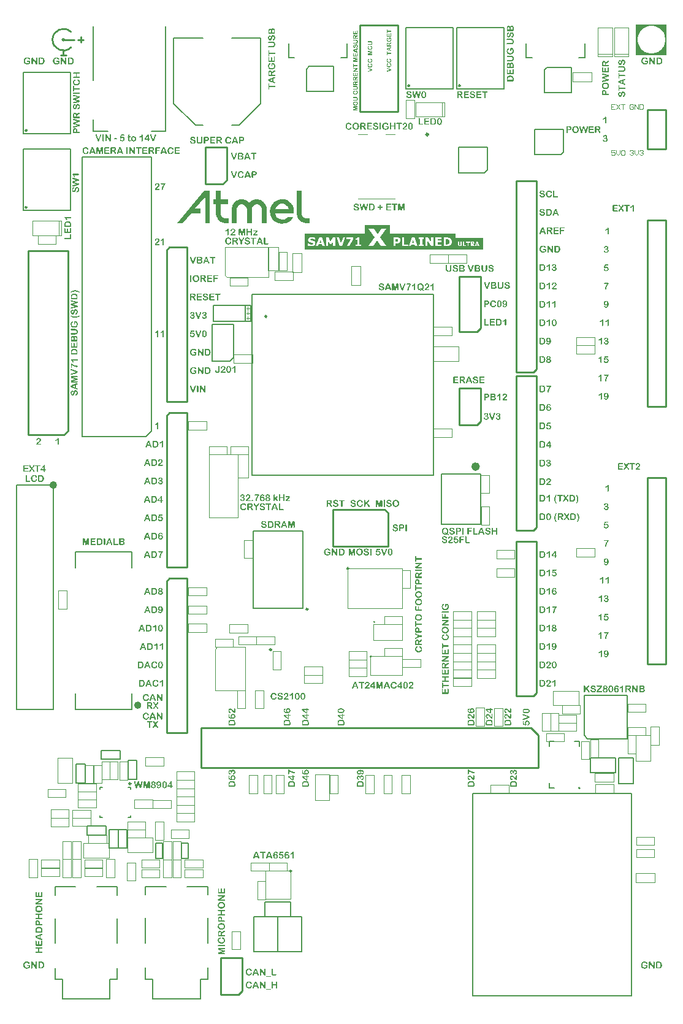
<source format=gto>
G04 Layer_Color=65535*
%FSLAX43Y43*%
%MOMM*%
G71*
G01*
G75*
%ADD78C,0.150*%
%ADD79C,0.200*%
%ADD83C,0.300*%
%ADD103C,0.500*%
%ADD148C,0.254*%
%ADD149C,0.250*%
%ADD150C,0.600*%
%ADD151C,1.000*%
%ADD152C,0.100*%
%ADD153C,0.112*%
G36*
X-71123Y-104766D02*
X-71104Y-104768D01*
X-71084Y-104770D01*
X-71062Y-104774D01*
X-71039Y-104779D01*
X-71018Y-104785D01*
X-71017D01*
X-71016Y-104786D01*
X-71008Y-104789D01*
X-70998Y-104794D01*
X-70984Y-104799D01*
X-70969Y-104808D01*
X-70953Y-104816D01*
X-70938Y-104828D01*
X-70923Y-104840D01*
X-70922Y-104841D01*
X-70917Y-104846D01*
X-70909Y-104853D01*
X-70902Y-104863D01*
X-70892Y-104874D01*
X-70882Y-104888D01*
X-70873Y-104901D01*
X-70866Y-104918D01*
X-70865Y-104920D01*
X-70863Y-104925D01*
X-70859Y-104934D01*
X-70856Y-104945D01*
X-70853Y-104959D01*
X-70850Y-104975D01*
X-70848Y-104993D01*
X-70847Y-105010D01*
Y-105011D01*
Y-105013D01*
Y-105020D01*
X-70848Y-105033D01*
X-70851Y-105046D01*
X-70854Y-105064D01*
X-70861Y-105083D01*
X-70868Y-105101D01*
X-70880Y-105120D01*
X-70881Y-105123D01*
X-70886Y-105128D01*
X-70893Y-105138D01*
X-70903Y-105149D01*
X-70917Y-105161D01*
X-70933Y-105174D01*
X-70952Y-105188D01*
X-70974Y-105200D01*
X-70973D01*
X-70972Y-105201D01*
X-70966Y-105204D01*
X-70956Y-105209D01*
X-70943Y-105215D01*
X-70929Y-105223D01*
X-70914Y-105233D01*
X-70899Y-105243D01*
X-70886Y-105255D01*
X-70884Y-105256D01*
X-70880Y-105261D01*
X-70873Y-105268D01*
X-70866Y-105278D01*
X-70857Y-105289D01*
X-70848Y-105303D01*
X-70840Y-105318D01*
X-70832Y-105334D01*
X-70831Y-105336D01*
X-70830Y-105341D01*
X-70826Y-105351D01*
X-70822Y-105363D01*
X-70820Y-105378D01*
X-70816Y-105394D01*
X-70815Y-105413D01*
X-70813Y-105433D01*
Y-105434D01*
Y-105436D01*
Y-105440D01*
Y-105446D01*
X-70815Y-105453D01*
X-70816Y-105461D01*
X-70818Y-105480D01*
X-70823Y-105503D01*
X-70830Y-105528D01*
X-70840Y-105553D01*
X-70852Y-105578D01*
Y-105579D01*
X-70853Y-105580D01*
X-70859Y-105589D01*
X-70868Y-105600D01*
X-70881Y-105615D01*
X-70897Y-105631D01*
X-70916Y-105648D01*
X-70939Y-105664D01*
X-70966Y-105679D01*
X-70967D01*
X-70969Y-105680D01*
X-70973Y-105683D01*
X-70979Y-105684D01*
X-70986Y-105688D01*
X-70994Y-105690D01*
X-71004Y-105694D01*
X-71016Y-105696D01*
X-71042Y-105704D01*
X-71072Y-105709D01*
X-71106Y-105714D01*
X-71142Y-105715D01*
X-71159D01*
X-71168Y-105714D01*
X-71179Y-105713D01*
X-71191D01*
X-71203Y-105710D01*
X-71232Y-105706D01*
X-71262Y-105700D01*
X-71293Y-105691D01*
X-71322Y-105679D01*
X-71323D01*
X-71326Y-105678D01*
X-71329Y-105675D01*
X-71334Y-105673D01*
X-71348Y-105664D01*
X-71364Y-105653D01*
X-71382Y-105639D01*
X-71401Y-105621D01*
X-71418Y-105601D01*
X-71434Y-105579D01*
Y-105578D01*
X-71436Y-105576D01*
X-71438Y-105573D01*
X-71441Y-105568D01*
X-71446Y-105554D01*
X-71453Y-105536D01*
X-71459Y-105515D01*
X-71466Y-105490D01*
X-71471Y-105463D01*
X-71472Y-105434D01*
Y-105431D01*
Y-105426D01*
X-71471Y-105418D01*
X-71469Y-105406D01*
X-71467Y-105393D01*
X-71463Y-105376D01*
X-71458Y-105359D01*
X-71452Y-105341D01*
X-71443Y-105321D01*
X-71433Y-105303D01*
X-71419Y-105283D01*
X-71404Y-105264D01*
X-71386Y-105245D01*
X-71364Y-105229D01*
X-71339Y-105213D01*
X-71312Y-105200D01*
X-71313Y-105199D01*
X-71317Y-105198D01*
X-71324Y-105194D01*
X-71332Y-105189D01*
X-71342Y-105181D01*
X-71353Y-105174D01*
X-71364Y-105164D01*
X-71377Y-105153D01*
X-71389Y-105140D01*
X-71401Y-105126D01*
X-71412Y-105110D01*
X-71422Y-105093D01*
X-71429Y-105074D01*
X-71436Y-105054D01*
X-71441Y-105031D01*
X-71442Y-105008D01*
Y-105006D01*
Y-105005D01*
Y-105001D01*
Y-104996D01*
X-71439Y-104985D01*
X-71437Y-104969D01*
X-71433Y-104951D01*
X-71427Y-104931D01*
X-71418Y-104910D01*
X-71407Y-104889D01*
Y-104888D01*
X-71406Y-104886D01*
X-71401Y-104880D01*
X-71392Y-104869D01*
X-71381Y-104856D01*
X-71367Y-104843D01*
X-71349Y-104828D01*
X-71329Y-104813D01*
X-71306Y-104799D01*
X-71304D01*
X-71303Y-104798D01*
X-71299Y-104795D01*
X-71294Y-104794D01*
X-71287Y-104791D01*
X-71279Y-104788D01*
X-71261Y-104781D01*
X-71238Y-104776D01*
X-71212Y-104770D01*
X-71182Y-104766D01*
X-71149Y-104765D01*
X-71137D01*
X-71123Y-104766D01*
D02*
G37*
G36*
X-69584D02*
X-69567Y-104768D01*
X-69549Y-104770D01*
X-69530Y-104774D01*
X-69509Y-104779D01*
X-69489Y-104786D01*
X-69487D01*
X-69486Y-104788D01*
X-69480Y-104790D01*
X-69470Y-104795D01*
X-69456Y-104803D01*
X-69442Y-104811D01*
X-69426Y-104821D01*
X-69410Y-104834D01*
X-69395Y-104849D01*
X-69394Y-104850D01*
X-69389Y-104856D01*
X-69381Y-104865D01*
X-69371Y-104876D01*
X-69361Y-104891D01*
X-69350Y-104909D01*
X-69339Y-104929D01*
X-69327Y-104950D01*
Y-104951D01*
X-69325Y-104955D01*
X-69322Y-104961D01*
X-69320Y-104969D01*
X-69316Y-104980D01*
X-69312Y-104994D01*
X-69307Y-105009D01*
X-69302Y-105026D01*
X-69299Y-105046D01*
X-69294Y-105069D01*
X-69290Y-105093D01*
X-69286Y-105119D01*
X-69284Y-105148D01*
X-69281Y-105179D01*
X-69279Y-105211D01*
Y-105246D01*
Y-105248D01*
Y-105251D01*
Y-105256D01*
Y-105264D01*
Y-105273D01*
X-69280Y-105283D01*
Y-105295D01*
Y-105308D01*
X-69282Y-105335D01*
X-69285Y-105365D01*
X-69287Y-105396D01*
X-69292Y-105425D01*
Y-105426D01*
Y-105429D01*
X-69294Y-105433D01*
X-69295Y-105438D01*
X-69299Y-105451D01*
X-69302Y-105470D01*
X-69309Y-105490D01*
X-69317Y-105513D01*
X-69327Y-105536D01*
X-69339Y-105560D01*
Y-105561D01*
X-69341Y-105564D01*
X-69344Y-105568D01*
X-69346Y-105573D01*
X-69356Y-105586D01*
X-69369Y-105603D01*
X-69385Y-105621D01*
X-69405Y-105640D01*
X-69426Y-105659D01*
X-69451Y-105675D01*
X-69452D01*
X-69454Y-105676D01*
X-69457Y-105679D01*
X-69462Y-105681D01*
X-69470Y-105684D01*
X-69477Y-105688D01*
X-69495Y-105695D01*
X-69517Y-105702D01*
X-69544Y-105709D01*
X-69572Y-105714D01*
X-69602Y-105715D01*
X-69611D01*
X-69619Y-105714D01*
X-69626D01*
X-69636Y-105713D01*
X-69660Y-105709D01*
X-69686Y-105701D01*
X-69715Y-105692D01*
X-69745Y-105679D01*
X-69759Y-105671D01*
X-69774Y-105661D01*
X-69775Y-105660D01*
X-69777Y-105659D01*
X-69781Y-105655D01*
X-69786Y-105651D01*
X-69800Y-105639D01*
X-69816Y-105621D01*
X-69835Y-105600D01*
X-69855Y-105574D01*
X-69872Y-105544D01*
X-69888Y-105510D01*
X-69890Y-105508D01*
X-69892Y-105501D01*
X-69895Y-105490D01*
X-69900Y-105476D01*
X-69905Y-105459D01*
X-69909Y-105439D01*
X-69913Y-105418D01*
X-69917Y-105394D01*
Y-105393D01*
Y-105391D01*
X-69918Y-105388D01*
Y-105383D01*
X-69920Y-105370D01*
X-69921Y-105353D01*
X-69923Y-105333D01*
X-69925Y-105309D01*
X-69926Y-105284D01*
Y-105256D01*
Y-105255D01*
Y-105253D01*
Y-105248D01*
Y-105240D01*
Y-105231D01*
Y-105223D01*
X-69925Y-105199D01*
X-69923Y-105173D01*
X-69922Y-105144D01*
X-69920Y-105114D01*
X-69916Y-105085D01*
Y-105084D01*
Y-105081D01*
X-69915Y-105078D01*
X-69913Y-105073D01*
X-69912Y-105058D01*
X-69909Y-105039D01*
X-69904Y-105019D01*
X-69898Y-104996D01*
X-69892Y-104974D01*
X-69885Y-104953D01*
Y-104951D01*
X-69883Y-104949D01*
X-69881Y-104944D01*
X-69877Y-104938D01*
X-69874Y-104930D01*
X-69869Y-104921D01*
X-69857Y-104901D01*
X-69842Y-104879D01*
X-69824Y-104855D01*
X-69801Y-104834D01*
X-69776Y-104814D01*
X-69775D01*
X-69772Y-104811D01*
X-69769Y-104809D01*
X-69764Y-104806D01*
X-69756Y-104803D01*
X-69749Y-104799D01*
X-69739Y-104794D01*
X-69729Y-104789D01*
X-69704Y-104780D01*
X-69675Y-104773D01*
X-69642Y-104768D01*
X-69607Y-104765D01*
X-69596D01*
X-69584Y-104766D01*
D02*
G37*
G36*
X-70377Y-104768D02*
X-70368D01*
X-70350Y-104770D01*
X-70326Y-104774D01*
X-70302Y-104779D01*
X-70277Y-104786D01*
X-70252Y-104796D01*
X-70251D01*
X-70250Y-104798D01*
X-70241Y-104801D01*
X-70230Y-104809D01*
X-70215Y-104819D01*
X-70198Y-104831D01*
X-70180Y-104846D01*
X-70162Y-104864D01*
X-70145Y-104884D01*
X-70142Y-104886D01*
X-70137Y-104894D01*
X-70130Y-104906D01*
X-70120Y-104923D01*
X-70108Y-104944D01*
X-70097Y-104968D01*
X-70087Y-104995D01*
X-70077Y-105026D01*
Y-105028D01*
X-70076Y-105030D01*
X-70075Y-105035D01*
X-70073Y-105041D01*
X-70072Y-105050D01*
X-70070Y-105059D01*
X-70067Y-105070D01*
X-70065Y-105083D01*
X-70063Y-105096D01*
X-70061Y-105111D01*
X-70057Y-105145D01*
X-70055Y-105181D01*
X-70053Y-105221D01*
Y-105223D01*
Y-105226D01*
Y-105233D01*
Y-105241D01*
X-70055Y-105253D01*
Y-105265D01*
X-70056Y-105279D01*
Y-105294D01*
X-70060Y-105328D01*
X-70063Y-105363D01*
X-70070Y-105400D01*
X-70078Y-105436D01*
Y-105438D01*
X-70080Y-105440D01*
X-70081Y-105445D01*
X-70083Y-105451D01*
X-70086Y-105460D01*
X-70088Y-105469D01*
X-70097Y-105490D01*
X-70107Y-105515D01*
X-70120Y-105540D01*
X-70135Y-105566D01*
X-70151Y-105591D01*
Y-105593D01*
X-70153Y-105594D01*
X-70160Y-105601D01*
X-70170Y-105613D01*
X-70183Y-105626D01*
X-70200Y-105641D01*
X-70218Y-105658D01*
X-70241Y-105673D01*
X-70265Y-105685D01*
X-70266D01*
X-70267Y-105686D01*
X-70271Y-105688D01*
X-70276Y-105690D01*
X-70282Y-105692D01*
X-70290Y-105695D01*
X-70307Y-105700D01*
X-70330Y-105705D01*
X-70355Y-105710D01*
X-70383Y-105714D01*
X-70413Y-105715D01*
X-70427D01*
X-70435Y-105714D01*
X-70442D01*
X-70462Y-105711D01*
X-70485Y-105707D01*
X-70508Y-105701D01*
X-70533Y-105694D01*
X-70557Y-105684D01*
X-70558D01*
X-70560Y-105683D01*
X-70567Y-105678D01*
X-70578Y-105671D01*
X-70591Y-105663D01*
X-70606Y-105651D01*
X-70621Y-105638D01*
X-70636Y-105623D01*
X-70650Y-105606D01*
X-70651Y-105604D01*
X-70655Y-105599D01*
X-70660Y-105589D01*
X-70665Y-105578D01*
X-70671Y-105564D01*
X-70676Y-105549D01*
X-70680Y-105533D01*
X-70681Y-105516D01*
Y-105515D01*
Y-105511D01*
X-70680Y-105506D01*
X-70678Y-105500D01*
X-70676Y-105494D01*
X-70672Y-105485D01*
X-70667Y-105478D01*
X-70661Y-105470D01*
X-70660Y-105469D01*
X-70657Y-105466D01*
X-70653Y-105464D01*
X-70647Y-105459D01*
X-70640Y-105455D01*
X-70631Y-105453D01*
X-70622Y-105450D01*
X-70611Y-105449D01*
X-70606D01*
X-70601Y-105450D01*
X-70593D01*
X-70577Y-105455D01*
X-70570Y-105459D01*
X-70561Y-105464D01*
X-70560Y-105465D01*
X-70557Y-105466D01*
X-70553Y-105470D01*
X-70548Y-105475D01*
X-70542Y-105481D01*
X-70537Y-105490D01*
X-70532Y-105499D01*
X-70527Y-105510D01*
X-70526Y-105511D01*
X-70525Y-105516D01*
X-70521Y-105524D01*
X-70516Y-105533D01*
X-70510Y-105543D01*
X-70502Y-105553D01*
X-70492Y-105563D01*
X-70481Y-105571D01*
X-70480Y-105573D01*
X-70475Y-105575D01*
X-70468Y-105579D01*
X-70460Y-105583D01*
X-70448Y-105586D01*
X-70436Y-105590D01*
X-70422Y-105593D01*
X-70407Y-105594D01*
X-70401D01*
X-70393Y-105593D01*
X-70385Y-105591D01*
X-70375Y-105590D01*
X-70363Y-105586D01*
X-70351Y-105583D01*
X-70340Y-105576D01*
X-70338Y-105575D01*
X-70335Y-105573D01*
X-70328Y-105569D01*
X-70321Y-105563D01*
X-70312Y-105555D01*
X-70302Y-105546D01*
X-70292Y-105536D01*
X-70283Y-105524D01*
Y-105523D01*
X-70281Y-105520D01*
X-70280Y-105516D01*
X-70276Y-105510D01*
X-70272Y-105503D01*
X-70268Y-105494D01*
X-70265Y-105483D01*
X-70260Y-105469D01*
X-70255Y-105454D01*
X-70251Y-105436D01*
X-70246Y-105416D01*
X-70242Y-105395D01*
X-70238Y-105370D01*
X-70235Y-105345D01*
X-70232Y-105316D01*
X-70230Y-105285D01*
X-70231Y-105288D01*
X-70237Y-105294D01*
X-70246Y-105303D01*
X-70257Y-105313D01*
X-70271Y-105325D01*
X-70287Y-105338D01*
X-70305Y-105350D01*
X-70323Y-105360D01*
X-70326Y-105361D01*
X-70332Y-105364D01*
X-70343Y-105368D01*
X-70357Y-105371D01*
X-70373Y-105376D01*
X-70393Y-105380D01*
X-70415Y-105383D01*
X-70437Y-105384D01*
X-70447D01*
X-70458Y-105383D01*
X-70473Y-105381D01*
X-70491Y-105379D01*
X-70510Y-105374D01*
X-70530Y-105369D01*
X-70550Y-105361D01*
X-70552Y-105360D01*
X-70558Y-105358D01*
X-70568Y-105353D01*
X-70580Y-105345D01*
X-70593Y-105336D01*
X-70608Y-105325D01*
X-70623Y-105313D01*
X-70638Y-105298D01*
X-70640Y-105295D01*
X-70645Y-105290D01*
X-70651Y-105281D01*
X-70660Y-105269D01*
X-70668Y-105255D01*
X-70678Y-105239D01*
X-70687Y-105220D01*
X-70696Y-105200D01*
Y-105199D01*
X-70697Y-105198D01*
X-70698Y-105190D01*
X-70702Y-105179D01*
X-70706Y-105164D01*
X-70710Y-105146D01*
X-70712Y-105128D01*
X-70715Y-105106D01*
X-70716Y-105084D01*
Y-105083D01*
Y-105081D01*
Y-105078D01*
Y-105073D01*
X-70715Y-105060D01*
X-70713Y-105044D01*
X-70711Y-105025D01*
X-70706Y-105004D01*
X-70701Y-104983D01*
X-70693Y-104960D01*
Y-104959D01*
X-70692Y-104958D01*
X-70690Y-104950D01*
X-70683Y-104939D01*
X-70677Y-104925D01*
X-70667Y-104910D01*
X-70656Y-104893D01*
X-70643Y-104875D01*
X-70628Y-104859D01*
X-70626Y-104856D01*
X-70621Y-104851D01*
X-70612Y-104844D01*
X-70600Y-104834D01*
X-70585Y-104823D01*
X-70567Y-104811D01*
X-70548Y-104801D01*
X-70527Y-104791D01*
X-70526D01*
X-70525Y-104790D01*
X-70517Y-104788D01*
X-70505Y-104784D01*
X-70488Y-104779D01*
X-70470Y-104774D01*
X-70448Y-104770D01*
X-70423Y-104768D01*
X-70398Y-104766D01*
X-70385D01*
X-70377Y-104768D01*
D02*
G37*
G36*
X-10368Y-91516D02*
X-10348Y-91518D01*
X-10324Y-91520D01*
X-10299Y-91524D01*
X-10274Y-91529D01*
X-10250Y-91536D01*
X-10249D01*
X-10248Y-91538D01*
X-10240Y-91540D01*
X-10228Y-91545D01*
X-10214Y-91551D01*
X-10198Y-91560D01*
X-10180Y-91570D01*
X-10163Y-91581D01*
X-10147Y-91594D01*
X-10145Y-91595D01*
X-10140Y-91600D01*
X-10133Y-91606D01*
X-10124Y-91616D01*
X-10114Y-91628D01*
X-10104Y-91640D01*
X-10094Y-91654D01*
X-10087Y-91668D01*
X-10085Y-91669D01*
X-10084Y-91674D01*
X-10080Y-91681D01*
X-10077Y-91691D01*
X-10074Y-91703D01*
X-10070Y-91715D01*
X-10069Y-91729D01*
X-10068Y-91743D01*
Y-91744D01*
Y-91749D01*
X-10069Y-91755D01*
X-10070Y-91763D01*
X-10074Y-91773D01*
X-10078Y-91783D01*
X-10084Y-91794D01*
X-10092Y-91804D01*
X-10093Y-91805D01*
X-10095Y-91808D01*
X-10100Y-91813D01*
X-10108Y-91816D01*
X-10117Y-91821D01*
X-10127Y-91826D01*
X-10138Y-91829D01*
X-10150Y-91830D01*
X-10155D01*
X-10162Y-91829D01*
X-10169Y-91828D01*
X-10185Y-91823D01*
X-10193Y-91819D01*
X-10200Y-91814D01*
X-10202Y-91813D01*
X-10203Y-91810D01*
X-10207Y-91806D01*
X-10210Y-91801D01*
X-10217Y-91794D01*
X-10222Y-91784D01*
X-10228Y-91773D01*
X-10235Y-91760D01*
X-10237Y-91758D01*
X-10240Y-91751D01*
X-10245Y-91743D01*
X-10253Y-91730D01*
X-10262Y-91718D01*
X-10272Y-91704D01*
X-10284Y-91691D01*
X-10297Y-91679D01*
X-10298Y-91678D01*
X-10303Y-91674D01*
X-10312Y-91669D01*
X-10324Y-91664D01*
X-10339Y-91659D01*
X-10359Y-91654D01*
X-10383Y-91650D01*
X-10410Y-91649D01*
X-10423D01*
X-10437Y-91650D01*
X-10453Y-91653D01*
X-10472Y-91656D01*
X-10492Y-91663D01*
X-10512Y-91670D01*
X-10529Y-91681D01*
X-10530Y-91683D01*
X-10535Y-91688D01*
X-10543Y-91694D01*
X-10550Y-91703D01*
X-10559Y-91715D01*
X-10565Y-91728D01*
X-10570Y-91743D01*
X-10573Y-91759D01*
Y-91760D01*
Y-91764D01*
X-10572Y-91769D01*
X-10570Y-91775D01*
X-10567Y-91790D01*
X-10563Y-91799D01*
X-10558Y-91806D01*
X-10557Y-91808D01*
X-10555Y-91810D01*
X-10552Y-91814D01*
X-10547Y-91818D01*
X-10534Y-91830D01*
X-10517Y-91841D01*
X-10515D01*
X-10512Y-91844D01*
X-10507Y-91846D01*
X-10499Y-91850D01*
X-10483Y-91858D01*
X-10463Y-91865D01*
X-10462D01*
X-10458Y-91866D01*
X-10450Y-91869D01*
X-10442Y-91871D01*
X-10428Y-91874D01*
X-10413Y-91879D01*
X-10394Y-91883D01*
X-10372Y-91889D01*
X-10370D01*
X-10368Y-91890D01*
X-10364D01*
X-10358Y-91891D01*
X-10352Y-91894D01*
X-10344Y-91895D01*
X-10325Y-91900D01*
X-10303Y-91906D01*
X-10279Y-91913D01*
X-10254Y-91920D01*
X-10230Y-91929D01*
X-10229D01*
X-10228Y-91930D01*
X-10224Y-91931D01*
X-10219Y-91933D01*
X-10208Y-91938D01*
X-10193Y-91944D01*
X-10175Y-91951D01*
X-10158Y-91961D01*
X-10139Y-91971D01*
X-10122Y-91982D01*
X-10119Y-91984D01*
X-10114Y-91988D01*
X-10107Y-91995D01*
X-10095Y-92004D01*
X-10084Y-92016D01*
X-10073Y-92030D01*
X-10062Y-92045D01*
X-10052Y-92062D01*
X-10050Y-92065D01*
X-10048Y-92071D01*
X-10044Y-92081D01*
X-10039Y-92095D01*
X-10034Y-92112D01*
X-10030Y-92132D01*
X-10028Y-92156D01*
X-10027Y-92181D01*
Y-92182D01*
Y-92185D01*
Y-92190D01*
X-10028Y-92195D01*
Y-92202D01*
X-10029Y-92211D01*
X-10032Y-92232D01*
X-10038Y-92256D01*
X-10045Y-92281D01*
X-10055Y-92307D01*
X-10070Y-92334D01*
Y-92335D01*
X-10073Y-92336D01*
X-10075Y-92340D01*
X-10078Y-92345D01*
X-10089Y-92356D01*
X-10103Y-92371D01*
X-10120Y-92389D01*
X-10143Y-92405D01*
X-10168Y-92422D01*
X-10198Y-92437D01*
X-10199D01*
X-10202Y-92439D01*
X-10207Y-92441D01*
X-10213Y-92444D01*
X-10220Y-92446D01*
X-10230Y-92449D01*
X-10242Y-92452D01*
X-10254Y-92456D01*
X-10268Y-92460D01*
X-10283Y-92462D01*
X-10317Y-92469D01*
X-10354Y-92474D01*
X-10395Y-92475D01*
X-10409D01*
X-10418Y-92474D01*
X-10430D01*
X-10444Y-92472D01*
X-10459Y-92471D01*
X-10475Y-92469D01*
X-10512Y-92462D01*
X-10549Y-92454D01*
X-10587Y-92441D01*
X-10623Y-92424D01*
X-10624D01*
X-10625Y-92422D01*
X-10633Y-92417D01*
X-10644Y-92409D01*
X-10659Y-92397D01*
X-10675Y-92382D01*
X-10693Y-92366D01*
X-10709Y-92346D01*
X-10725Y-92325D01*
Y-92324D01*
X-10726Y-92322D01*
X-10729Y-92319D01*
X-10731Y-92314D01*
X-10738Y-92302D01*
X-10745Y-92286D01*
X-10753Y-92267D01*
X-10759Y-92247D01*
X-10764Y-92225D01*
X-10765Y-92202D01*
Y-92201D01*
Y-92196D01*
X-10764Y-92190D01*
X-10763Y-92182D01*
X-10759Y-92174D01*
X-10755Y-92164D01*
X-10749Y-92154D01*
X-10741Y-92145D01*
X-10740Y-92144D01*
X-10738Y-92141D01*
X-10731Y-92137D01*
X-10725Y-92132D01*
X-10717Y-92127D01*
X-10705Y-92124D01*
X-10694Y-92121D01*
X-10680Y-92120D01*
X-10675D01*
X-10670Y-92121D01*
X-10663Y-92122D01*
X-10655Y-92125D01*
X-10648Y-92129D01*
X-10639Y-92134D01*
X-10632Y-92140D01*
X-10630Y-92141D01*
X-10628Y-92144D01*
X-10624Y-92147D01*
X-10619Y-92154D01*
X-10613Y-92161D01*
X-10608Y-92171D01*
X-10602Y-92182D01*
X-10595Y-92195D01*
X-10594Y-92197D01*
X-10593Y-92202D01*
X-10589Y-92211D01*
X-10584Y-92221D01*
X-10578Y-92232D01*
X-10572Y-92245D01*
X-10565Y-92257D01*
X-10558Y-92270D01*
X-10557Y-92271D01*
X-10554Y-92275D01*
X-10549Y-92280D01*
X-10543Y-92287D01*
X-10534Y-92295D01*
X-10524Y-92304D01*
X-10513Y-92311D01*
X-10499Y-92319D01*
X-10498Y-92320D01*
X-10493Y-92321D01*
X-10484Y-92325D01*
X-10473Y-92327D01*
X-10458Y-92331D01*
X-10442Y-92335D01*
X-10422Y-92336D01*
X-10400Y-92337D01*
X-10393D01*
X-10387Y-92336D01*
X-10379D01*
X-10372Y-92335D01*
X-10352Y-92332D01*
X-10330Y-92327D01*
X-10308Y-92321D01*
X-10285Y-92311D01*
X-10264Y-92299D01*
X-10262Y-92297D01*
X-10255Y-92291D01*
X-10248Y-92284D01*
X-10238Y-92272D01*
X-10228Y-92259D01*
X-10220Y-92241D01*
X-10214Y-92222D01*
X-10212Y-92202D01*
Y-92200D01*
Y-92195D01*
X-10213Y-92186D01*
X-10215Y-92176D01*
X-10219Y-92164D01*
X-10224Y-92151D01*
X-10230Y-92139D01*
X-10240Y-92127D01*
X-10242Y-92126D01*
X-10245Y-92122D01*
X-10252Y-92117D01*
X-10260Y-92110D01*
X-10270Y-92104D01*
X-10284Y-92096D01*
X-10298Y-92089D01*
X-10314Y-92082D01*
X-10317Y-92081D01*
X-10322Y-92080D01*
X-10332Y-92076D01*
X-10345Y-92072D01*
X-10363Y-92067D01*
X-10383Y-92062D01*
X-10407Y-92056D01*
X-10433Y-92050D01*
X-10434D01*
X-10438Y-92049D01*
X-10443Y-92047D01*
X-10449Y-92046D01*
X-10458Y-92044D01*
X-10468Y-92041D01*
X-10492Y-92035D01*
X-10518Y-92027D01*
X-10545Y-92017D01*
X-10574Y-92007D01*
X-10600Y-91996D01*
X-10602D01*
X-10603Y-91995D01*
X-10607Y-91993D01*
X-10612Y-91990D01*
X-10624Y-91982D01*
X-10639Y-91974D01*
X-10657Y-91961D01*
X-10674Y-91946D01*
X-10692Y-91929D01*
X-10708Y-91910D01*
Y-91909D01*
X-10709Y-91908D01*
X-10714Y-91900D01*
X-10720Y-91889D01*
X-10726Y-91873D01*
X-10734Y-91854D01*
X-10740Y-91830D01*
X-10745Y-91804D01*
X-10747Y-91775D01*
Y-91774D01*
Y-91771D01*
Y-91768D01*
X-10745Y-91763D01*
X-10744Y-91748D01*
X-10741Y-91730D01*
X-10736Y-91709D01*
X-10729Y-91686D01*
X-10719Y-91663D01*
X-10705Y-91640D01*
Y-91639D01*
X-10703Y-91638D01*
X-10698Y-91630D01*
X-10688Y-91619D01*
X-10675Y-91606D01*
X-10658Y-91591D01*
X-10638Y-91575D01*
X-10613Y-91561D01*
X-10585Y-91548D01*
X-10584D01*
X-10582Y-91546D01*
X-10577Y-91545D01*
X-10572Y-91543D01*
X-10564Y-91540D01*
X-10554Y-91538D01*
X-10544Y-91534D01*
X-10532Y-91531D01*
X-10519Y-91529D01*
X-10504Y-91525D01*
X-10473Y-91520D01*
X-10437Y-91516D01*
X-10398Y-91515D01*
X-10377D01*
X-10368Y-91516D01*
D02*
G37*
G36*
X-7154Y-91526D02*
X-7145D01*
X-7126Y-91529D01*
X-7104Y-91533D01*
X-7080Y-91539D01*
X-7056Y-91546D01*
X-7032Y-91558D01*
X-7031D01*
X-7030Y-91559D01*
X-7022Y-91563D01*
X-7011Y-91570D01*
X-6997Y-91579D01*
X-6982Y-91590D01*
X-6966Y-91604D01*
X-6951Y-91619D01*
X-6939Y-91636D01*
X-6937Y-91639D01*
X-6934Y-91644D01*
X-6929Y-91654D01*
X-6922Y-91665D01*
X-6917Y-91679D01*
X-6912Y-91694D01*
X-6909Y-91710D01*
X-6907Y-91726D01*
Y-91728D01*
Y-91730D01*
X-6909Y-91735D01*
X-6910Y-91741D01*
X-6912Y-91749D01*
X-6916Y-91756D01*
X-6921Y-91764D01*
X-6927Y-91773D01*
X-6929Y-91774D01*
X-6931Y-91776D01*
X-6935Y-91779D01*
X-6940Y-91783D01*
X-6947Y-91788D01*
X-6956Y-91790D01*
X-6965Y-91793D01*
X-6976Y-91794D01*
X-6981D01*
X-6986Y-91793D01*
X-6992Y-91791D01*
X-7009Y-91786D01*
X-7017Y-91783D01*
X-7026Y-91778D01*
X-7027Y-91776D01*
X-7030Y-91775D01*
X-7034Y-91771D01*
X-7039Y-91765D01*
X-7044Y-91759D01*
X-7050Y-91751D01*
X-7055Y-91741D01*
X-7060Y-91731D01*
Y-91730D01*
X-7062Y-91725D01*
X-7066Y-91718D01*
X-7071Y-91709D01*
X-7077Y-91699D01*
X-7085Y-91689D01*
X-7095Y-91679D01*
X-7106Y-91670D01*
X-7107Y-91669D01*
X-7111Y-91666D01*
X-7119Y-91663D01*
X-7127Y-91658D01*
X-7137Y-91654D01*
X-7150Y-91650D01*
X-7165Y-91648D01*
X-7180Y-91646D01*
X-7185D01*
X-7192Y-91648D01*
X-7200Y-91649D01*
X-7210Y-91651D01*
X-7221Y-91655D01*
X-7234Y-91660D01*
X-7246Y-91666D01*
X-7247Y-91668D01*
X-7251Y-91670D01*
X-7257Y-91674D01*
X-7266Y-91680D01*
X-7275Y-91688D01*
X-7284Y-91696D01*
X-7294Y-91706D01*
X-7302Y-91719D01*
Y-91720D01*
X-7305Y-91723D01*
X-7306Y-91726D01*
X-7310Y-91731D01*
X-7314Y-91739D01*
X-7317Y-91749D01*
X-7322Y-91760D01*
X-7326Y-91774D01*
X-7331Y-91789D01*
X-7336Y-91806D01*
X-7341Y-91826D01*
X-7345Y-91848D01*
X-7349Y-91871D01*
X-7352Y-91898D01*
X-7355Y-91926D01*
X-7357Y-91958D01*
X-7355Y-91955D01*
X-7350Y-91949D01*
X-7341Y-91940D01*
X-7329Y-91929D01*
X-7315Y-91916D01*
X-7300Y-91904D01*
X-7282Y-91891D01*
X-7264Y-91881D01*
X-7261Y-91880D01*
X-7255Y-91878D01*
X-7244Y-91874D01*
X-7230Y-91869D01*
X-7214Y-91864D01*
X-7194Y-91860D01*
X-7172Y-91858D01*
X-7150Y-91856D01*
X-7140D01*
X-7129Y-91858D01*
X-7114Y-91859D01*
X-7096Y-91861D01*
X-7077Y-91866D01*
X-7059Y-91871D01*
X-7039Y-91879D01*
X-7036Y-91880D01*
X-7030Y-91883D01*
X-7020Y-91888D01*
X-7009Y-91895D01*
X-6995Y-91905D01*
X-6980Y-91915D01*
X-6965Y-91929D01*
X-6950Y-91944D01*
X-6949Y-91945D01*
X-6944Y-91951D01*
X-6936Y-91960D01*
X-6927Y-91971D01*
X-6919Y-91986D01*
X-6909Y-92003D01*
X-6899Y-92021D01*
X-6890Y-92041D01*
X-6889Y-92044D01*
X-6886Y-92051D01*
X-6884Y-92062D01*
X-6879Y-92077D01*
X-6875Y-92095D01*
X-6872Y-92115D01*
X-6870Y-92136D01*
X-6869Y-92159D01*
Y-92160D01*
Y-92162D01*
Y-92167D01*
Y-92174D01*
X-6870Y-92181D01*
X-6871Y-92191D01*
X-6874Y-92212D01*
X-6879Y-92237D01*
X-6886Y-92265D01*
X-6896Y-92294D01*
X-6910Y-92321D01*
Y-92322D01*
X-6912Y-92325D01*
X-6914Y-92329D01*
X-6917Y-92334D01*
X-6927Y-92346D01*
X-6940Y-92362D01*
X-6956Y-92381D01*
X-6976Y-92400D01*
X-6999Y-92419D01*
X-7025Y-92435D01*
X-7026D01*
X-7029Y-92436D01*
X-7032Y-92439D01*
X-7037Y-92441D01*
X-7045Y-92444D01*
X-7052Y-92447D01*
X-7072Y-92455D01*
X-7097Y-92462D01*
X-7125Y-92469D01*
X-7156Y-92474D01*
X-7190Y-92475D01*
X-7200D01*
X-7207Y-92474D01*
X-7217D01*
X-7227Y-92472D01*
X-7240Y-92471D01*
X-7252Y-92469D01*
X-7281Y-92462D01*
X-7312Y-92454D01*
X-7344Y-92441D01*
X-7374Y-92424D01*
X-7375Y-92422D01*
X-7377Y-92421D01*
X-7381Y-92419D01*
X-7386Y-92414D01*
X-7400Y-92401D01*
X-7417Y-92385D01*
X-7436Y-92362D01*
X-7455Y-92336D01*
X-7474Y-92306D01*
X-7491Y-92270D01*
Y-92269D01*
X-7492Y-92265D01*
X-7495Y-92260D01*
X-7497Y-92251D01*
X-7500Y-92242D01*
X-7504Y-92230D01*
X-7507Y-92216D01*
X-7511Y-92201D01*
X-7515Y-92184D01*
X-7519Y-92165D01*
X-7522Y-92144D01*
X-7525Y-92122D01*
X-7527Y-92099D01*
X-7530Y-92074D01*
X-7531Y-92021D01*
Y-92020D01*
Y-92016D01*
Y-92010D01*
Y-92001D01*
X-7530Y-91990D01*
Y-91979D01*
X-7529Y-91965D01*
Y-91950D01*
X-7525Y-91916D01*
X-7521Y-91880D01*
X-7515Y-91844D01*
X-7507Y-91808D01*
Y-91806D01*
X-7506Y-91804D01*
X-7505Y-91799D01*
X-7502Y-91791D01*
X-7500Y-91784D01*
X-7497Y-91774D01*
X-7489Y-91753D01*
X-7479Y-91728D01*
X-7466Y-91701D01*
X-7452Y-91675D01*
X-7436Y-91651D01*
Y-91650D01*
X-7434Y-91649D01*
X-7427Y-91641D01*
X-7419Y-91630D01*
X-7405Y-91616D01*
X-7389Y-91601D01*
X-7370Y-91585D01*
X-7349Y-91570D01*
X-7325Y-91558D01*
X-7324D01*
X-7322Y-91556D01*
X-7319Y-91555D01*
X-7314Y-91553D01*
X-7307Y-91550D01*
X-7300Y-91548D01*
X-7281Y-91541D01*
X-7259Y-91535D01*
X-7234Y-91530D01*
X-7205Y-91526D01*
X-7174Y-91525D01*
X-7160D01*
X-7154Y-91526D01*
D02*
G37*
G36*
X-68694Y-104761D02*
X-68688D01*
X-68671Y-104766D01*
X-68663Y-104769D01*
X-68654Y-104774D01*
X-68645Y-104780D01*
X-68636Y-104788D01*
X-68628Y-104796D01*
X-68620Y-104808D01*
X-68614Y-104820D01*
X-68609Y-104835D01*
X-68606Y-104851D01*
X-68605Y-104871D01*
Y-105360D01*
X-68571D01*
X-68561Y-105361D01*
X-68551D01*
X-68539Y-105364D01*
X-68525Y-105366D01*
X-68513Y-105369D01*
X-68501Y-105374D01*
X-68500Y-105375D01*
X-68496Y-105376D01*
X-68491Y-105380D01*
X-68486Y-105386D01*
X-68481Y-105394D01*
X-68476Y-105404D01*
X-68473Y-105416D01*
X-68471Y-105431D01*
Y-105433D01*
Y-105438D01*
X-68473Y-105444D01*
X-68474Y-105453D01*
X-68478Y-105461D01*
X-68481Y-105470D01*
X-68488Y-105478D01*
X-68495Y-105485D01*
X-68496Y-105486D01*
X-68500Y-105488D01*
X-68505Y-105490D01*
X-68513Y-105493D01*
X-68523Y-105496D01*
X-68535Y-105499D01*
X-68550Y-105500D01*
X-68568Y-105501D01*
X-68605D01*
Y-105620D01*
Y-105623D01*
Y-105628D01*
X-68606Y-105636D01*
X-68608Y-105648D01*
X-68610Y-105659D01*
X-68615Y-105671D01*
X-68620Y-105683D01*
X-68628Y-105692D01*
X-68629Y-105694D01*
X-68631Y-105696D01*
X-68636Y-105700D01*
X-68643Y-105704D01*
X-68651Y-105709D01*
X-68661Y-105713D01*
X-68673Y-105715D01*
X-68685Y-105716D01*
X-68691D01*
X-68698Y-105715D01*
X-68705Y-105714D01*
X-68715Y-105710D01*
X-68724Y-105706D01*
X-68734Y-105700D01*
X-68743Y-105692D01*
X-68744Y-105691D01*
X-68746Y-105688D01*
X-68749Y-105683D01*
X-68753Y-105674D01*
X-68758Y-105664D01*
X-68760Y-105651D01*
X-68763Y-105636D01*
X-68764Y-105620D01*
Y-105501D01*
X-69092D01*
X-69102Y-105500D01*
X-69116Y-105498D01*
X-69131Y-105495D01*
X-69146Y-105490D01*
X-69160Y-105484D01*
X-69172Y-105475D01*
X-69174Y-105474D01*
X-69177Y-105470D01*
X-69182Y-105464D01*
X-69187Y-105455D01*
X-69192Y-105445D01*
X-69197Y-105433D01*
X-69201Y-105418D01*
X-69202Y-105401D01*
Y-105399D01*
Y-105394D01*
X-69201Y-105385D01*
X-69199Y-105376D01*
X-69197Y-105374D01*
X-69195Y-105369D01*
X-69191Y-105360D01*
X-69185Y-105350D01*
Y-105349D01*
X-69184Y-105348D01*
X-69179Y-105341D01*
X-69174Y-105333D01*
X-69166Y-105324D01*
X-69165Y-105321D01*
X-69160Y-105315D01*
X-69152Y-105306D01*
X-69142Y-105294D01*
X-68808Y-104845D01*
X-68806Y-104843D01*
X-68803Y-104838D01*
X-68796Y-104830D01*
X-68789Y-104820D01*
X-68771Y-104799D01*
X-68763Y-104789D01*
X-68754Y-104780D01*
X-68753Y-104779D01*
X-68750Y-104776D01*
X-68745Y-104774D01*
X-68739Y-104770D01*
X-68731Y-104766D01*
X-68723Y-104763D01*
X-68714Y-104761D01*
X-68703Y-104760D01*
X-68699D01*
X-68694Y-104761D01*
D02*
G37*
G36*
X-86538Y-126752D02*
X-86531Y-126753D01*
X-86522Y-126755D01*
X-86513Y-126760D01*
X-86503Y-126766D01*
X-86495Y-126773D01*
X-86494Y-126774D01*
X-86493Y-126777D01*
X-86489Y-126783D01*
X-86485Y-126790D01*
X-86481Y-126800D01*
X-86479Y-126811D01*
X-86476Y-126825D01*
X-86475Y-126841D01*
Y-127360D01*
Y-127361D01*
Y-127362D01*
Y-127370D01*
X-86476Y-127382D01*
X-86479Y-127394D01*
X-86481Y-127409D01*
X-86486Y-127423D01*
X-86493Y-127437D01*
X-86502Y-127449D01*
X-86503Y-127450D01*
X-86507Y-127453D01*
X-86514Y-127458D01*
X-86523Y-127462D01*
X-86536Y-127467D01*
X-86551Y-127472D01*
X-86570Y-127474D01*
X-86592Y-127476D01*
X-87307D01*
X-87314Y-127474D01*
X-87323D01*
X-87345Y-127470D01*
X-87356Y-127468D01*
X-87367Y-127464D01*
X-87368Y-127463D01*
X-87370Y-127462D01*
X-87375Y-127459D01*
X-87382Y-127454D01*
X-87394Y-127442D01*
X-87400Y-127435D01*
X-87405Y-127426D01*
Y-127425D01*
X-87407Y-127421D01*
X-87408Y-127416D01*
X-87411Y-127408D01*
X-87414Y-127398D01*
X-87415Y-127387D01*
X-87417Y-127374D01*
Y-127360D01*
Y-126856D01*
Y-126853D01*
Y-126848D01*
X-87416Y-126841D01*
X-87415Y-126830D01*
X-87412Y-126819D01*
X-87408Y-126807D01*
X-87403Y-126797D01*
X-87397Y-126788D01*
X-87396Y-126787D01*
X-87393Y-126785D01*
X-87389Y-126781D01*
X-87383Y-126777D01*
X-87375Y-126773D01*
X-87367Y-126769D01*
X-87355Y-126767D01*
X-87344Y-126766D01*
X-87339D01*
X-87332Y-126767D01*
X-87325Y-126768D01*
X-87316Y-126771D01*
X-87307Y-126776D01*
X-87297Y-126781D01*
X-87289Y-126788D01*
X-87288Y-126790D01*
X-87287Y-126792D01*
X-87283Y-126797D01*
X-87280Y-126805D01*
X-87276Y-126814D01*
X-87273Y-126825D01*
X-87271Y-126839D01*
X-87270Y-126856D01*
Y-127285D01*
X-87039D01*
Y-126890D01*
Y-126887D01*
Y-126882D01*
X-87038Y-126875D01*
X-87036Y-126865D01*
X-87034Y-126854D01*
X-87030Y-126843D01*
X-87025Y-126833D01*
X-87019Y-126824D01*
X-87017Y-126823D01*
X-87015Y-126820D01*
X-87011Y-126818D01*
X-87005Y-126813D01*
X-86998Y-126809D01*
X-86989Y-126806D01*
X-86979Y-126804D01*
X-86968Y-126802D01*
X-86963D01*
X-86956Y-126804D01*
X-86949Y-126805D01*
X-86940Y-126807D01*
X-86931Y-126811D01*
X-86922Y-126816D01*
X-86914Y-126824D01*
X-86913Y-126825D01*
X-86912Y-126828D01*
X-86908Y-126833D01*
X-86906Y-126841D01*
X-86902Y-126849D01*
X-86898Y-126861D01*
X-86897Y-126875D01*
X-86895Y-126890D01*
Y-127285D01*
X-86626D01*
Y-126841D01*
Y-126838D01*
Y-126833D01*
X-86625Y-126825D01*
X-86624Y-126815D01*
X-86621Y-126805D01*
X-86617Y-126794D01*
X-86612Y-126782D01*
X-86605Y-126773D01*
X-86603Y-126772D01*
X-86601Y-126769D01*
X-86597Y-126766D01*
X-86591Y-126762D01*
X-86583Y-126758D01*
X-86573Y-126754D01*
X-86563Y-126752D01*
X-86550Y-126750D01*
X-86545D01*
X-86538Y-126752D01*
D02*
G37*
G36*
X-86533Y-125791D02*
X-86526Y-125794D01*
X-86517Y-125797D01*
X-86507Y-125802D01*
X-86495Y-125809D01*
X-86485Y-125818D01*
X-86484Y-125819D01*
X-86481Y-125823D01*
X-86476Y-125828D01*
X-86472Y-125836D01*
X-86467Y-125846D01*
X-86462Y-125858D01*
X-86460Y-125870D01*
X-86458Y-125884D01*
Y-125885D01*
Y-125888D01*
Y-125892D01*
X-86460Y-125898D01*
X-86462Y-125911D01*
X-86467Y-125924D01*
Y-125925D01*
X-86469Y-125926D01*
X-86472Y-125932D01*
X-86479Y-125941D01*
X-86488Y-125950D01*
X-86489D01*
X-86490Y-125952D01*
X-86494Y-125954D01*
X-86498Y-125957D01*
X-86504Y-125960D01*
X-86512Y-125964D01*
X-86519Y-125968D01*
X-86530Y-125973D01*
X-86531D01*
X-86535Y-125976D01*
X-86540Y-125978D01*
X-86547Y-125981D01*
X-86564Y-125987D01*
X-86580Y-125995D01*
X-86700Y-126039D01*
Y-126423D01*
X-86578Y-126467D01*
X-86577D01*
X-86575Y-126468D01*
X-86572Y-126470D01*
X-86566Y-126471D01*
X-86555Y-126476D01*
X-86540Y-126482D01*
X-86525Y-126490D01*
X-86508Y-126498D01*
X-86494Y-126505D01*
X-86483Y-126513D01*
X-86481Y-126514D01*
X-86479Y-126517D01*
X-86475Y-126520D01*
X-86471Y-126527D01*
X-86466Y-126536D01*
X-86462Y-126546D01*
X-86460Y-126559D01*
X-86458Y-126574D01*
Y-126575D01*
Y-126580D01*
X-86460Y-126587D01*
X-86462Y-126595D01*
X-86465Y-126604D01*
X-86469Y-126616D01*
X-86475Y-126627D01*
X-86484Y-126637D01*
X-86485Y-126639D01*
X-86489Y-126641D01*
X-86494Y-126646D01*
X-86502Y-126650D01*
X-86511Y-126655D01*
X-86521Y-126660D01*
X-86532Y-126663D01*
X-86544Y-126664D01*
X-86551D01*
X-86556Y-126663D01*
X-86569Y-126661D01*
X-86584Y-126658D01*
X-86585D01*
X-86588Y-126656D01*
X-86593Y-126655D01*
X-86599Y-126653D01*
X-86607Y-126650D01*
X-86617Y-126646D01*
X-86629Y-126642D01*
X-86641Y-126637D01*
X-87254Y-126396D01*
X-87255D01*
X-87259Y-126395D01*
X-87264Y-126392D01*
X-87271Y-126390D01*
X-87280Y-126386D01*
X-87292Y-126382D01*
X-87304Y-126377D01*
X-87317Y-126372D01*
X-87318Y-126371D01*
X-87323Y-126369D01*
X-87330Y-126366D01*
X-87339Y-126362D01*
X-87359Y-126352D01*
X-87378Y-126340D01*
X-87379Y-126339D01*
X-87382Y-126338D01*
X-87387Y-126334D01*
X-87393Y-126329D01*
X-87406Y-126315D01*
X-87419Y-126297D01*
X-87420Y-126296D01*
X-87421Y-126292D01*
X-87424Y-126287D01*
X-87426Y-126279D01*
X-87429Y-126269D01*
X-87431Y-126259D01*
X-87434Y-126246D01*
Y-126232D01*
Y-126231D01*
Y-126226D01*
X-87433Y-126218D01*
Y-126208D01*
X-87427Y-126186D01*
X-87424Y-126175D01*
X-87419Y-126165D01*
X-87417Y-126164D01*
X-87416Y-126160D01*
X-87412Y-126156D01*
X-87408Y-126150D01*
X-87396Y-126136D01*
X-87379Y-126122D01*
X-87378Y-126120D01*
X-87375Y-126119D01*
X-87370Y-126115D01*
X-87364Y-126112D01*
X-87356Y-126108D01*
X-87347Y-126104D01*
X-87327Y-126095D01*
X-87326D01*
X-87322Y-126092D01*
X-87316Y-126090D01*
X-87308Y-126087D01*
X-87298Y-126082D01*
X-87285Y-126077D01*
X-87271Y-126072D01*
X-87255Y-126066D01*
X-86646Y-125819D01*
X-86645D01*
X-86644Y-125818D01*
X-86640Y-125817D01*
X-86635Y-125814D01*
X-86622Y-125811D01*
X-86607Y-125804D01*
X-86591Y-125799D01*
X-86574Y-125795D01*
X-86559Y-125791D01*
X-86545Y-125790D01*
X-86540D01*
X-86533Y-125791D01*
D02*
G37*
G36*
X-86917Y-124844D02*
X-86897D01*
X-86873Y-124847D01*
X-86847Y-124849D01*
X-86819Y-124853D01*
X-86793Y-124858D01*
X-86791D01*
X-86790Y-124859D01*
X-86786D01*
X-86781Y-124861D01*
X-86767Y-124864D01*
X-86751Y-124869D01*
X-86732Y-124876D01*
X-86710Y-124883D01*
X-86688Y-124894D01*
X-86667Y-124904D01*
X-86664Y-124905D01*
X-86658Y-124909D01*
X-86646Y-124916D01*
X-86634Y-124925D01*
X-86617Y-124937D01*
X-86601Y-124949D01*
X-86583Y-124965D01*
X-86566Y-124982D01*
X-86565Y-124984D01*
X-86561Y-124989D01*
X-86555Y-124996D01*
X-86547Y-125007D01*
X-86538Y-125019D01*
X-86530Y-125033D01*
X-86519Y-125050D01*
X-86512Y-125066D01*
X-86511Y-125069D01*
X-86508Y-125074D01*
X-86505Y-125083D01*
X-86500Y-125096D01*
X-86495Y-125109D01*
X-86492Y-125126D01*
X-86486Y-125144D01*
X-86483Y-125163D01*
Y-125165D01*
X-86481Y-125172D01*
X-86480Y-125182D01*
X-86479Y-125196D01*
X-86478Y-125214D01*
X-86476Y-125233D01*
X-86475Y-125254D01*
Y-125278D01*
Y-125527D01*
Y-125530D01*
Y-125536D01*
X-86476Y-125545D01*
X-86478Y-125557D01*
X-86481Y-125582D01*
X-86485Y-125595D01*
X-86490Y-125606D01*
X-86492Y-125607D01*
X-86493Y-125610D01*
X-86497Y-125615D01*
X-86502Y-125620D01*
X-86508Y-125626D01*
X-86514Y-125631D01*
X-86523Y-125637D01*
X-86533Y-125640D01*
X-86535D01*
X-86538Y-125642D01*
X-86545Y-125643D01*
X-86554Y-125644D01*
X-86565Y-125645D01*
X-86578Y-125647D01*
X-86592Y-125648D01*
X-87309D01*
X-87321Y-125647D01*
X-87334Y-125644D01*
X-87349Y-125642D01*
X-87364Y-125637D01*
X-87378Y-125630D01*
X-87389Y-125621D01*
X-87391Y-125620D01*
X-87393Y-125616D01*
X-87398Y-125609D01*
X-87403Y-125600D01*
X-87408Y-125587D01*
X-87414Y-125572D01*
X-87416Y-125554D01*
X-87417Y-125532D01*
Y-125283D01*
Y-125282D01*
Y-125280D01*
Y-125275D01*
Y-125267D01*
Y-125258D01*
X-87416Y-125249D01*
X-87415Y-125226D01*
X-87412Y-125200D01*
X-87410Y-125172D01*
X-87405Y-125144D01*
X-87398Y-125117D01*
Y-125116D01*
X-87397Y-125115D01*
X-87396Y-125111D01*
X-87394Y-125106D01*
X-87391Y-125092D01*
X-87383Y-125075D01*
X-87374Y-125055D01*
X-87363Y-125035D01*
X-87349Y-125012D01*
X-87331Y-124990D01*
X-87330Y-124989D01*
X-87325Y-124984D01*
X-87318Y-124976D01*
X-87307Y-124967D01*
X-87294Y-124956D01*
X-87278Y-124943D01*
X-87259Y-124930D01*
X-87236Y-124916D01*
X-87210Y-124902D01*
X-87182Y-124890D01*
X-87151Y-124877D01*
X-87116Y-124866D01*
X-87078Y-124857D01*
X-87038Y-124849D01*
X-86994Y-124844D01*
X-86947Y-124843D01*
X-86926D01*
X-86917Y-124844D01*
D02*
G37*
G36*
X-72705Y-104758D02*
X-72697Y-104759D01*
X-72688Y-104763D01*
X-72677Y-104766D01*
X-72667Y-104773D01*
X-72657Y-104781D01*
X-72655Y-104783D01*
X-72653Y-104786D01*
X-72648Y-104791D01*
X-72643Y-104799D01*
X-72639Y-104808D01*
X-72634Y-104818D01*
X-72632Y-104830D01*
X-72630Y-104843D01*
Y-104844D01*
Y-104848D01*
X-72632Y-104854D01*
Y-104863D01*
X-72634Y-104874D01*
X-72637Y-104889D01*
X-72640Y-104905D01*
X-72645Y-104925D01*
X-72799Y-105550D01*
Y-105551D01*
X-72800Y-105553D01*
X-72802Y-105560D01*
X-72805Y-105571D01*
X-72809Y-105585D01*
X-72813Y-105601D01*
X-72818Y-105616D01*
X-72822Y-105631D01*
X-72826Y-105644D01*
Y-105645D01*
X-72829Y-105649D01*
X-72831Y-105654D01*
X-72834Y-105661D01*
X-72839Y-105669D01*
X-72845Y-105678D01*
X-72853Y-105686D01*
X-72861Y-105695D01*
X-72863Y-105696D01*
X-72866Y-105699D01*
X-72871Y-105701D01*
X-72879Y-105705D01*
X-72889Y-105710D01*
X-72901Y-105713D01*
X-72915Y-105715D01*
X-72931Y-105716D01*
X-72939D01*
X-72946Y-105715D01*
X-72956Y-105714D01*
X-72966Y-105711D01*
X-72979Y-105707D01*
X-72990Y-105702D01*
X-73000Y-105695D01*
X-73001Y-105694D01*
X-73004Y-105691D01*
X-73009Y-105686D01*
X-73014Y-105681D01*
X-73026Y-105666D01*
X-73031Y-105658D01*
X-73036Y-105648D01*
Y-105646D01*
X-73038Y-105643D01*
X-73040Y-105635D01*
X-73044Y-105625D01*
X-73048Y-105613D01*
X-73053Y-105596D01*
X-73059Y-105578D01*
X-73065Y-105555D01*
X-73215Y-104998D01*
X-73366Y-105555D01*
Y-105556D01*
X-73368Y-105558D01*
X-73369Y-105565D01*
X-73373Y-105576D01*
X-73376Y-105590D01*
X-73381Y-105605D01*
X-73386Y-105620D01*
X-73390Y-105634D01*
X-73395Y-105646D01*
Y-105648D01*
X-73398Y-105651D01*
X-73400Y-105656D01*
X-73404Y-105663D01*
X-73409Y-105670D01*
X-73415Y-105679D01*
X-73423Y-105686D01*
X-73431Y-105695D01*
X-73433Y-105696D01*
X-73436Y-105699D01*
X-73441Y-105701D01*
X-73450Y-105705D01*
X-73460Y-105710D01*
X-73471Y-105713D01*
X-73485Y-105715D01*
X-73500Y-105716D01*
X-73506D01*
X-73513Y-105715D01*
X-73520D01*
X-73539Y-105711D01*
X-73558Y-105704D01*
X-73559D01*
X-73561Y-105701D01*
X-73565Y-105699D01*
X-73570Y-105695D01*
X-73583Y-105684D01*
X-73594Y-105668D01*
Y-105666D01*
X-73596Y-105664D01*
X-73599Y-105659D01*
X-73601Y-105651D01*
X-73605Y-105644D01*
X-73609Y-105634D01*
X-73616Y-105611D01*
Y-105610D01*
X-73618Y-105606D01*
X-73619Y-105600D01*
X-73621Y-105591D01*
X-73624Y-105583D01*
X-73626Y-105571D01*
X-73633Y-105550D01*
X-73786Y-104925D01*
Y-104924D01*
Y-104923D01*
X-73789Y-104916D01*
X-73790Y-104906D01*
X-73793Y-104895D01*
X-73795Y-104881D01*
X-73798Y-104868D01*
X-73799Y-104854D01*
X-73800Y-104843D01*
Y-104841D01*
Y-104836D01*
X-73799Y-104830D01*
X-73796Y-104821D01*
X-73794Y-104811D01*
X-73790Y-104801D01*
X-73784Y-104791D01*
X-73775Y-104781D01*
X-73774Y-104780D01*
X-73770Y-104778D01*
X-73765Y-104774D01*
X-73758Y-104769D01*
X-73749Y-104764D01*
X-73738Y-104760D01*
X-73726Y-104758D01*
X-73713Y-104756D01*
X-73704D01*
X-73695Y-104758D01*
X-73685Y-104760D01*
X-73674Y-104765D01*
X-73661Y-104770D01*
X-73651Y-104779D01*
X-73644Y-104790D01*
X-73643Y-104791D01*
X-73641Y-104796D01*
X-73638Y-104804D01*
X-73634Y-104814D01*
X-73629Y-104828D01*
X-73624Y-104844D01*
X-73618Y-104863D01*
X-73613Y-104885D01*
X-73491Y-105426D01*
X-73355Y-104920D01*
Y-104919D01*
X-73354Y-104918D01*
X-73353Y-104910D01*
X-73350Y-104900D01*
X-73346Y-104888D01*
X-73343Y-104874D01*
X-73338Y-104859D01*
X-73333Y-104845D01*
X-73329Y-104833D01*
X-73328Y-104831D01*
X-73326Y-104828D01*
X-73324Y-104821D01*
X-73319Y-104814D01*
X-73314Y-104805D01*
X-73306Y-104796D01*
X-73299Y-104788D01*
X-73289Y-104779D01*
X-73288Y-104778D01*
X-73284Y-104775D01*
X-73278Y-104771D01*
X-73269Y-104768D01*
X-73259Y-104764D01*
X-73246Y-104760D01*
X-73231Y-104758D01*
X-73215Y-104756D01*
X-73208D01*
X-73199Y-104758D01*
X-73188Y-104759D01*
X-73176Y-104763D01*
X-73164Y-104766D01*
X-73153Y-104773D01*
X-73141Y-104780D01*
X-73140Y-104781D01*
X-73138Y-104784D01*
X-73133Y-104789D01*
X-73126Y-104795D01*
X-73121Y-104803D01*
X-73115Y-104810D01*
X-73110Y-104820D01*
X-73105Y-104830D01*
Y-104831D01*
X-73103Y-104835D01*
X-73101Y-104843D01*
X-73098Y-104851D01*
X-73094Y-104864D01*
X-73089Y-104880D01*
X-73084Y-104899D01*
X-73078Y-104920D01*
X-72940Y-105426D01*
X-72819Y-104885D01*
Y-104883D01*
X-72818Y-104878D01*
X-72815Y-104870D01*
X-72814Y-104861D01*
X-72809Y-104839D01*
X-72805Y-104829D01*
X-72803Y-104819D01*
Y-104818D01*
X-72802Y-104815D01*
X-72799Y-104810D01*
X-72797Y-104805D01*
X-72788Y-104791D01*
X-72775Y-104776D01*
X-72774Y-104775D01*
X-72772Y-104773D01*
X-72767Y-104770D01*
X-72760Y-104766D01*
X-72753Y-104763D01*
X-72743Y-104759D01*
X-72732Y-104758D01*
X-72719Y-104756D01*
X-72713D01*
X-72705Y-104758D01*
D02*
G37*
G36*
X-71718Y-104774D02*
X-71706Y-104775D01*
X-71692Y-104778D01*
X-71678Y-104781D01*
X-71664Y-104786D01*
X-71652Y-104794D01*
X-71651Y-104795D01*
X-71647Y-104798D01*
X-71642Y-104804D01*
X-71636Y-104813D01*
X-71629Y-104824D01*
X-71624Y-104838D01*
X-71621Y-104855D01*
X-71619Y-104876D01*
Y-105610D01*
Y-105613D01*
Y-105619D01*
X-71621Y-105629D01*
X-71622Y-105640D01*
X-71626Y-105653D01*
X-71629Y-105666D01*
X-71636Y-105679D01*
X-71643Y-105690D01*
X-71644Y-105691D01*
X-71647Y-105694D01*
X-71653Y-105699D01*
X-71659Y-105702D01*
X-71669Y-105707D01*
X-71679Y-105713D01*
X-71693Y-105715D01*
X-71707Y-105716D01*
X-71713D01*
X-71719Y-105715D01*
X-71728Y-105713D01*
X-71738Y-105710D01*
X-71748Y-105705D01*
X-71758Y-105699D01*
X-71768Y-105690D01*
X-71769Y-105689D01*
X-71772Y-105685D01*
X-71776Y-105679D01*
X-71779Y-105670D01*
X-71784Y-105659D01*
X-71788Y-105645D01*
X-71791Y-105629D01*
X-71792Y-105610D01*
Y-104969D01*
X-71940Y-105561D01*
Y-105564D01*
X-71943Y-105570D01*
X-71945Y-105581D01*
X-71949Y-105594D01*
X-71953Y-105608D01*
X-71957Y-105621D01*
X-71962Y-105635D01*
X-71965Y-105646D01*
Y-105648D01*
X-71967Y-105651D01*
X-71969Y-105656D01*
X-71973Y-105663D01*
X-71978Y-105670D01*
X-71983Y-105678D01*
X-71990Y-105686D01*
X-71999Y-105695D01*
X-72000Y-105696D01*
X-72003Y-105699D01*
X-72009Y-105701D01*
X-72017Y-105705D01*
X-72027Y-105710D01*
X-72038Y-105713D01*
X-72052Y-105715D01*
X-72067Y-105716D01*
X-72072D01*
X-72078Y-105715D01*
X-72085D01*
X-72104Y-105710D01*
X-72114Y-105707D01*
X-72123Y-105702D01*
X-72124Y-105701D01*
X-72127Y-105700D01*
X-72130Y-105698D01*
X-72135Y-105692D01*
X-72147Y-105681D01*
X-72158Y-105666D01*
Y-105665D01*
X-72160Y-105663D01*
X-72162Y-105658D01*
X-72165Y-105651D01*
X-72172Y-105636D01*
X-72178Y-105618D01*
Y-105616D01*
X-72179Y-105613D01*
X-72180Y-105608D01*
X-72183Y-105600D01*
X-72185Y-105591D01*
X-72188Y-105583D01*
X-72193Y-105561D01*
X-72340Y-104969D01*
Y-105610D01*
Y-105613D01*
Y-105619D01*
X-72342Y-105629D01*
X-72343Y-105640D01*
X-72347Y-105653D01*
X-72350Y-105666D01*
X-72357Y-105679D01*
X-72364Y-105690D01*
X-72365Y-105691D01*
X-72368Y-105694D01*
X-72374Y-105699D01*
X-72380Y-105702D01*
X-72390Y-105707D01*
X-72400Y-105713D01*
X-72414Y-105715D01*
X-72428Y-105716D01*
X-72434D01*
X-72440Y-105715D01*
X-72449Y-105713D01*
X-72459Y-105710D01*
X-72469Y-105705D01*
X-72479Y-105699D01*
X-72489Y-105690D01*
X-72490Y-105689D01*
X-72493Y-105685D01*
X-72497Y-105679D01*
X-72500Y-105670D01*
X-72505Y-105659D01*
X-72509Y-105645D01*
X-72512Y-105629D01*
X-72513Y-105610D01*
Y-104876D01*
Y-104875D01*
Y-104874D01*
Y-104866D01*
X-72512Y-104856D01*
X-72509Y-104843D01*
X-72505Y-104829D01*
X-72499Y-104815D01*
X-72492Y-104804D01*
X-72482Y-104794D01*
X-72480Y-104793D01*
X-72475Y-104790D01*
X-72469Y-104788D01*
X-72459Y-104783D01*
X-72447Y-104779D01*
X-72433Y-104776D01*
X-72415Y-104774D01*
X-72397Y-104773D01*
X-72320D01*
X-72309Y-104774D01*
X-72284Y-104776D01*
X-72273Y-104779D01*
X-72263Y-104783D01*
X-72262D01*
X-72259Y-104785D01*
X-72254Y-104788D01*
X-72249Y-104790D01*
X-72244Y-104795D01*
X-72238Y-104801D01*
X-72233Y-104809D01*
X-72228Y-104818D01*
Y-104819D01*
X-72225Y-104823D01*
X-72223Y-104828D01*
X-72220Y-104836D01*
X-72215Y-104848D01*
X-72212Y-104861D01*
X-72207Y-104878D01*
X-72202Y-104898D01*
X-72067Y-105405D01*
X-71932Y-104898D01*
Y-104896D01*
X-71930Y-104895D01*
X-71929Y-104889D01*
X-71927Y-104879D01*
X-71923Y-104866D01*
X-71915Y-104840D01*
X-71910Y-104828D01*
X-71907Y-104818D01*
Y-104816D01*
X-71904Y-104814D01*
X-71902Y-104809D01*
X-71898Y-104804D01*
X-71887Y-104793D01*
X-71879Y-104786D01*
X-71872Y-104783D01*
X-71870D01*
X-71867Y-104781D01*
X-71862Y-104779D01*
X-71853Y-104778D01*
X-71843Y-104775D01*
X-71829Y-104774D01*
X-71814Y-104773D01*
X-71728D01*
X-71718Y-104774D01*
D02*
G37*
G36*
X-86554Y-127683D02*
X-86541Y-127685D01*
X-86527Y-127688D01*
X-86513Y-127693D01*
X-86499Y-127700D01*
X-86486Y-127709D01*
X-86485Y-127710D01*
X-86483Y-127714D01*
X-86478Y-127719D01*
X-86472Y-127728D01*
X-86467Y-127737D01*
X-86462Y-127750D01*
X-86460Y-127763D01*
X-86458Y-127778D01*
Y-127779D01*
Y-127785D01*
X-86460Y-127793D01*
X-86462Y-127802D01*
X-86466Y-127813D01*
X-86471Y-127825D01*
X-86478Y-127836D01*
X-86488Y-127846D01*
X-86489Y-127848D01*
X-86493Y-127850D01*
X-86500Y-127854D01*
X-86509Y-127859D01*
X-86522Y-127864D01*
X-86536Y-127868D01*
X-86554Y-127870D01*
X-86574Y-127872D01*
X-86893D01*
Y-128285D01*
X-86564D01*
X-86554Y-128286D01*
X-86541Y-128288D01*
X-86527Y-128291D01*
X-86513Y-128296D01*
X-86499Y-128304D01*
X-86486Y-128312D01*
X-86485Y-128314D01*
X-86483Y-128318D01*
X-86478Y-128323D01*
X-86472Y-128331D01*
X-86467Y-128340D01*
X-86462Y-128353D01*
X-86460Y-128366D01*
X-86458Y-128381D01*
Y-128382D01*
Y-128389D01*
X-86460Y-128396D01*
X-86462Y-128405D01*
X-86466Y-128417D01*
X-86471Y-128428D01*
X-86478Y-128439D01*
X-86488Y-128450D01*
X-86489Y-128451D01*
X-86493Y-128453D01*
X-86500Y-128457D01*
X-86509Y-128462D01*
X-86522Y-128467D01*
X-86536Y-128471D01*
X-86554Y-128474D01*
X-86574Y-128475D01*
X-87327D01*
X-87337Y-128474D01*
X-87350Y-128472D01*
X-87364Y-128469D01*
X-87379Y-128465D01*
X-87392Y-128458D01*
X-87405Y-128451D01*
X-87406Y-128450D01*
X-87410Y-128446D01*
X-87414Y-128441D01*
X-87420Y-128433D01*
X-87425Y-128423D01*
X-87429Y-128410D01*
X-87433Y-128396D01*
X-87434Y-128381D01*
Y-128378D01*
Y-128373D01*
X-87433Y-128366D01*
X-87430Y-128356D01*
X-87426Y-128345D01*
X-87421Y-128333D01*
X-87415Y-128321D01*
X-87405Y-128311D01*
X-87403Y-128310D01*
X-87400Y-128307D01*
X-87392Y-128302D01*
X-87383Y-128297D01*
X-87370Y-128293D01*
X-87355Y-128288D01*
X-87337Y-128286D01*
X-87317Y-128285D01*
X-87048D01*
Y-127872D01*
X-87327D01*
X-87337Y-127870D01*
X-87350Y-127868D01*
X-87364Y-127865D01*
X-87379Y-127862D01*
X-87392Y-127855D01*
X-87405Y-127846D01*
X-87406Y-127845D01*
X-87410Y-127841D01*
X-87414Y-127836D01*
X-87420Y-127829D01*
X-87425Y-127818D01*
X-87429Y-127807D01*
X-87433Y-127793D01*
X-87434Y-127778D01*
Y-127775D01*
Y-127770D01*
X-87433Y-127763D01*
X-87430Y-127752D01*
X-87426Y-127742D01*
X-87421Y-127730D01*
X-87415Y-127718D01*
X-87405Y-127708D01*
X-87403Y-127707D01*
X-87400Y-127704D01*
X-87392Y-127699D01*
X-87383Y-127694D01*
X-87370Y-127690D01*
X-87355Y-127685D01*
X-87337Y-127683D01*
X-87317Y-127681D01*
X-86564D01*
X-86554Y-127683D01*
D02*
G37*
G36*
X-38497Y-29160D02*
X-29434D01*
Y-29747D01*
X-25626D01*
Y-31357D01*
X-29582D01*
Y-31357D01*
X-38497D01*
Y-31357D01*
X-50283D01*
Y-29118D01*
X-41930D01*
Y-27964D01*
X-38497D01*
Y-29160D01*
D02*
G37*
G36*
X-6346Y-91526D02*
X-6338Y-91529D01*
X-6330Y-91531D01*
X-6320Y-91536D01*
X-6311Y-91543D01*
X-6304Y-91551D01*
X-6303Y-91553D01*
X-6300Y-91556D01*
X-6298Y-91563D01*
X-6293Y-91570D01*
X-6289Y-91580D01*
X-6286Y-91593D01*
X-6284Y-91608D01*
X-6283Y-91624D01*
Y-92349D01*
Y-92350D01*
Y-92354D01*
Y-92360D01*
X-6284Y-92369D01*
X-6285Y-92377D01*
X-6288Y-92389D01*
X-6294Y-92411D01*
X-6298Y-92424D01*
X-6304Y-92435D01*
X-6311Y-92446D01*
X-6319Y-92455D01*
X-6330Y-92464D01*
X-6341Y-92470D01*
X-6355Y-92474D01*
X-6370Y-92475D01*
X-6376D01*
X-6384Y-92474D01*
X-6393Y-92471D01*
X-6403Y-92469D01*
X-6413Y-92465D01*
X-6423Y-92459D01*
X-6433Y-92450D01*
X-6434Y-92449D01*
X-6436Y-92445D01*
X-6440Y-92439D01*
X-6444Y-92430D01*
X-6448Y-92420D01*
X-6451Y-92406D01*
X-6454Y-92390D01*
X-6455Y-92372D01*
Y-91796D01*
X-6456Y-91798D01*
X-6463Y-91801D01*
X-6470Y-91808D01*
X-6481Y-91815D01*
X-6494Y-91825D01*
X-6509Y-91835D01*
X-6525Y-91846D01*
X-6543Y-91858D01*
X-6579Y-91881D01*
X-6598Y-91891D01*
X-6615Y-91900D01*
X-6631Y-91909D01*
X-6648Y-91915D01*
X-6661Y-91919D01*
X-6673Y-91920D01*
X-6678D01*
X-6683Y-91919D01*
X-6689Y-91918D01*
X-6695Y-91915D01*
X-6704Y-91911D01*
X-6711Y-91906D01*
X-6720Y-91900D01*
X-6721Y-91899D01*
X-6723Y-91896D01*
X-6726Y-91891D01*
X-6730Y-91886D01*
X-6734Y-91879D01*
X-6736Y-91870D01*
X-6739Y-91860D01*
X-6740Y-91850D01*
Y-91849D01*
Y-91845D01*
X-6739Y-91839D01*
X-6738Y-91831D01*
X-6735Y-91824D01*
X-6731Y-91816D01*
X-6726Y-91809D01*
X-6720Y-91803D01*
X-6719Y-91801D01*
X-6716Y-91800D01*
X-6710Y-91796D01*
X-6703Y-91793D01*
X-6693Y-91786D01*
X-6680Y-91780D01*
X-6665Y-91773D01*
X-6648Y-91764D01*
X-6646D01*
X-6644Y-91763D01*
X-6640Y-91760D01*
X-6635Y-91758D01*
X-6621Y-91750D01*
X-6604Y-91740D01*
X-6584Y-91729D01*
X-6564Y-91716D01*
X-6544Y-91703D01*
X-6526Y-91688D01*
X-6524Y-91686D01*
X-6519Y-91680D01*
X-6510Y-91673D01*
X-6499Y-91661D01*
X-6486Y-91649D01*
X-6473Y-91634D01*
X-6459Y-91616D01*
X-6445Y-91599D01*
X-6444Y-91596D01*
X-6439Y-91591D01*
X-6433Y-91583D01*
X-6425Y-91573D01*
X-6418Y-91561D01*
X-6410Y-91551D01*
X-6404Y-91544D01*
X-6399Y-91538D01*
X-6396Y-91535D01*
X-6394Y-91534D01*
X-6389Y-91531D01*
X-6384Y-91529D01*
X-6376Y-91528D01*
X-6368Y-91525D01*
X-6351D01*
X-6346Y-91526D01*
D02*
G37*
G36*
X-5494Y-91533D02*
X-5477D01*
X-5459Y-91534D01*
X-5440Y-91535D01*
X-5423Y-91538D01*
X-5420D01*
X-5415Y-91539D01*
X-5407Y-91540D01*
X-5395Y-91543D01*
X-5384Y-91545D01*
X-5370Y-91549D01*
X-5343Y-91559D01*
X-5340Y-91560D01*
X-5335Y-91563D01*
X-5327Y-91566D01*
X-5317Y-91573D01*
X-5304Y-91580D01*
X-5292Y-91589D01*
X-5278Y-91600D01*
X-5265Y-91613D01*
X-5264Y-91614D01*
X-5260Y-91619D01*
X-5254Y-91625D01*
X-5247Y-91635D01*
X-5238Y-91646D01*
X-5229Y-91660D01*
X-5222Y-91675D01*
X-5214Y-91691D01*
X-5213Y-91694D01*
X-5212Y-91699D01*
X-5209Y-91709D01*
X-5205Y-91720D01*
X-5202Y-91735D01*
X-5199Y-91751D01*
X-5198Y-91769D01*
X-5197Y-91788D01*
Y-91789D01*
Y-91793D01*
Y-91798D01*
X-5198Y-91805D01*
Y-91814D01*
X-5199Y-91824D01*
X-5204Y-91848D01*
X-5210Y-91874D01*
X-5222Y-91901D01*
X-5235Y-91929D01*
X-5245Y-91941D01*
X-5255Y-91954D01*
X-5257Y-91955D01*
X-5258Y-91956D01*
X-5262Y-91960D01*
X-5267Y-91964D01*
X-5273Y-91969D01*
X-5280Y-91975D01*
X-5289Y-91981D01*
X-5299Y-91988D01*
X-5312Y-91995D01*
X-5324Y-92003D01*
X-5339Y-92009D01*
X-5355Y-92016D01*
X-5373Y-92024D01*
X-5392Y-92030D01*
X-5412Y-92036D01*
X-5433Y-92041D01*
X-5430Y-92042D01*
X-5424Y-92046D01*
X-5414Y-92052D01*
X-5402Y-92061D01*
X-5388Y-92072D01*
X-5372Y-92085D01*
X-5355Y-92101D01*
X-5338Y-92120D01*
X-5335Y-92122D01*
X-5330Y-92129D01*
X-5322Y-92139D01*
X-5310Y-92152D01*
X-5298Y-92169D01*
X-5284Y-92187D01*
X-5270Y-92209D01*
X-5257Y-92230D01*
Y-92231D01*
X-5255Y-92232D01*
X-5250Y-92240D01*
X-5244Y-92251D01*
X-5235Y-92265D01*
X-5227Y-92281D01*
X-5218Y-92300D01*
X-5208Y-92317D01*
X-5200Y-92336D01*
X-5199Y-92339D01*
X-5197Y-92344D01*
X-5194Y-92351D01*
X-5190Y-92361D01*
X-5183Y-92382D01*
X-5182Y-92392D01*
X-5180Y-92400D01*
Y-92401D01*
Y-92404D01*
Y-92407D01*
X-5182Y-92411D01*
X-5185Y-92424D01*
X-5193Y-92437D01*
Y-92439D01*
X-5195Y-92440D01*
X-5200Y-92447D01*
X-5210Y-92456D01*
X-5224Y-92465D01*
X-5225D01*
X-5228Y-92466D01*
X-5232Y-92467D01*
X-5238Y-92470D01*
X-5244Y-92471D01*
X-5253Y-92474D01*
X-5272Y-92475D01*
X-5277D01*
X-5283Y-92474D01*
X-5290Y-92472D01*
X-5307Y-92469D01*
X-5315Y-92465D01*
X-5324Y-92460D01*
X-5325Y-92459D01*
X-5328Y-92457D01*
X-5332Y-92455D01*
X-5337Y-92450D01*
X-5349Y-92439D01*
X-5362Y-92424D01*
X-5363Y-92422D01*
X-5364Y-92419D01*
X-5368Y-92414D01*
X-5373Y-92406D01*
X-5378Y-92396D01*
X-5385Y-92385D01*
X-5394Y-92371D01*
X-5403Y-92356D01*
X-5478Y-92231D01*
Y-92230D01*
X-5479Y-92229D01*
X-5482Y-92225D01*
X-5485Y-92220D01*
X-5493Y-92207D01*
X-5503Y-92191D01*
X-5514Y-92175D01*
X-5527Y-92157D01*
X-5539Y-92141D01*
X-5552Y-92126D01*
X-5553Y-92125D01*
X-5557Y-92120D01*
X-5563Y-92114D01*
X-5572Y-92106D01*
X-5582Y-92097D01*
X-5592Y-92090D01*
X-5604Y-92082D01*
X-5617Y-92076D01*
X-5618Y-92075D01*
X-5623Y-92074D01*
X-5629Y-92071D01*
X-5639Y-92069D01*
X-5652Y-92066D01*
X-5665Y-92065D01*
X-5682Y-92062D01*
X-5764D01*
Y-92361D01*
Y-92362D01*
Y-92364D01*
Y-92371D01*
X-5765Y-92381D01*
X-5768Y-92394D01*
X-5770Y-92407D01*
X-5775Y-92422D01*
X-5782Y-92436D01*
X-5790Y-92447D01*
X-5792Y-92449D01*
X-5795Y-92451D01*
X-5800Y-92456D01*
X-5809Y-92461D01*
X-5818Y-92466D01*
X-5830Y-92471D01*
X-5843Y-92474D01*
X-5858Y-92475D01*
X-5865D01*
X-5873Y-92474D01*
X-5883Y-92471D01*
X-5894Y-92467D01*
X-5906Y-92462D01*
X-5918Y-92456D01*
X-5928Y-92446D01*
X-5929Y-92445D01*
X-5931Y-92441D01*
X-5935Y-92434D01*
X-5939Y-92425D01*
X-5944Y-92412D01*
X-5948Y-92399D01*
X-5950Y-92381D01*
X-5951Y-92361D01*
Y-91648D01*
Y-91646D01*
Y-91645D01*
Y-91638D01*
X-5950Y-91626D01*
X-5948Y-91614D01*
X-5945Y-91599D01*
X-5940Y-91584D01*
X-5934Y-91570D01*
X-5925Y-91559D01*
X-5924Y-91558D01*
X-5920Y-91555D01*
X-5913Y-91550D01*
X-5904Y-91545D01*
X-5891Y-91540D01*
X-5877Y-91535D01*
X-5858Y-91533D01*
X-5837Y-91531D01*
X-5509D01*
X-5494Y-91533D01*
D02*
G37*
G36*
X-86618Y-129659D02*
X-86596Y-129660D01*
X-86569Y-129663D01*
X-86541Y-129665D01*
X-86513Y-129670D01*
X-86486Y-129677D01*
X-86485D01*
X-86484Y-129678D01*
X-86480Y-129679D01*
X-86475Y-129681D01*
X-86461Y-129684D01*
X-86444Y-129692D01*
X-86424Y-129701D01*
X-86404Y-129712D01*
X-86381Y-129726D01*
X-86359Y-129744D01*
X-86358Y-129745D01*
X-86353Y-129750D01*
X-86345Y-129757D01*
X-86336Y-129768D01*
X-86325Y-129781D01*
X-86312Y-129797D01*
X-86300Y-129816D01*
X-86286Y-129839D01*
X-86272Y-129865D01*
X-86259Y-129893D01*
X-86246Y-129924D01*
X-86235Y-129959D01*
X-86226Y-129997D01*
X-86218Y-130037D01*
X-86213Y-130081D01*
X-86212Y-130128D01*
Y-130129D01*
Y-130131D01*
Y-130135D01*
Y-130142D01*
Y-130149D01*
X-86213Y-130158D01*
Y-130178D01*
X-86216Y-130202D01*
X-86218Y-130228D01*
X-86222Y-130256D01*
X-86227Y-130283D01*
Y-130284D01*
X-86229Y-130285D01*
Y-130289D01*
X-86230Y-130294D01*
X-86234Y-130308D01*
X-86239Y-130324D01*
X-86245Y-130343D01*
X-86253Y-130365D01*
X-86263Y-130387D01*
X-86273Y-130408D01*
X-86274Y-130411D01*
X-86278Y-130417D01*
X-86286Y-130429D01*
X-86295Y-130441D01*
X-86306Y-130458D01*
X-86319Y-130474D01*
X-86334Y-130492D01*
X-86352Y-130509D01*
X-86353Y-130510D01*
X-86358Y-130514D01*
X-86366Y-130520D01*
X-86376Y-130528D01*
X-86389Y-130536D01*
X-86403Y-130545D01*
X-86419Y-130556D01*
X-86436Y-130563D01*
X-86438Y-130564D01*
X-86443Y-130567D01*
X-86452Y-130570D01*
X-86465Y-130575D01*
X-86479Y-130580D01*
X-86495Y-130583D01*
X-86513Y-130589D01*
X-86532Y-130592D01*
X-86535D01*
X-86541Y-130594D01*
X-86551Y-130595D01*
X-86565Y-130596D01*
X-86583Y-130597D01*
X-86602Y-130599D01*
X-86623Y-130600D01*
X-86905D01*
X-86914Y-130599D01*
X-86926Y-130597D01*
X-86951Y-130594D01*
X-86964Y-130590D01*
X-86975Y-130585D01*
X-86977Y-130583D01*
X-86979Y-130582D01*
X-86984Y-130578D01*
X-86989Y-130573D01*
X-86996Y-130567D01*
X-87001Y-130561D01*
X-87006Y-130552D01*
X-87010Y-130542D01*
Y-130540D01*
X-87011Y-130536D01*
X-87012Y-130530D01*
X-87013Y-130521D01*
X-87015Y-130510D01*
X-87016Y-130497D01*
X-87017Y-130483D01*
Y-130467D01*
Y-129776D01*
Y-129775D01*
Y-129773D01*
Y-129766D01*
X-87016Y-129754D01*
X-87013Y-129741D01*
X-87011Y-129726D01*
X-87006Y-129711D01*
X-86999Y-129697D01*
X-86991Y-129686D01*
X-86989Y-129684D01*
X-86985Y-129682D01*
X-86978Y-129677D01*
X-86969Y-129672D01*
X-86956Y-129667D01*
X-86941Y-129661D01*
X-86923Y-129659D01*
X-86902Y-129658D01*
X-86627D01*
X-86618Y-129659D01*
D02*
G37*
G36*
X-87303Y-129642D02*
X-87294Y-129645D01*
X-87283Y-129648D01*
X-87272Y-129653D01*
X-87262Y-129660D01*
X-87252Y-129669D01*
X-87251Y-129670D01*
X-87248Y-129674D01*
X-87245Y-129681D01*
X-87239Y-129689D01*
X-87236Y-129702D01*
X-87232Y-129716D01*
X-87229Y-129733D01*
X-87228Y-129752D01*
Y-130493D01*
Y-130495D01*
Y-130498D01*
X-87229Y-130505D01*
Y-130512D01*
X-87231Y-130521D01*
X-87233Y-130533D01*
X-87241Y-130554D01*
X-87246Y-130567D01*
X-87253Y-130577D01*
X-87261Y-130587D01*
X-87271Y-130597D01*
X-87283Y-130605D01*
X-87297Y-130611D01*
X-87313Y-130615D01*
X-87331Y-130617D01*
X-87340D01*
X-87346Y-130615D01*
X-87361Y-130613D01*
X-87378Y-130609D01*
X-87379D01*
X-87382Y-130608D01*
X-87385Y-130605D01*
X-87391Y-130603D01*
X-87402Y-130596D01*
X-87416Y-130586D01*
X-87417Y-130585D01*
X-87419Y-130583D01*
X-87427Y-130576D01*
X-87438Y-130564D01*
X-87450Y-130549D01*
X-87452Y-130548D01*
X-87453Y-130545D01*
X-87455Y-130542D01*
X-87459Y-130535D01*
X-87469Y-130521D01*
X-87481Y-130505D01*
X-87838Y-129955D01*
Y-130507D01*
Y-130510D01*
Y-130516D01*
X-87839Y-130526D01*
X-87840Y-130538D01*
X-87844Y-130552D01*
X-87848Y-130566D01*
X-87854Y-130578D01*
X-87863Y-130590D01*
X-87864Y-130591D01*
X-87868Y-130594D01*
X-87873Y-130599D01*
X-87881Y-130603D01*
X-87890Y-130608D01*
X-87901Y-130613D01*
X-87914Y-130615D01*
X-87928Y-130617D01*
X-87934D01*
X-87942Y-130615D01*
X-87951Y-130613D01*
X-87961Y-130610D01*
X-87972Y-130605D01*
X-87982Y-130597D01*
X-87993Y-130589D01*
X-87994Y-130587D01*
X-87996Y-130583D01*
X-88000Y-130577D01*
X-88004Y-130568D01*
X-88009Y-130557D01*
X-88013Y-130543D01*
X-88015Y-130526D01*
X-88017Y-130507D01*
Y-129780D01*
Y-129777D01*
Y-129772D01*
Y-129763D01*
X-88015Y-129753D01*
X-88013Y-129730D01*
X-88010Y-129717D01*
X-88007Y-129707D01*
Y-129706D01*
X-88004Y-129702D01*
X-88001Y-129697D01*
X-87998Y-129691D01*
X-87991Y-129683D01*
X-87985Y-129675D01*
X-87977Y-129668D01*
X-87967Y-129660D01*
X-87966Y-129659D01*
X-87962Y-129658D01*
X-87956Y-129654D01*
X-87948Y-129650D01*
X-87939Y-129648D01*
X-87929Y-129644D01*
X-87918Y-129642D01*
X-87905Y-129641D01*
X-87896D01*
X-87890Y-129642D01*
X-87876Y-129645D01*
X-87862Y-129650D01*
X-87860D01*
X-87858Y-129651D01*
X-87850Y-129656D01*
X-87840Y-129664D01*
X-87829Y-129673D01*
X-87827D01*
X-87826Y-129675D01*
X-87820Y-129683D01*
X-87811Y-129694D01*
X-87801Y-129710D01*
X-87800Y-129711D01*
X-87798Y-129714D01*
X-87796Y-129717D01*
X-87792Y-129724D01*
X-87782Y-129739D01*
X-87770Y-129757D01*
X-87403Y-130312D01*
Y-129752D01*
Y-129750D01*
Y-129749D01*
Y-129743D01*
X-87402Y-129733D01*
X-87401Y-129721D01*
X-87398Y-129707D01*
X-87393Y-129693D01*
X-87388Y-129681D01*
X-87380Y-129669D01*
X-87379Y-129668D01*
X-87377Y-129665D01*
X-87372Y-129660D01*
X-87364Y-129655D01*
X-87355Y-129650D01*
X-87344Y-129645D01*
X-87331Y-129642D01*
X-87317Y-129641D01*
X-87311D01*
X-87303Y-129642D01*
D02*
G37*
G36*
X-88586D02*
X-88575D01*
X-88553Y-129644D01*
X-88527Y-129648D01*
X-88499Y-129651D01*
X-88470Y-129658D01*
X-88442Y-129667D01*
X-88441D01*
X-88438Y-129668D01*
X-88435Y-129669D01*
X-88429Y-129672D01*
X-88417Y-129677D01*
X-88399Y-129684D01*
X-88381Y-129693D01*
X-88361Y-129705D01*
X-88341Y-129717D01*
X-88323Y-129731D01*
X-88320Y-129733D01*
X-88315Y-129738D01*
X-88308Y-129745D01*
X-88297Y-129755D01*
X-88286Y-129768D01*
X-88274Y-129782D01*
X-88263Y-129796D01*
X-88254Y-129813D01*
X-88253Y-129814D01*
X-88250Y-129820D01*
X-88247Y-129828D01*
X-88241Y-129838D01*
X-88238Y-129851D01*
X-88234Y-129863D01*
X-88231Y-129876D01*
X-88230Y-129889D01*
Y-129890D01*
Y-129895D01*
X-88231Y-129902D01*
X-88234Y-129910D01*
X-88236Y-129921D01*
X-88241Y-129931D01*
X-88248Y-129941D01*
X-88257Y-129951D01*
X-88258Y-129952D01*
X-88262Y-129955D01*
X-88267Y-129959D01*
X-88274Y-129964D01*
X-88285Y-129969D01*
X-88295Y-129973D01*
X-88308Y-129975D01*
X-88321Y-129976D01*
X-88329D01*
X-88334Y-129975D01*
X-88347Y-129973D01*
X-88361Y-129968D01*
X-88362D01*
X-88363Y-129965D01*
X-88372Y-129960D01*
X-88382Y-129951D01*
X-88393Y-129940D01*
Y-129938D01*
X-88394Y-129937D01*
X-88399Y-129931D01*
X-88405Y-129921D01*
X-88413Y-129908D01*
X-88423Y-129895D01*
X-88433Y-129881D01*
X-88442Y-129867D01*
X-88452Y-129856D01*
X-88454Y-129855D01*
X-88456Y-129851D01*
X-88462Y-129846D01*
X-88470Y-129839D01*
X-88479Y-129832D01*
X-88490Y-129824D01*
X-88503Y-129816D01*
X-88518Y-129809D01*
X-88520Y-129808D01*
X-88526Y-129805D01*
X-88535Y-129802D01*
X-88548Y-129799D01*
X-88563Y-129795D01*
X-88581Y-129791D01*
X-88601Y-129790D01*
X-88624Y-129788D01*
X-88635D01*
X-88648Y-129790D01*
X-88663Y-129791D01*
X-88682Y-129794D01*
X-88701Y-129799D01*
X-88722Y-129804D01*
X-88742Y-129811D01*
X-88744Y-129813D01*
X-88751Y-129815D01*
X-88761Y-129821D01*
X-88772Y-129828D01*
X-88786Y-129838D01*
X-88802Y-129849D01*
X-88817Y-129863D01*
X-88832Y-129879D01*
X-88833Y-129881D01*
X-88838Y-129886D01*
X-88845Y-129895D01*
X-88852Y-129908D01*
X-88861Y-129923D01*
X-88871Y-129942D01*
X-88880Y-129962D01*
X-88888Y-129985D01*
Y-129987D01*
X-88889Y-129988D01*
Y-129992D01*
X-88890Y-129997D01*
X-88894Y-130009D01*
X-88897Y-130026D01*
X-88901Y-130046D01*
X-88904Y-130070D01*
X-88906Y-130097D01*
X-88907Y-130125D01*
Y-130126D01*
Y-130133D01*
Y-130142D01*
X-88906Y-130153D01*
X-88904Y-130166D01*
X-88903Y-130182D01*
X-88901Y-130200D01*
X-88898Y-130219D01*
X-88889Y-130261D01*
X-88883Y-130281D01*
X-88875Y-130303D01*
X-88866Y-130323D01*
X-88856Y-130343D01*
X-88845Y-130363D01*
X-88832Y-130380D01*
X-88831Y-130382D01*
X-88828Y-130384D01*
X-88824Y-130388D01*
X-88818Y-130394D01*
X-88810Y-130401D01*
X-88800Y-130408D01*
X-88790Y-130416D01*
X-88776Y-130425D01*
X-88762Y-130432D01*
X-88747Y-130441D01*
X-88729Y-130449D01*
X-88710Y-130455D01*
X-88690Y-130462D01*
X-88667Y-130465D01*
X-88644Y-130468D01*
X-88619Y-130469D01*
X-88607D01*
X-88595Y-130468D01*
X-88578Y-130467D01*
X-88559Y-130465D01*
X-88539Y-130462D01*
X-88517Y-130458D01*
X-88495Y-130453D01*
X-88494D01*
X-88493Y-130451D01*
X-88485Y-130449D01*
X-88474Y-130445D01*
X-88459Y-130440D01*
X-88441Y-130432D01*
X-88421Y-130425D01*
X-88399Y-130415D01*
X-88376Y-130403D01*
Y-130248D01*
X-88534D01*
X-88542Y-130247D01*
X-88555Y-130246D01*
X-88568Y-130244D01*
X-88582Y-130242D01*
X-88595Y-130238D01*
X-88606Y-130233D01*
X-88607Y-130232D01*
X-88610Y-130229D01*
X-88615Y-130225D01*
X-88619Y-130220D01*
X-88624Y-130213D01*
X-88629Y-130202D01*
X-88631Y-130191D01*
X-88633Y-130178D01*
Y-130177D01*
Y-130173D01*
X-88631Y-130167D01*
X-88630Y-130159D01*
X-88628Y-130152D01*
X-88622Y-130143D01*
X-88617Y-130134D01*
X-88610Y-130126D01*
X-88609Y-130125D01*
X-88606Y-130122D01*
X-88601Y-130120D01*
X-88593Y-130115D01*
X-88584Y-130111D01*
X-88574Y-130109D01*
X-88562Y-130106D01*
X-88548Y-130105D01*
X-88316D01*
X-88308Y-130106D01*
X-88296D01*
X-88286Y-130107D01*
X-88263Y-130112D01*
X-88262D01*
X-88258Y-130114D01*
X-88253Y-130116D01*
X-88247Y-130119D01*
X-88240Y-130124D01*
X-88233Y-130129D01*
X-88225Y-130135D01*
X-88219Y-130144D01*
X-88217Y-130145D01*
X-88216Y-130149D01*
X-88214Y-130154D01*
X-88210Y-130162D01*
X-88206Y-130172D01*
X-88203Y-130185D01*
X-88202Y-130200D01*
X-88201Y-130218D01*
Y-130398D01*
Y-130399D01*
Y-130404D01*
Y-130411D01*
X-88202Y-130420D01*
X-88203Y-130439D01*
X-88206Y-130448D01*
X-88208Y-130456D01*
Y-130458D01*
X-88210Y-130460D01*
X-88212Y-130464D01*
X-88215Y-130469D01*
X-88222Y-130482D01*
X-88235Y-130496D01*
X-88236Y-130497D01*
X-88239Y-130498D01*
X-88243Y-130502D01*
X-88248Y-130506D01*
X-88255Y-130511D01*
X-88263Y-130516D01*
X-88283Y-130529D01*
X-88285D01*
X-88287Y-130531D01*
X-88292Y-130533D01*
X-88297Y-130536D01*
X-88305Y-130540D01*
X-88314Y-130544D01*
X-88335Y-130554D01*
X-88361Y-130566D01*
X-88389Y-130577D01*
X-88418Y-130587D01*
X-88448Y-130596D01*
X-88450D01*
X-88452Y-130597D01*
X-88456D01*
X-88462Y-130599D01*
X-88470Y-130601D01*
X-88478Y-130603D01*
X-88488Y-130604D01*
X-88499Y-130606D01*
X-88525Y-130610D01*
X-88554Y-130613D01*
X-88586Y-130615D01*
X-88620Y-130617D01*
X-88638D01*
X-88648Y-130615D01*
X-88659D01*
X-88672Y-130614D01*
X-88686Y-130613D01*
X-88716Y-130609D01*
X-88749Y-130603D01*
X-88784Y-130595D01*
X-88818Y-130583D01*
X-88819D01*
X-88822Y-130582D01*
X-88827Y-130580D01*
X-88833Y-130577D01*
X-88841Y-130573D01*
X-88850Y-130570D01*
X-88870Y-130559D01*
X-88894Y-130545D01*
X-88920Y-130529D01*
X-88945Y-130510D01*
X-88970Y-130487D01*
X-88972Y-130486D01*
X-88973Y-130484D01*
X-88977Y-130481D01*
X-88981Y-130476D01*
X-88986Y-130469D01*
X-88992Y-130462D01*
X-89006Y-130444D01*
X-89021Y-130421D01*
X-89038Y-130396D01*
X-89053Y-130366D01*
X-89067Y-130333D01*
Y-130332D01*
X-89068Y-130329D01*
X-89070Y-130324D01*
X-89072Y-130317D01*
X-89075Y-130309D01*
X-89077Y-130298D01*
X-89081Y-130286D01*
X-89083Y-130274D01*
X-89086Y-130258D01*
X-89090Y-130243D01*
X-89095Y-130209D01*
X-89099Y-130169D01*
X-89100Y-130129D01*
Y-130128D01*
Y-130124D01*
Y-130119D01*
Y-130110D01*
X-89099Y-130101D01*
Y-130089D01*
X-89097Y-130077D01*
X-89096Y-130063D01*
X-89092Y-130032D01*
X-89086Y-129998D01*
X-89078Y-129962D01*
X-89068Y-129928D01*
Y-129927D01*
X-89067Y-129924D01*
X-89064Y-129919D01*
X-89062Y-129913D01*
X-89058Y-129905D01*
X-89054Y-129896D01*
X-89044Y-129875D01*
X-89030Y-129851D01*
X-89014Y-129824D01*
X-88995Y-129799D01*
X-88972Y-129773D01*
X-88970Y-129772D01*
X-88969Y-129771D01*
X-88965Y-129767D01*
X-88960Y-129763D01*
X-88954Y-129758D01*
X-88946Y-129752D01*
X-88929Y-129738D01*
X-88906Y-129721D01*
X-88879Y-129705D01*
X-88850Y-129689D01*
X-88817Y-129675D01*
X-88816D01*
X-88813Y-129674D01*
X-88808Y-129672D01*
X-88800Y-129670D01*
X-88791Y-129668D01*
X-88781Y-129664D01*
X-88770Y-129661D01*
X-88757Y-129658D01*
X-88742Y-129655D01*
X-88727Y-129653D01*
X-88691Y-129646D01*
X-88652Y-129642D01*
X-88610Y-129641D01*
X-88593D01*
X-88586Y-129642D01*
D02*
G37*
G36*
X-3581Y-91533D02*
X-3562Y-91534D01*
X-3543Y-91535D01*
X-3523Y-91538D01*
X-3505Y-91540D01*
X-3502D01*
X-3496Y-91541D01*
X-3487Y-91544D01*
X-3476Y-91548D01*
X-3462Y-91551D01*
X-3447Y-91556D01*
X-3432Y-91564D01*
X-3417Y-91571D01*
X-3416Y-91573D01*
X-3412Y-91575D01*
X-3406Y-91579D01*
X-3397Y-91585D01*
X-3388Y-91593D01*
X-3380Y-91601D01*
X-3360Y-91621D01*
X-3358Y-91623D01*
X-3356Y-91626D01*
X-3351Y-91633D01*
X-3346Y-91641D01*
X-3340Y-91650D01*
X-3332Y-91661D01*
X-3321Y-91688D01*
X-3320Y-91689D01*
X-3318Y-91694D01*
X-3316Y-91701D01*
X-3313Y-91710D01*
X-3311Y-91723D01*
X-3310Y-91735D01*
X-3307Y-91749D01*
Y-91764D01*
Y-91765D01*
Y-91770D01*
X-3308Y-91778D01*
X-3310Y-91786D01*
X-3311Y-91799D01*
X-3315Y-91811D01*
X-3318Y-91826D01*
X-3325Y-91841D01*
X-3332Y-91858D01*
X-3341Y-91875D01*
X-3352Y-91893D01*
X-3366Y-91909D01*
X-3382Y-91925D01*
X-3400Y-91940D01*
X-3421Y-91955D01*
X-3446Y-91968D01*
X-3443Y-91969D01*
X-3438Y-91970D01*
X-3428Y-91974D01*
X-3417Y-91979D01*
X-3403Y-91986D01*
X-3388Y-91995D01*
X-3372Y-92005D01*
X-3355Y-92017D01*
X-3337Y-92032D01*
X-3321Y-92049D01*
X-3306Y-92067D01*
X-3292Y-92089D01*
X-3280Y-92111D01*
X-3271Y-92136D01*
X-3266Y-92165D01*
X-3263Y-92195D01*
Y-92196D01*
Y-92199D01*
Y-92202D01*
Y-92207D01*
X-3265Y-92215D01*
X-3266Y-92222D01*
X-3268Y-92241D01*
X-3273Y-92264D01*
X-3280Y-92286D01*
X-3290Y-92311D01*
X-3303Y-92335D01*
Y-92336D01*
X-3305Y-92337D01*
X-3311Y-92345D01*
X-3320Y-92356D01*
X-3332Y-92370D01*
X-3347Y-92385D01*
X-3366Y-92400D01*
X-3387Y-92415D01*
X-3411Y-92427D01*
X-3413Y-92429D01*
X-3418Y-92430D01*
X-3427Y-92434D01*
X-3438Y-92437D01*
X-3453Y-92441D01*
X-3470Y-92445D01*
X-3488Y-92449D01*
X-3508Y-92452D01*
X-3511D01*
X-3518Y-92454D01*
X-3530Y-92455D01*
X-3545D01*
X-3563Y-92456D01*
X-3586Y-92457D01*
X-3611Y-92459D01*
X-3931D01*
X-3942Y-92457D01*
X-3954Y-92455D01*
X-3969Y-92452D01*
X-3983Y-92447D01*
X-3997Y-92440D01*
X-4008Y-92431D01*
X-4009Y-92430D01*
X-4012Y-92426D01*
X-4017Y-92419D01*
X-4021Y-92410D01*
X-4026Y-92397D01*
X-4031Y-92382D01*
X-4033Y-92365D01*
X-4034Y-92344D01*
Y-91648D01*
Y-91646D01*
Y-91645D01*
Y-91638D01*
X-4033Y-91626D01*
X-4031Y-91614D01*
X-4028Y-91599D01*
X-4023Y-91584D01*
X-4017Y-91570D01*
X-4008Y-91559D01*
X-4007Y-91558D01*
X-4003Y-91555D01*
X-3996Y-91550D01*
X-3987Y-91545D01*
X-3974Y-91540D01*
X-3959Y-91535D01*
X-3942Y-91533D01*
X-3921Y-91531D01*
X-3596D01*
X-3581Y-91533D01*
D02*
G37*
G36*
X-4313Y-91516D02*
X-4304Y-91519D01*
X-4293Y-91521D01*
X-4283Y-91526D01*
X-4273Y-91534D01*
X-4263Y-91543D01*
X-4262Y-91544D01*
X-4259Y-91548D01*
X-4256Y-91554D01*
X-4251Y-91563D01*
X-4247Y-91575D01*
X-4243Y-91589D01*
X-4241Y-91605D01*
X-4239Y-91624D01*
Y-92354D01*
Y-92355D01*
Y-92359D01*
X-4241Y-92365D01*
Y-92372D01*
X-4242Y-92381D01*
X-4244Y-92392D01*
X-4252Y-92414D01*
X-4257Y-92426D01*
X-4264Y-92436D01*
X-4272Y-92446D01*
X-4282Y-92456D01*
X-4293Y-92464D01*
X-4307Y-92470D01*
X-4323Y-92474D01*
X-4341Y-92475D01*
X-4349D01*
X-4356Y-92474D01*
X-4371Y-92471D01*
X-4387Y-92467D01*
X-4388D01*
X-4391Y-92466D01*
X-4394Y-92464D01*
X-4399Y-92461D01*
X-4411Y-92455D01*
X-4424Y-92445D01*
X-4426Y-92444D01*
X-4427Y-92442D01*
X-4436Y-92435D01*
X-4446Y-92424D01*
X-4458Y-92409D01*
X-4459Y-92407D01*
X-4461Y-92405D01*
X-4463Y-92401D01*
X-4467Y-92395D01*
X-4477Y-92381D01*
X-4488Y-92365D01*
X-4839Y-91824D01*
Y-92367D01*
Y-92370D01*
Y-92376D01*
X-4841Y-92386D01*
X-4842Y-92397D01*
X-4846Y-92411D01*
X-4849Y-92425D01*
X-4856Y-92437D01*
X-4864Y-92449D01*
X-4865Y-92450D01*
X-4869Y-92452D01*
X-4874Y-92457D01*
X-4882Y-92461D01*
X-4891Y-92466D01*
X-4902Y-92471D01*
X-4914Y-92474D01*
X-4928Y-92475D01*
X-4934D01*
X-4942Y-92474D01*
X-4950Y-92471D01*
X-4960Y-92469D01*
X-4972Y-92464D01*
X-4982Y-92456D01*
X-4992Y-92447D01*
X-4993Y-92446D01*
X-4995Y-92442D01*
X-4999Y-92436D01*
X-5003Y-92427D01*
X-5008Y-92416D01*
X-5012Y-92402D01*
X-5014Y-92386D01*
X-5015Y-92367D01*
Y-91651D01*
Y-91649D01*
Y-91644D01*
Y-91635D01*
X-5014Y-91625D01*
X-5012Y-91603D01*
X-5009Y-91590D01*
X-5005Y-91580D01*
Y-91579D01*
X-5003Y-91575D01*
X-5000Y-91570D01*
X-4997Y-91564D01*
X-4990Y-91556D01*
X-4984Y-91549D01*
X-4977Y-91541D01*
X-4967Y-91534D01*
X-4965Y-91533D01*
X-4962Y-91531D01*
X-4955Y-91528D01*
X-4948Y-91524D01*
X-4939Y-91521D01*
X-4929Y-91518D01*
X-4918Y-91516D01*
X-4905Y-91515D01*
X-4897D01*
X-4891Y-91516D01*
X-4877Y-91519D01*
X-4863Y-91524D01*
X-4862D01*
X-4859Y-91525D01*
X-4852Y-91530D01*
X-4842Y-91538D01*
X-4831Y-91546D01*
X-4829D01*
X-4828Y-91549D01*
X-4822Y-91556D01*
X-4813Y-91568D01*
X-4803Y-91583D01*
X-4802Y-91584D01*
X-4801Y-91586D01*
X-4798Y-91590D01*
X-4794Y-91596D01*
X-4784Y-91611D01*
X-4773Y-91629D01*
X-4412Y-92175D01*
Y-91624D01*
Y-91623D01*
Y-91621D01*
Y-91615D01*
X-4411Y-91605D01*
X-4409Y-91594D01*
X-4407Y-91580D01*
X-4402Y-91566D01*
X-4397Y-91554D01*
X-4389Y-91543D01*
X-4388Y-91541D01*
X-4386Y-91539D01*
X-4381Y-91534D01*
X-4373Y-91529D01*
X-4364Y-91524D01*
X-4353Y-91519D01*
X-4341Y-91516D01*
X-4327Y-91515D01*
X-4321D01*
X-4313Y-91516D01*
D02*
G37*
G36*
X-11025D02*
X-11015Y-91518D01*
X-11005Y-91521D01*
X-10995Y-91525D01*
X-10984Y-91531D01*
X-10974Y-91539D01*
X-10973Y-91540D01*
X-10970Y-91543D01*
X-10966Y-91548D01*
X-10961Y-91555D01*
X-10956Y-91564D01*
X-10953Y-91574D01*
X-10950Y-91585D01*
X-10949Y-91598D01*
Y-91599D01*
Y-91605D01*
X-10951Y-91613D01*
X-10954Y-91623D01*
X-10959Y-91635D01*
X-10966Y-91649D01*
X-10978Y-91664D01*
X-10991Y-91679D01*
X-11220Y-91895D01*
X-10956Y-92272D01*
X-10955Y-92274D01*
X-10951Y-92279D01*
X-10946Y-92286D01*
X-10941Y-92296D01*
X-10934Y-92307D01*
X-10928Y-92319D01*
X-10921Y-92331D01*
X-10915Y-92342D01*
X-10914Y-92344D01*
X-10913Y-92347D01*
X-10910Y-92352D01*
X-10908Y-92360D01*
X-10905Y-92369D01*
X-10903Y-92379D01*
X-10900Y-92389D01*
Y-92399D01*
Y-92400D01*
Y-92404D01*
X-10901Y-92410D01*
X-10903Y-92417D01*
X-10906Y-92425D01*
X-10910Y-92435D01*
X-10916Y-92444D01*
X-10925Y-92452D01*
X-10926Y-92454D01*
X-10929Y-92456D01*
X-10935Y-92460D01*
X-10943Y-92464D01*
X-10951Y-92467D01*
X-10963Y-92471D01*
X-10976Y-92474D01*
X-10991Y-92475D01*
X-10998D01*
X-11005Y-92474D01*
X-11014Y-92472D01*
X-11035Y-92467D01*
X-11045Y-92464D01*
X-11055Y-92459D01*
X-11056Y-92457D01*
X-11059Y-92456D01*
X-11064Y-92452D01*
X-11070Y-92447D01*
X-11076Y-92441D01*
X-11084Y-92434D01*
X-11098Y-92415D01*
X-11099Y-92414D01*
X-11100Y-92410D01*
X-11104Y-92405D01*
X-11108Y-92397D01*
X-11118Y-92381D01*
X-11128Y-92364D01*
X-11349Y-92021D01*
X-11503Y-92169D01*
Y-92361D01*
Y-92364D01*
Y-92371D01*
X-11504Y-92381D01*
X-11506Y-92394D01*
X-11509Y-92407D01*
X-11514Y-92421D01*
X-11521Y-92435D01*
X-11530Y-92447D01*
X-11531Y-92449D01*
X-11535Y-92451D01*
X-11540Y-92456D01*
X-11549Y-92461D01*
X-11558Y-92466D01*
X-11570Y-92471D01*
X-11583Y-92474D01*
X-11598Y-92475D01*
X-11601D01*
X-11606Y-92474D01*
X-11613D01*
X-11628Y-92470D01*
X-11644Y-92462D01*
X-11645D01*
X-11648Y-92460D01*
X-11651Y-92457D01*
X-11656Y-92454D01*
X-11668Y-92442D01*
X-11678Y-92429D01*
Y-92427D01*
X-11679Y-92425D01*
X-11680Y-92422D01*
X-11683Y-92417D01*
X-11686Y-92404D01*
X-11689Y-92387D01*
Y-92386D01*
Y-92382D01*
Y-92377D01*
Y-92370D01*
X-11690Y-92360D01*
Y-92349D01*
Y-92335D01*
Y-92320D01*
Y-91630D01*
Y-91629D01*
Y-91628D01*
Y-91620D01*
X-11689Y-91610D01*
X-11688Y-91598D01*
X-11684Y-91584D01*
X-11680Y-91569D01*
X-11674Y-91556D01*
X-11666Y-91544D01*
X-11665Y-91543D01*
X-11661Y-91539D01*
X-11656Y-91535D01*
X-11649Y-91529D01*
X-11639Y-91524D01*
X-11626Y-91520D01*
X-11613Y-91516D01*
X-11598Y-91515D01*
X-11590D01*
X-11583Y-91516D01*
X-11573Y-91519D01*
X-11563Y-91523D01*
X-11550Y-91528D01*
X-11539Y-91534D01*
X-11529Y-91544D01*
X-11528Y-91545D01*
X-11525Y-91549D01*
X-11520Y-91556D01*
X-11515Y-91565D01*
X-11511Y-91578D01*
X-11506Y-91593D01*
X-11504Y-91610D01*
X-11503Y-91630D01*
Y-91954D01*
X-11134Y-91570D01*
X-11133Y-91569D01*
X-11129Y-91565D01*
X-11125Y-91560D01*
X-11119Y-91555D01*
X-11104Y-91541D01*
X-11096Y-91535D01*
X-11089Y-91529D01*
X-11088Y-91528D01*
X-11085Y-91526D01*
X-11081Y-91524D01*
X-11075Y-91521D01*
X-11069Y-91519D01*
X-11060Y-91518D01*
X-11050Y-91515D01*
X-11033D01*
X-11025Y-91516D01*
D02*
G37*
G36*
X-8727Y-91525D02*
X-8708Y-91526D01*
X-8688Y-91529D01*
X-8666Y-91533D01*
X-8643Y-91538D01*
X-8622Y-91544D01*
X-8621D01*
X-8620Y-91545D01*
X-8612Y-91548D01*
X-8602Y-91553D01*
X-8588Y-91558D01*
X-8573Y-91566D01*
X-8557Y-91575D01*
X-8542Y-91586D01*
X-8527Y-91599D01*
X-8526Y-91600D01*
X-8521Y-91605D01*
X-8513Y-91611D01*
X-8506Y-91621D01*
X-8496Y-91633D01*
X-8486Y-91646D01*
X-8477Y-91660D01*
X-8470Y-91676D01*
X-8468Y-91679D01*
X-8467Y-91684D01*
X-8463Y-91693D01*
X-8460Y-91704D01*
X-8457Y-91718D01*
X-8453Y-91734D01*
X-8452Y-91751D01*
X-8451Y-91769D01*
Y-91770D01*
Y-91771D01*
Y-91779D01*
X-8452Y-91791D01*
X-8455Y-91805D01*
X-8458Y-91823D01*
X-8465Y-91841D01*
X-8472Y-91860D01*
X-8483Y-91879D01*
X-8485Y-91881D01*
X-8490Y-91886D01*
X-8497Y-91896D01*
X-8507Y-91908D01*
X-8521Y-91920D01*
X-8537Y-91933D01*
X-8556Y-91946D01*
X-8578Y-91959D01*
X-8577D01*
X-8576Y-91960D01*
X-8570Y-91963D01*
X-8560Y-91968D01*
X-8547Y-91974D01*
X-8533Y-91981D01*
X-8518Y-91991D01*
X-8503Y-92001D01*
X-8490Y-92014D01*
X-8488Y-92015D01*
X-8483Y-92020D01*
X-8477Y-92026D01*
X-8470Y-92036D01*
X-8461Y-92047D01*
X-8452Y-92061D01*
X-8443Y-92076D01*
X-8436Y-92092D01*
X-8435Y-92095D01*
X-8433Y-92100D01*
X-8430Y-92110D01*
X-8426Y-92121D01*
X-8423Y-92136D01*
X-8420Y-92152D01*
X-8418Y-92171D01*
X-8417Y-92191D01*
Y-92192D01*
Y-92195D01*
Y-92199D01*
Y-92205D01*
X-8418Y-92211D01*
X-8420Y-92220D01*
X-8422Y-92239D01*
X-8427Y-92261D01*
X-8433Y-92286D01*
X-8443Y-92311D01*
X-8456Y-92336D01*
Y-92337D01*
X-8457Y-92339D01*
X-8463Y-92347D01*
X-8472Y-92359D01*
X-8485Y-92374D01*
X-8501Y-92390D01*
X-8520Y-92406D01*
X-8543Y-92422D01*
X-8570Y-92437D01*
X-8571D01*
X-8573Y-92439D01*
X-8577Y-92441D01*
X-8583Y-92442D01*
X-8590Y-92446D01*
X-8598Y-92449D01*
X-8608Y-92452D01*
X-8620Y-92455D01*
X-8646Y-92462D01*
X-8676Y-92467D01*
X-8710Y-92472D01*
X-8746Y-92474D01*
X-8763D01*
X-8772Y-92472D01*
X-8783Y-92471D01*
X-8795D01*
X-8807Y-92469D01*
X-8836Y-92465D01*
X-8866Y-92459D01*
X-8897Y-92450D01*
X-8926Y-92437D01*
X-8927D01*
X-8929Y-92436D01*
X-8933Y-92434D01*
X-8938Y-92431D01*
X-8952Y-92422D01*
X-8968Y-92411D01*
X-8986Y-92397D01*
X-9004Y-92380D01*
X-9022Y-92360D01*
X-9038Y-92337D01*
Y-92336D01*
X-9039Y-92335D01*
X-9042Y-92331D01*
X-9044Y-92326D01*
X-9049Y-92312D01*
X-9057Y-92295D01*
X-9063Y-92274D01*
X-9069Y-92249D01*
X-9074Y-92221D01*
X-9076Y-92192D01*
Y-92190D01*
Y-92185D01*
X-9074Y-92176D01*
X-9073Y-92165D01*
X-9071Y-92151D01*
X-9067Y-92135D01*
X-9062Y-92117D01*
X-9056Y-92100D01*
X-9047Y-92080D01*
X-9037Y-92061D01*
X-9023Y-92041D01*
X-9008Y-92022D01*
X-8989Y-92004D01*
X-8968Y-91988D01*
X-8943Y-91971D01*
X-8916Y-91959D01*
X-8917Y-91958D01*
X-8921Y-91956D01*
X-8928Y-91953D01*
X-8936Y-91948D01*
X-8946Y-91940D01*
X-8957Y-91933D01*
X-8968Y-91923D01*
X-8981Y-91911D01*
X-8993Y-91899D01*
X-9004Y-91885D01*
X-9016Y-91869D01*
X-9026Y-91851D01*
X-9033Y-91833D01*
X-9039Y-91813D01*
X-9044Y-91790D01*
X-9046Y-91766D01*
Y-91765D01*
Y-91764D01*
Y-91760D01*
Y-91755D01*
X-9043Y-91744D01*
X-9041Y-91728D01*
X-9037Y-91710D01*
X-9031Y-91690D01*
X-9022Y-91669D01*
X-9011Y-91648D01*
Y-91646D01*
X-9009Y-91645D01*
X-9004Y-91639D01*
X-8996Y-91628D01*
X-8984Y-91615D01*
X-8971Y-91601D01*
X-8953Y-91586D01*
X-8933Y-91571D01*
X-8909Y-91558D01*
X-8908D01*
X-8907Y-91556D01*
X-8903Y-91554D01*
X-8898Y-91553D01*
X-8891Y-91550D01*
X-8883Y-91546D01*
X-8864Y-91540D01*
X-8842Y-91535D01*
X-8816Y-91529D01*
X-8786Y-91525D01*
X-8753Y-91524D01*
X-8741D01*
X-8727Y-91525D01*
D02*
G37*
G36*
X-7957D02*
X-7941Y-91526D01*
X-7922Y-91529D01*
X-7903Y-91533D01*
X-7882Y-91538D01*
X-7862Y-91545D01*
X-7861D01*
X-7860Y-91546D01*
X-7853Y-91549D01*
X-7843Y-91554D01*
X-7830Y-91561D01*
X-7816Y-91570D01*
X-7800Y-91580D01*
X-7784Y-91593D01*
X-7769Y-91608D01*
X-7767Y-91609D01*
X-7762Y-91615D01*
X-7755Y-91624D01*
X-7745Y-91635D01*
X-7735Y-91650D01*
X-7724Y-91668D01*
X-7712Y-91688D01*
X-7701Y-91709D01*
Y-91710D01*
X-7699Y-91714D01*
X-7696Y-91720D01*
X-7694Y-91728D01*
X-7690Y-91739D01*
X-7686Y-91753D01*
X-7681Y-91768D01*
X-7676Y-91785D01*
X-7672Y-91805D01*
X-7667Y-91828D01*
X-7664Y-91851D01*
X-7660Y-91878D01*
X-7657Y-91906D01*
X-7655Y-91938D01*
X-7652Y-91970D01*
Y-92005D01*
Y-92006D01*
Y-92010D01*
Y-92015D01*
Y-92022D01*
Y-92031D01*
X-7654Y-92041D01*
Y-92054D01*
Y-92066D01*
X-7656Y-92094D01*
X-7659Y-92124D01*
X-7661Y-92155D01*
X-7666Y-92184D01*
Y-92185D01*
Y-92187D01*
X-7667Y-92191D01*
X-7669Y-92196D01*
X-7672Y-92210D01*
X-7676Y-92229D01*
X-7682Y-92249D01*
X-7691Y-92271D01*
X-7701Y-92295D01*
X-7712Y-92319D01*
Y-92320D01*
X-7715Y-92322D01*
X-7717Y-92326D01*
X-7720Y-92331D01*
X-7730Y-92345D01*
X-7742Y-92361D01*
X-7759Y-92380D01*
X-7779Y-92399D01*
X-7800Y-92417D01*
X-7825Y-92434D01*
X-7826D01*
X-7827Y-92435D01*
X-7831Y-92437D01*
X-7836Y-92440D01*
X-7843Y-92442D01*
X-7851Y-92446D01*
X-7868Y-92454D01*
X-7891Y-92461D01*
X-7917Y-92467D01*
X-7946Y-92472D01*
X-7976Y-92474D01*
X-7985D01*
X-7992Y-92472D01*
X-8000D01*
X-8010Y-92471D01*
X-8033Y-92467D01*
X-8060Y-92460D01*
X-8088Y-92451D01*
X-8118Y-92437D01*
X-8132Y-92430D01*
X-8147Y-92420D01*
X-8148Y-92419D01*
X-8151Y-92417D01*
X-8155Y-92414D01*
X-8160Y-92410D01*
X-8173Y-92397D01*
X-8190Y-92380D01*
X-8208Y-92359D01*
X-8228Y-92332D01*
X-8246Y-92302D01*
X-8262Y-92269D01*
X-8263Y-92266D01*
X-8266Y-92260D01*
X-8268Y-92249D01*
X-8273Y-92235D01*
X-8278Y-92217D01*
X-8282Y-92197D01*
X-8287Y-92176D01*
X-8291Y-92152D01*
Y-92151D01*
Y-92150D01*
X-8292Y-92146D01*
Y-92141D01*
X-8293Y-92129D01*
X-8295Y-92111D01*
X-8297Y-92091D01*
X-8298Y-92067D01*
X-8300Y-92042D01*
Y-92015D01*
Y-92014D01*
Y-92011D01*
Y-92006D01*
Y-91999D01*
Y-91990D01*
Y-91981D01*
X-8298Y-91958D01*
X-8297Y-91931D01*
X-8296Y-91903D01*
X-8293Y-91873D01*
X-8290Y-91844D01*
Y-91843D01*
Y-91840D01*
X-8288Y-91836D01*
X-8287Y-91831D01*
X-8286Y-91816D01*
X-8282Y-91798D01*
X-8277Y-91778D01*
X-8272Y-91755D01*
X-8266Y-91733D01*
X-8258Y-91711D01*
Y-91710D01*
X-8257Y-91708D01*
X-8255Y-91703D01*
X-8251Y-91696D01*
X-8247Y-91689D01*
X-8242Y-91680D01*
X-8231Y-91660D01*
X-8216Y-91638D01*
X-8197Y-91614D01*
X-8175Y-91593D01*
X-8150Y-91573D01*
X-8148D01*
X-8146Y-91570D01*
X-8142Y-91568D01*
X-8137Y-91565D01*
X-8130Y-91561D01*
X-8122Y-91558D01*
X-8112Y-91553D01*
X-8102Y-91548D01*
X-8077Y-91539D01*
X-8048Y-91531D01*
X-8016Y-91526D01*
X-7981Y-91524D01*
X-7970D01*
X-7957Y-91525D01*
D02*
G37*
G36*
X-9281Y-91533D02*
X-9264Y-91536D01*
X-9246Y-91544D01*
X-9236Y-91549D01*
X-9227Y-91555D01*
X-9218Y-91563D01*
X-9211Y-91571D01*
X-9204Y-91583D01*
X-9198Y-91596D01*
X-9196Y-91610D01*
X-9194Y-91628D01*
Y-91630D01*
Y-91635D01*
X-9196Y-91644D01*
X-9197Y-91654D01*
X-9198Y-91665D01*
X-9202Y-91678D01*
X-9206Y-91689D01*
X-9212Y-91700D01*
X-9213Y-91701D01*
X-9216Y-91705D01*
X-9221Y-91711D01*
X-9227Y-91721D01*
X-9237Y-91734D01*
X-9248Y-91749D01*
X-9263Y-91766D01*
X-9281Y-91788D01*
X-9727Y-92317D01*
X-9228D01*
X-9221Y-92319D01*
X-9211Y-92320D01*
X-9201Y-92322D01*
X-9189Y-92325D01*
X-9179Y-92330D01*
X-9171Y-92336D01*
X-9169Y-92337D01*
X-9167Y-92340D01*
X-9163Y-92344D01*
X-9159Y-92349D01*
X-9156Y-92356D01*
X-9152Y-92365D01*
X-9149Y-92375D01*
X-9148Y-92386D01*
Y-92387D01*
Y-92391D01*
X-9149Y-92397D01*
X-9151Y-92405D01*
X-9153Y-92414D01*
X-9158Y-92422D01*
X-9163Y-92432D01*
X-9171Y-92440D01*
X-9172Y-92441D01*
X-9174Y-92442D01*
X-9179Y-92446D01*
X-9187Y-92449D01*
X-9196Y-92452D01*
X-9207Y-92456D01*
X-9221Y-92457D01*
X-9236Y-92459D01*
X-9848D01*
X-9859Y-92457D01*
X-9873Y-92455D01*
X-9888Y-92452D01*
X-9903Y-92447D01*
X-9918Y-92440D01*
X-9930Y-92431D01*
X-9932Y-92430D01*
X-9935Y-92426D01*
X-9940Y-92420D01*
X-9945Y-92411D01*
X-9950Y-92401D01*
X-9955Y-92389D01*
X-9959Y-92374D01*
X-9960Y-92357D01*
Y-92356D01*
Y-92355D01*
X-9959Y-92349D01*
X-9958Y-92340D01*
X-9955Y-92330D01*
Y-92329D01*
X-9954Y-92327D01*
X-9952Y-92321D01*
X-9948Y-92314D01*
X-9943Y-92305D01*
X-9942Y-92302D01*
X-9937Y-92296D01*
X-9929Y-92287D01*
X-9919Y-92275D01*
X-9918Y-92274D01*
X-9917Y-92271D01*
X-9909Y-92264D01*
X-9900Y-92254D01*
X-9892Y-92242D01*
X-9416Y-91673D01*
X-9833D01*
X-9840Y-91671D01*
X-9849Y-91670D01*
X-9860Y-91668D01*
X-9870Y-91665D01*
X-9882Y-91660D01*
X-9890Y-91654D01*
X-9892Y-91653D01*
X-9894Y-91650D01*
X-9897Y-91646D01*
X-9900Y-91640D01*
X-9905Y-91634D01*
X-9908Y-91625D01*
X-9910Y-91615D01*
X-9912Y-91604D01*
Y-91603D01*
Y-91599D01*
X-9910Y-91593D01*
X-9909Y-91585D01*
X-9907Y-91576D01*
X-9903Y-91568D01*
X-9898Y-91559D01*
X-9890Y-91551D01*
X-9889Y-91550D01*
X-9887Y-91548D01*
X-9880Y-91545D01*
X-9874Y-91541D01*
X-9864Y-91538D01*
X-9853Y-91534D01*
X-9840Y-91533D01*
X-9825Y-91531D01*
X-9287D01*
X-9281Y-91533D01*
D02*
G37*
G36*
X-87110Y-123956D02*
X-87099Y-123958D01*
X-87085Y-123960D01*
X-87069Y-123963D01*
X-87053Y-123966D01*
X-87035Y-123970D01*
X-87017Y-123977D01*
X-87000Y-123984D01*
X-86980Y-123992D01*
X-86963Y-124003D01*
X-86946Y-124015D01*
X-86931Y-124029D01*
X-86916Y-124044D01*
X-86914Y-124045D01*
X-86913Y-124048D01*
X-86909Y-124053D01*
X-86904Y-124060D01*
X-86899Y-124069D01*
X-86893Y-124081D01*
X-86885Y-124095D01*
X-86879Y-124110D01*
X-86873Y-124128D01*
X-86865Y-124148D01*
X-86859Y-124170D01*
X-86853Y-124193D01*
X-86848Y-124219D01*
X-86846Y-124246D01*
X-86843Y-124276D01*
X-86842Y-124308D01*
Y-124483D01*
X-86565D01*
X-86555Y-124485D01*
X-86542Y-124487D01*
X-86528Y-124490D01*
X-86513Y-124495D01*
X-86500Y-124502D01*
X-86488Y-124511D01*
X-86486Y-124513D01*
X-86483Y-124516D01*
X-86479Y-124521D01*
X-86474Y-124529D01*
X-86467Y-124539D01*
X-86464Y-124551D01*
X-86460Y-124565D01*
X-86458Y-124579D01*
Y-124580D01*
Y-124586D01*
X-86460Y-124594D01*
X-86462Y-124604D01*
X-86466Y-124614D01*
X-86471Y-124627D01*
X-86478Y-124638D01*
X-86488Y-124648D01*
X-86489Y-124650D01*
X-86493Y-124652D01*
X-86500Y-124656D01*
X-86509Y-124661D01*
X-86521Y-124666D01*
X-86536Y-124670D01*
X-86554Y-124673D01*
X-86573Y-124674D01*
X-87309D01*
X-87321Y-124673D01*
X-87335Y-124670D01*
X-87349Y-124668D01*
X-87364Y-124662D01*
X-87378Y-124655D01*
X-87389Y-124646D01*
X-87391Y-124645D01*
X-87393Y-124641D01*
X-87398Y-124633D01*
X-87403Y-124623D01*
X-87408Y-124610D01*
X-87414Y-124594D01*
X-87416Y-124575D01*
X-87417Y-124553D01*
Y-124308D01*
Y-124307D01*
Y-124303D01*
Y-124298D01*
Y-124290D01*
Y-124281D01*
X-87416Y-124271D01*
X-87415Y-124247D01*
X-87414Y-124219D01*
X-87410Y-124191D01*
X-87406Y-124165D01*
X-87400Y-124140D01*
Y-124139D01*
X-87398Y-124138D01*
X-87397Y-124130D01*
X-87393Y-124120D01*
X-87387Y-124106D01*
X-87381Y-124091D01*
X-87370Y-124074D01*
X-87359Y-124058D01*
X-87346Y-124041D01*
X-87345Y-124040D01*
X-87340Y-124035D01*
X-87332Y-124027D01*
X-87321Y-124017D01*
X-87308Y-124007D01*
X-87292Y-123997D01*
X-87274Y-123987D01*
X-87255Y-123978D01*
X-87252Y-123977D01*
X-87246Y-123974D01*
X-87234Y-123970D01*
X-87219Y-123966D01*
X-87201Y-123963D01*
X-87181Y-123959D01*
X-87158Y-123956D01*
X-87134Y-123955D01*
X-87120D01*
X-87110Y-123956D01*
D02*
G37*
G36*
X-55707Y-114484D02*
X-55695Y-114485D01*
X-55684Y-114488D01*
X-55671Y-114493D01*
X-55660Y-114498D01*
X-55649Y-114506D01*
X-55648Y-114507D01*
X-55646Y-114509D01*
X-55642Y-114514D01*
X-55637Y-114521D01*
X-55633Y-114528D01*
X-55629Y-114539D01*
X-55627Y-114550D01*
X-55625Y-114563D01*
Y-114564D01*
Y-114569D01*
X-55627Y-114575D01*
X-55628Y-114583D01*
X-55632Y-114592D01*
X-55636Y-114602D01*
X-55642Y-114611D01*
X-55651Y-114620D01*
X-55652Y-114621D01*
X-55656Y-114622D01*
X-55661Y-114626D01*
X-55669Y-114630D01*
X-55679Y-114634D01*
X-55691Y-114636D01*
X-55707Y-114639D01*
X-55723Y-114640D01*
X-55931D01*
Y-115326D01*
Y-115328D01*
Y-115336D01*
X-55933Y-115346D01*
X-55935Y-115359D01*
X-55938Y-115373D01*
X-55943Y-115387D01*
X-55949Y-115401D01*
X-55958Y-115414D01*
X-55959Y-115415D01*
X-55963Y-115417D01*
X-55968Y-115422D01*
X-55977Y-115428D01*
X-55986Y-115433D01*
X-55999Y-115438D01*
X-56011Y-115440D01*
X-56027Y-115442D01*
X-56033D01*
X-56042Y-115440D01*
X-56051Y-115438D01*
X-56062Y-115435D01*
X-56074Y-115430D01*
X-56085Y-115422D01*
X-56095Y-115414D01*
X-56097Y-115412D01*
X-56099Y-115408D01*
X-56104Y-115401D01*
X-56108Y-115392D01*
X-56113Y-115379D01*
X-56118Y-115364D01*
X-56121Y-115346D01*
X-56122Y-115326D01*
Y-114640D01*
X-56339D01*
X-56348Y-114639D01*
X-56358Y-114638D01*
X-56371Y-114635D01*
X-56382Y-114631D01*
X-56394Y-114626D01*
X-56404Y-114620D01*
X-56405Y-114619D01*
X-56408Y-114616D01*
X-56411Y-114611D01*
X-56415Y-114605D01*
X-56420Y-114597D01*
X-56424Y-114587D01*
X-56427Y-114575D01*
X-56428Y-114563D01*
Y-114561D01*
Y-114556D01*
X-56427Y-114550D01*
X-56425Y-114541D01*
X-56422Y-114532D01*
X-56418Y-114522D01*
X-56411Y-114513D01*
X-56404Y-114504D01*
X-56403Y-114503D01*
X-56399Y-114500D01*
X-56394Y-114498D01*
X-56385Y-114493D01*
X-56375Y-114489D01*
X-56362Y-114486D01*
X-56348Y-114484D01*
X-56331Y-114483D01*
X-55716D01*
X-55707Y-114484D01*
D02*
G37*
G36*
X-55134Y-114467D02*
X-55124D01*
X-55102Y-114473D01*
X-55091Y-114476D01*
X-55081Y-114481D01*
X-55079Y-114483D01*
X-55075Y-114484D01*
X-55072Y-114488D01*
X-55065Y-114492D01*
X-55051Y-114504D01*
X-55037Y-114521D01*
X-55036Y-114522D01*
X-55035Y-114525D01*
X-55031Y-114530D01*
X-55027Y-114536D01*
X-55023Y-114544D01*
X-55020Y-114553D01*
X-55011Y-114573D01*
Y-114574D01*
X-55008Y-114578D01*
X-55006Y-114584D01*
X-55003Y-114592D01*
X-54998Y-114602D01*
X-54993Y-114615D01*
X-54988Y-114629D01*
X-54981Y-114645D01*
X-54735Y-115254D01*
Y-115255D01*
X-54734Y-115256D01*
X-54733Y-115260D01*
X-54730Y-115265D01*
X-54726Y-115278D01*
X-54720Y-115293D01*
X-54715Y-115309D01*
X-54711Y-115326D01*
X-54707Y-115341D01*
X-54706Y-115355D01*
Y-115356D01*
Y-115360D01*
X-54707Y-115367D01*
X-54710Y-115374D01*
X-54712Y-115383D01*
X-54717Y-115393D01*
X-54725Y-115405D01*
X-54734Y-115415D01*
X-54735Y-115416D01*
X-54739Y-115419D01*
X-54744Y-115424D01*
X-54752Y-115428D01*
X-54762Y-115433D01*
X-54773Y-115438D01*
X-54786Y-115440D01*
X-54800Y-115442D01*
X-54807D01*
X-54814Y-115440D01*
X-54827Y-115438D01*
X-54839Y-115433D01*
X-54840D01*
X-54842Y-115431D01*
X-54848Y-115428D01*
X-54857Y-115421D01*
X-54866Y-115412D01*
Y-115411D01*
X-54867Y-115410D01*
X-54870Y-115406D01*
X-54872Y-115402D01*
X-54876Y-115396D01*
X-54880Y-115388D01*
X-54884Y-115381D01*
X-54889Y-115370D01*
Y-115369D01*
X-54891Y-115365D01*
X-54894Y-115360D01*
X-54896Y-115353D01*
X-54903Y-115336D01*
X-54910Y-115320D01*
X-54955Y-115200D01*
X-55338D01*
X-55383Y-115322D01*
Y-115323D01*
X-55384Y-115325D01*
X-55385Y-115328D01*
X-55387Y-115334D01*
X-55392Y-115345D01*
X-55398Y-115360D01*
X-55406Y-115375D01*
X-55413Y-115392D01*
X-55421Y-115406D01*
X-55428Y-115417D01*
X-55430Y-115419D01*
X-55432Y-115421D01*
X-55436Y-115425D01*
X-55442Y-115429D01*
X-55451Y-115434D01*
X-55462Y-115438D01*
X-55474Y-115440D01*
X-55489Y-115442D01*
X-55496D01*
X-55502Y-115440D01*
X-55511Y-115438D01*
X-55520Y-115435D01*
X-55531Y-115431D01*
X-55543Y-115425D01*
X-55553Y-115416D01*
X-55554Y-115415D01*
X-55557Y-115411D01*
X-55562Y-115406D01*
X-55566Y-115398D01*
X-55571Y-115389D01*
X-55576Y-115379D01*
X-55578Y-115368D01*
X-55580Y-115356D01*
Y-115355D01*
Y-115353D01*
Y-115349D01*
X-55578Y-115344D01*
X-55577Y-115331D01*
X-55573Y-115316D01*
Y-115315D01*
X-55572Y-115312D01*
X-55571Y-115307D01*
X-55568Y-115301D01*
X-55566Y-115293D01*
X-55562Y-115283D01*
X-55558Y-115271D01*
X-55553Y-115259D01*
X-55312Y-114646D01*
Y-114645D01*
X-55310Y-114641D01*
X-55308Y-114636D01*
X-55305Y-114629D01*
X-55301Y-114620D01*
X-55298Y-114608D01*
X-55293Y-114596D01*
X-55288Y-114583D01*
X-55286Y-114582D01*
X-55285Y-114577D01*
X-55281Y-114570D01*
X-55277Y-114561D01*
X-55267Y-114541D01*
X-55256Y-114522D01*
X-55255Y-114521D01*
X-55253Y-114518D01*
X-55249Y-114513D01*
X-55244Y-114507D01*
X-55230Y-114494D01*
X-55213Y-114481D01*
X-55211Y-114480D01*
X-55208Y-114479D01*
X-55202Y-114476D01*
X-55195Y-114474D01*
X-55185Y-114471D01*
X-55174Y-114469D01*
X-55162Y-114466D01*
X-55141D01*
X-55134Y-114467D01*
D02*
G37*
G36*
X-51838Y-114478D02*
X-51829Y-114480D01*
X-51822Y-114483D01*
X-51812Y-114488D01*
X-51803Y-114494D01*
X-51795Y-114503D01*
X-51794Y-114504D01*
X-51791Y-114508D01*
X-51789Y-114514D01*
X-51784Y-114522D01*
X-51780Y-114532D01*
X-51777Y-114545D01*
X-51775Y-114560D01*
X-51773Y-114577D01*
Y-115313D01*
Y-115315D01*
Y-115318D01*
Y-115325D01*
X-51775Y-115334D01*
X-51776Y-115342D01*
X-51779Y-115354D01*
X-51785Y-115377D01*
X-51789Y-115389D01*
X-51795Y-115401D01*
X-51803Y-115412D01*
X-51810Y-115421D01*
X-51822Y-115430D01*
X-51833Y-115436D01*
X-51847Y-115440D01*
X-51862Y-115442D01*
X-51869D01*
X-51876Y-115440D01*
X-51885Y-115438D01*
X-51895Y-115435D01*
X-51906Y-115431D01*
X-51916Y-115425D01*
X-51926Y-115416D01*
X-51927Y-115415D01*
X-51930Y-115411D01*
X-51933Y-115405D01*
X-51937Y-115396D01*
X-51941Y-115386D01*
X-51945Y-115372D01*
X-51947Y-115355D01*
X-51949Y-115337D01*
Y-114752D01*
X-51950Y-114753D01*
X-51956Y-114757D01*
X-51964Y-114763D01*
X-51975Y-114771D01*
X-51988Y-114781D01*
X-52003Y-114791D01*
X-52020Y-114803D01*
X-52038Y-114814D01*
X-52074Y-114838D01*
X-52093Y-114848D01*
X-52111Y-114857D01*
X-52128Y-114866D01*
X-52144Y-114873D01*
X-52158Y-114876D01*
X-52170Y-114878D01*
X-52175D01*
X-52180Y-114876D01*
X-52186Y-114875D01*
X-52193Y-114873D01*
X-52201Y-114869D01*
X-52209Y-114864D01*
X-52218Y-114857D01*
X-52219Y-114856D01*
X-52220Y-114854D01*
X-52224Y-114848D01*
X-52228Y-114843D01*
X-52232Y-114836D01*
X-52234Y-114827D01*
X-52237Y-114817D01*
X-52238Y-114807D01*
Y-114805D01*
Y-114801D01*
X-52237Y-114795D01*
X-52236Y-114787D01*
X-52233Y-114780D01*
X-52229Y-114772D01*
X-52224Y-114765D01*
X-52218Y-114758D01*
X-52217Y-114757D01*
X-52214Y-114756D01*
X-52208Y-114752D01*
X-52200Y-114748D01*
X-52190Y-114742D01*
X-52177Y-114735D01*
X-52162Y-114728D01*
X-52144Y-114719D01*
X-52143D01*
X-52140Y-114718D01*
X-52137Y-114715D01*
X-52132Y-114713D01*
X-52118Y-114705D01*
X-52100Y-114695D01*
X-52079Y-114683D01*
X-52059Y-114671D01*
X-52039Y-114657D01*
X-52021Y-114641D01*
X-52019Y-114640D01*
X-52013Y-114634D01*
X-52005Y-114626D01*
X-51993Y-114615D01*
X-51980Y-114602D01*
X-51966Y-114587D01*
X-51952Y-114569D01*
X-51939Y-114551D01*
X-51937Y-114549D01*
X-51932Y-114544D01*
X-51926Y-114535D01*
X-51918Y-114525D01*
X-51911Y-114513D01*
X-51903Y-114503D01*
X-51897Y-114495D01*
X-51892Y-114489D01*
X-51889Y-114486D01*
X-51886Y-114485D01*
X-51881Y-114483D01*
X-51876Y-114480D01*
X-51869Y-114479D01*
X-51860Y-114476D01*
X-51843D01*
X-51838Y-114478D01*
D02*
G37*
G36*
X-61370Y-120455D02*
X-61363D01*
X-61354Y-120456D01*
X-61342Y-120459D01*
X-61321Y-120466D01*
X-61308Y-120471D01*
X-61298Y-120479D01*
X-61288Y-120486D01*
X-61278Y-120497D01*
X-61270Y-120508D01*
X-61264Y-120522D01*
X-61260Y-120539D01*
X-61258Y-120556D01*
Y-120558D01*
Y-120560D01*
Y-120565D01*
X-61260Y-120572D01*
X-61262Y-120587D01*
X-61266Y-120603D01*
Y-120605D01*
X-61267Y-120607D01*
X-61270Y-120611D01*
X-61272Y-120616D01*
X-61279Y-120627D01*
X-61289Y-120641D01*
X-61290Y-120643D01*
X-61292Y-120644D01*
X-61299Y-120653D01*
X-61311Y-120663D01*
X-61326Y-120676D01*
X-61327Y-120677D01*
X-61330Y-120678D01*
X-61333Y-120681D01*
X-61340Y-120685D01*
X-61354Y-120695D01*
X-61370Y-120706D01*
X-61920Y-121063D01*
X-61359D01*
X-61349Y-121064D01*
X-61337Y-121066D01*
X-61323Y-121069D01*
X-61309Y-121073D01*
X-61297Y-121080D01*
X-61285Y-121088D01*
X-61284Y-121090D01*
X-61281Y-121093D01*
X-61276Y-121099D01*
X-61272Y-121106D01*
X-61267Y-121115D01*
X-61262Y-121127D01*
X-61260Y-121139D01*
X-61258Y-121153D01*
Y-121154D01*
Y-121160D01*
X-61260Y-121167D01*
X-61262Y-121176D01*
X-61265Y-121186D01*
X-61270Y-121198D01*
X-61278Y-121208D01*
X-61286Y-121218D01*
X-61288Y-121219D01*
X-61292Y-121222D01*
X-61298Y-121226D01*
X-61307Y-121229D01*
X-61318Y-121234D01*
X-61332Y-121238D01*
X-61349Y-121241D01*
X-61368Y-121242D01*
X-62112D01*
X-62122Y-121241D01*
X-62145Y-121238D01*
X-62158Y-121236D01*
X-62168Y-121232D01*
X-62169D01*
X-62173Y-121229D01*
X-62178Y-121227D01*
X-62184Y-121223D01*
X-62192Y-121217D01*
X-62200Y-121210D01*
X-62207Y-121203D01*
X-62215Y-121193D01*
X-62216Y-121191D01*
X-62217Y-121187D01*
X-62221Y-121181D01*
X-62225Y-121174D01*
X-62228Y-121165D01*
X-62231Y-121154D01*
X-62233Y-121143D01*
X-62234Y-121130D01*
Y-121129D01*
Y-121127D01*
Y-121121D01*
X-62233Y-121115D01*
X-62230Y-121101D01*
X-62225Y-121087D01*
Y-121086D01*
X-62224Y-121083D01*
X-62219Y-121076D01*
X-62211Y-121066D01*
X-62202Y-121054D01*
Y-121053D01*
X-62200Y-121052D01*
X-62192Y-121045D01*
X-62181Y-121036D01*
X-62165Y-121026D01*
X-62164Y-121025D01*
X-62161Y-121024D01*
X-62158Y-121021D01*
X-62151Y-121017D01*
X-62136Y-121007D01*
X-62118Y-120996D01*
X-61563Y-120629D01*
X-62132D01*
X-62142Y-120627D01*
X-62154Y-120626D01*
X-62168Y-120624D01*
X-62182Y-120619D01*
X-62194Y-120613D01*
X-62206Y-120606D01*
X-62207Y-120605D01*
X-62210Y-120602D01*
X-62215Y-120597D01*
X-62220Y-120589D01*
X-62225Y-120580D01*
X-62230Y-120569D01*
X-62233Y-120556D01*
X-62234Y-120542D01*
Y-120541D01*
Y-120536D01*
X-62233Y-120528D01*
X-62230Y-120519D01*
X-62228Y-120508D01*
X-62222Y-120498D01*
X-62215Y-120488D01*
X-62206Y-120478D01*
X-62205Y-120476D01*
X-62201Y-120474D01*
X-62194Y-120470D01*
X-62186Y-120465D01*
X-62173Y-120461D01*
X-62159Y-120457D01*
X-62142Y-120455D01*
X-62123Y-120453D01*
X-61377D01*
X-61370Y-120455D01*
D02*
G37*
G36*
X-61339Y-119520D02*
X-61331Y-119521D01*
X-61322Y-119524D01*
X-61313Y-119529D01*
X-61303Y-119534D01*
X-61295Y-119542D01*
X-61294Y-119543D01*
X-61293Y-119545D01*
X-61289Y-119552D01*
X-61285Y-119558D01*
X-61281Y-119568D01*
X-61279Y-119580D01*
X-61276Y-119594D01*
X-61275Y-119609D01*
Y-120128D01*
Y-120130D01*
Y-120131D01*
Y-120138D01*
X-61276Y-120150D01*
X-61279Y-120163D01*
X-61281Y-120178D01*
X-61286Y-120192D01*
X-61293Y-120206D01*
X-61302Y-120217D01*
X-61303Y-120218D01*
X-61307Y-120221D01*
X-61314Y-120226D01*
X-61323Y-120230D01*
X-61336Y-120235D01*
X-61351Y-120240D01*
X-61370Y-120243D01*
X-61392Y-120244D01*
X-62107D01*
X-62114Y-120243D01*
X-62123D01*
X-62145Y-120239D01*
X-62156Y-120236D01*
X-62167Y-120232D01*
X-62168Y-120231D01*
X-62170Y-120230D01*
X-62175Y-120227D01*
X-62182Y-120222D01*
X-62194Y-120211D01*
X-62200Y-120203D01*
X-62205Y-120194D01*
Y-120193D01*
X-62207Y-120189D01*
X-62208Y-120184D01*
X-62211Y-120177D01*
X-62214Y-120166D01*
X-62215Y-120155D01*
X-62217Y-120142D01*
Y-120128D01*
Y-119624D01*
Y-119622D01*
Y-119616D01*
X-62216Y-119609D01*
X-62215Y-119599D01*
X-62212Y-119587D01*
X-62208Y-119576D01*
X-62203Y-119566D01*
X-62197Y-119557D01*
X-62196Y-119556D01*
X-62193Y-119553D01*
X-62189Y-119549D01*
X-62183Y-119545D01*
X-62175Y-119542D01*
X-62167Y-119538D01*
X-62155Y-119535D01*
X-62144Y-119534D01*
X-62139D01*
X-62132Y-119535D01*
X-62125Y-119536D01*
X-62116Y-119539D01*
X-62107Y-119544D01*
X-62097Y-119549D01*
X-62089Y-119557D01*
X-62088Y-119558D01*
X-62087Y-119561D01*
X-62083Y-119566D01*
X-62080Y-119573D01*
X-62076Y-119582D01*
X-62073Y-119594D01*
X-62071Y-119608D01*
X-62070Y-119624D01*
Y-120053D01*
X-61839D01*
Y-119658D01*
Y-119656D01*
Y-119651D01*
X-61838Y-119643D01*
X-61836Y-119633D01*
X-61834Y-119623D01*
X-61830Y-119611D01*
X-61825Y-119601D01*
X-61819Y-119592D01*
X-61817Y-119591D01*
X-61815Y-119589D01*
X-61811Y-119586D01*
X-61805Y-119581D01*
X-61798Y-119577D01*
X-61789Y-119575D01*
X-61779Y-119572D01*
X-61768Y-119571D01*
X-61763D01*
X-61756Y-119572D01*
X-61749Y-119573D01*
X-61740Y-119576D01*
X-61731Y-119580D01*
X-61722Y-119585D01*
X-61714Y-119592D01*
X-61713Y-119594D01*
X-61712Y-119596D01*
X-61708Y-119601D01*
X-61706Y-119609D01*
X-61702Y-119618D01*
X-61698Y-119629D01*
X-61697Y-119643D01*
X-61695Y-119658D01*
Y-120053D01*
X-61426D01*
Y-119609D01*
Y-119606D01*
Y-119601D01*
X-61425Y-119594D01*
X-61424Y-119583D01*
X-61421Y-119573D01*
X-61417Y-119562D01*
X-61412Y-119550D01*
X-61405Y-119542D01*
X-61403Y-119540D01*
X-61401Y-119538D01*
X-61397Y-119534D01*
X-61391Y-119530D01*
X-61383Y-119526D01*
X-61373Y-119523D01*
X-61363Y-119520D01*
X-61350Y-119519D01*
X-61345D01*
X-61339Y-119520D01*
D02*
G37*
G36*
X-56904Y-114467D02*
X-56894D01*
X-56872Y-114473D01*
X-56861Y-114476D01*
X-56851Y-114481D01*
X-56850Y-114483D01*
X-56846Y-114484D01*
X-56842Y-114488D01*
X-56836Y-114492D01*
X-56822Y-114504D01*
X-56808Y-114521D01*
X-56806Y-114522D01*
X-56805Y-114525D01*
X-56801Y-114530D01*
X-56798Y-114536D01*
X-56794Y-114544D01*
X-56790Y-114553D01*
X-56781Y-114573D01*
Y-114574D01*
X-56778Y-114578D01*
X-56776Y-114584D01*
X-56773Y-114592D01*
X-56768Y-114602D01*
X-56763Y-114615D01*
X-56758Y-114629D01*
X-56752Y-114645D01*
X-56505Y-115254D01*
Y-115255D01*
X-56504Y-115256D01*
X-56503Y-115260D01*
X-56500Y-115265D01*
X-56497Y-115278D01*
X-56490Y-115293D01*
X-56485Y-115309D01*
X-56481Y-115326D01*
X-56478Y-115341D01*
X-56476Y-115355D01*
Y-115356D01*
Y-115360D01*
X-56478Y-115367D01*
X-56480Y-115374D01*
X-56483Y-115383D01*
X-56488Y-115393D01*
X-56495Y-115405D01*
X-56504Y-115415D01*
X-56505Y-115416D01*
X-56509Y-115419D01*
X-56514Y-115424D01*
X-56522Y-115428D01*
X-56532Y-115433D01*
X-56544Y-115438D01*
X-56556Y-115440D01*
X-56570Y-115442D01*
X-56578D01*
X-56584Y-115440D01*
X-56597Y-115438D01*
X-56610Y-115433D01*
X-56611D01*
X-56612Y-115431D01*
X-56618Y-115428D01*
X-56627Y-115421D01*
X-56636Y-115412D01*
Y-115411D01*
X-56638Y-115410D01*
X-56640Y-115406D01*
X-56643Y-115402D01*
X-56646Y-115396D01*
X-56650Y-115388D01*
X-56654Y-115381D01*
X-56659Y-115370D01*
Y-115369D01*
X-56662Y-115365D01*
X-56664Y-115360D01*
X-56667Y-115353D01*
X-56673Y-115336D01*
X-56681Y-115320D01*
X-56725Y-115200D01*
X-57109D01*
X-57153Y-115322D01*
Y-115323D01*
X-57154Y-115325D01*
X-57156Y-115328D01*
X-57157Y-115334D01*
X-57162Y-115345D01*
X-57168Y-115360D01*
X-57176Y-115375D01*
X-57184Y-115392D01*
X-57191Y-115406D01*
X-57199Y-115417D01*
X-57200Y-115419D01*
X-57203Y-115421D01*
X-57206Y-115425D01*
X-57213Y-115429D01*
X-57222Y-115434D01*
X-57232Y-115438D01*
X-57245Y-115440D01*
X-57260Y-115442D01*
X-57266D01*
X-57273Y-115440D01*
X-57281Y-115438D01*
X-57290Y-115435D01*
X-57302Y-115431D01*
X-57313Y-115425D01*
X-57323Y-115416D01*
X-57325Y-115415D01*
X-57327Y-115411D01*
X-57332Y-115406D01*
X-57336Y-115398D01*
X-57341Y-115389D01*
X-57346Y-115379D01*
X-57349Y-115368D01*
X-57350Y-115356D01*
Y-115355D01*
Y-115353D01*
Y-115349D01*
X-57349Y-115344D01*
X-57347Y-115331D01*
X-57344Y-115316D01*
Y-115315D01*
X-57342Y-115312D01*
X-57341Y-115307D01*
X-57339Y-115301D01*
X-57336Y-115293D01*
X-57332Y-115283D01*
X-57328Y-115271D01*
X-57323Y-115259D01*
X-57082Y-114646D01*
Y-114645D01*
X-57081Y-114641D01*
X-57078Y-114636D01*
X-57076Y-114629D01*
X-57072Y-114620D01*
X-57068Y-114608D01*
X-57063Y-114596D01*
X-57058Y-114583D01*
X-57057Y-114582D01*
X-57055Y-114577D01*
X-57052Y-114570D01*
X-57048Y-114561D01*
X-57038Y-114541D01*
X-57026Y-114522D01*
X-57025Y-114521D01*
X-57024Y-114518D01*
X-57020Y-114513D01*
X-57015Y-114507D01*
X-57001Y-114494D01*
X-56983Y-114481D01*
X-56982Y-114480D01*
X-56978Y-114479D01*
X-56973Y-114476D01*
X-56965Y-114474D01*
X-56955Y-114471D01*
X-56945Y-114469D01*
X-56932Y-114466D01*
X-56912D01*
X-56904Y-114467D01*
D02*
G37*
G36*
X-79557Y-17194D02*
X-79547D01*
X-79525Y-17199D01*
X-79514Y-17203D01*
X-79504Y-17208D01*
X-79503Y-17209D01*
X-79499Y-17210D01*
X-79495Y-17214D01*
X-79489Y-17218D01*
X-79475Y-17230D01*
X-79462Y-17246D01*
X-79460Y-17248D01*
X-79459Y-17250D01*
X-79455Y-17255D01*
X-79452Y-17261D01*
X-79448Y-17269D01*
X-79444Y-17278D01*
X-79435Y-17298D01*
Y-17299D01*
X-79433Y-17303D01*
X-79430Y-17309D01*
X-79428Y-17316D01*
X-79423Y-17326D01*
X-79418Y-17339D01*
X-79413Y-17353D01*
X-79407Y-17369D01*
X-79164Y-17967D01*
Y-17969D01*
X-79163Y-17970D01*
X-79162Y-17974D01*
X-79159Y-17979D01*
X-79155Y-17991D01*
X-79149Y-18006D01*
X-79144Y-18022D01*
X-79140Y-18039D01*
X-79137Y-18054D01*
X-79135Y-18067D01*
Y-18069D01*
Y-18072D01*
X-79137Y-18079D01*
X-79139Y-18086D01*
X-79142Y-18095D01*
X-79147Y-18105D01*
X-79154Y-18116D01*
X-79163Y-18126D01*
X-79164Y-18127D01*
X-79168Y-18130D01*
X-79173Y-18135D01*
X-79180Y-18139D01*
X-79190Y-18144D01*
X-79202Y-18149D01*
X-79214Y-18151D01*
X-79228Y-18152D01*
X-79235D01*
X-79242Y-18151D01*
X-79254Y-18149D01*
X-79267Y-18144D01*
X-79268D01*
X-79269Y-18142D01*
X-79275Y-18139D01*
X-79284Y-18132D01*
X-79293Y-18124D01*
Y-18122D01*
X-79294Y-18121D01*
X-79297Y-18117D01*
X-79299Y-18114D01*
X-79303Y-18107D01*
X-79307Y-18100D01*
X-79310Y-18092D01*
X-79315Y-18082D01*
Y-18081D01*
X-79318Y-18077D01*
X-79320Y-18072D01*
X-79323Y-18065D01*
X-79329Y-18049D01*
X-79337Y-18032D01*
X-79380Y-17915D01*
X-79758D01*
X-79802Y-18035D01*
Y-18036D01*
X-79803Y-18037D01*
X-79804Y-18041D01*
X-79805Y-18046D01*
X-79810Y-18057D01*
X-79817Y-18072D01*
X-79824Y-18087D01*
X-79832Y-18104D01*
X-79839Y-18117D01*
X-79847Y-18129D01*
X-79848Y-18130D01*
X-79850Y-18132D01*
X-79854Y-18136D01*
X-79860Y-18140D01*
X-79869Y-18145D01*
X-79879Y-18149D01*
X-79892Y-18151D01*
X-79907Y-18152D01*
X-79913D01*
X-79919Y-18151D01*
X-79928Y-18149D01*
X-79937Y-18146D01*
X-79948Y-18142D01*
X-79959Y-18136D01*
X-79969Y-18127D01*
X-79970Y-18126D01*
X-79973Y-18122D01*
X-79978Y-18117D01*
X-79981Y-18110D01*
X-79986Y-18101D01*
X-79991Y-18091D01*
X-79994Y-18080D01*
X-79995Y-18069D01*
Y-18067D01*
Y-18065D01*
Y-18061D01*
X-79994Y-18056D01*
X-79993Y-18044D01*
X-79989Y-18029D01*
Y-18027D01*
X-79988Y-18025D01*
X-79986Y-18020D01*
X-79984Y-18014D01*
X-79981Y-18006D01*
X-79978Y-17996D01*
X-79974Y-17985D01*
X-79969Y-17972D01*
X-79732Y-17370D01*
Y-17369D01*
X-79730Y-17365D01*
X-79728Y-17360D01*
X-79725Y-17353D01*
X-79722Y-17344D01*
X-79718Y-17333D01*
X-79713Y-17320D01*
X-79708Y-17308D01*
X-79707Y-17306D01*
X-79705Y-17301D01*
X-79702Y-17295D01*
X-79698Y-17286D01*
X-79688Y-17266D01*
X-79677Y-17248D01*
X-79675Y-17246D01*
X-79674Y-17244D01*
X-79670Y-17239D01*
X-79665Y-17233D01*
X-79652Y-17220D01*
X-79634Y-17208D01*
X-79633Y-17206D01*
X-79629Y-17205D01*
X-79624Y-17203D01*
X-79617Y-17200D01*
X-79607Y-17198D01*
X-79597Y-17195D01*
X-79584Y-17193D01*
X-79564D01*
X-79557Y-17194D01*
D02*
G37*
G36*
X-76596Y-17210D02*
X-76579D01*
X-76561Y-17211D01*
X-76542Y-17213D01*
X-76525Y-17215D01*
X-76522D01*
X-76517Y-17216D01*
X-76509Y-17218D01*
X-76497Y-17220D01*
X-76486Y-17223D01*
X-76472Y-17226D01*
X-76445Y-17236D01*
X-76442Y-17238D01*
X-76437Y-17240D01*
X-76429Y-17244D01*
X-76419Y-17250D01*
X-76406Y-17258D01*
X-76394Y-17266D01*
X-76380Y-17278D01*
X-76367Y-17290D01*
X-76366Y-17291D01*
X-76362Y-17296D01*
X-76356Y-17303D01*
X-76349Y-17313D01*
X-76340Y-17324D01*
X-76331Y-17338D01*
X-76324Y-17353D01*
X-76316Y-17369D01*
X-76315Y-17371D01*
X-76314Y-17376D01*
X-76311Y-17386D01*
X-76307Y-17398D01*
X-76304Y-17413D01*
X-76301Y-17429D01*
X-76300Y-17446D01*
X-76299Y-17465D01*
Y-17466D01*
Y-17470D01*
Y-17475D01*
X-76300Y-17482D01*
Y-17491D01*
X-76301Y-17501D01*
X-76306Y-17525D01*
X-76312Y-17551D01*
X-76324Y-17579D01*
X-76337Y-17606D01*
X-76347Y-17619D01*
X-76357Y-17631D01*
X-76359Y-17632D01*
X-76360Y-17634D01*
X-76364Y-17637D01*
X-76369Y-17641D01*
X-76375Y-17646D01*
X-76382Y-17652D01*
X-76391Y-17659D01*
X-76401Y-17665D01*
X-76414Y-17672D01*
X-76426Y-17680D01*
X-76441Y-17686D01*
X-76457Y-17694D01*
X-76475Y-17701D01*
X-76494Y-17707D01*
X-76514Y-17714D01*
X-76535Y-17719D01*
X-76532Y-17720D01*
X-76526Y-17724D01*
X-76516Y-17730D01*
X-76504Y-17739D01*
X-76490Y-17750D01*
X-76474Y-17762D01*
X-76457Y-17779D01*
X-76440Y-17797D01*
X-76437Y-17800D01*
X-76432Y-17806D01*
X-76424Y-17816D01*
X-76412Y-17830D01*
X-76400Y-17846D01*
X-76386Y-17865D01*
X-76372Y-17886D01*
X-76359Y-17907D01*
Y-17909D01*
X-76357Y-17910D01*
X-76352Y-17917D01*
X-76346Y-17929D01*
X-76337Y-17942D01*
X-76329Y-17959D01*
X-76320Y-17977D01*
X-76310Y-17995D01*
X-76302Y-18014D01*
X-76301Y-18016D01*
X-76299Y-18021D01*
X-76296Y-18029D01*
X-76292Y-18039D01*
X-76285Y-18060D01*
X-76284Y-18070D01*
X-76282Y-18077D01*
Y-18079D01*
Y-18081D01*
Y-18085D01*
X-76284Y-18089D01*
X-76287Y-18101D01*
X-76295Y-18115D01*
Y-18116D01*
X-76297Y-18117D01*
X-76302Y-18125D01*
X-76312Y-18134D01*
X-76326Y-18142D01*
X-76327D01*
X-76330Y-18144D01*
X-76334Y-18145D01*
X-76340Y-18147D01*
X-76346Y-18149D01*
X-76355Y-18151D01*
X-76374Y-18152D01*
X-76379D01*
X-76385Y-18151D01*
X-76392Y-18150D01*
X-76409Y-18146D01*
X-76417Y-18142D01*
X-76426Y-18137D01*
X-76427Y-18136D01*
X-76430Y-18135D01*
X-76434Y-18132D01*
X-76439Y-18127D01*
X-76451Y-18116D01*
X-76464Y-18101D01*
X-76465Y-18100D01*
X-76466Y-18096D01*
X-76470Y-18091D01*
X-76475Y-18084D01*
X-76480Y-18074D01*
X-76487Y-18062D01*
X-76496Y-18049D01*
X-76505Y-18034D01*
X-76580Y-17909D01*
Y-17907D01*
X-76581Y-17906D01*
X-76584Y-17902D01*
X-76587Y-17897D01*
X-76595Y-17885D01*
X-76605Y-17869D01*
X-76616Y-17852D01*
X-76629Y-17835D01*
X-76641Y-17819D01*
X-76654Y-17804D01*
X-76655Y-17802D01*
X-76659Y-17797D01*
X-76665Y-17791D01*
X-76674Y-17784D01*
X-76684Y-17775D01*
X-76694Y-17767D01*
X-76706Y-17760D01*
X-76719Y-17754D01*
X-76720Y-17752D01*
X-76725Y-17751D01*
X-76731Y-17749D01*
X-76741Y-17746D01*
X-76754Y-17744D01*
X-76767Y-17742D01*
X-76784Y-17740D01*
X-76866D01*
Y-18039D01*
Y-18040D01*
Y-18041D01*
Y-18049D01*
X-76867Y-18059D01*
X-76870Y-18071D01*
X-76872Y-18085D01*
X-76877Y-18100D01*
X-76884Y-18114D01*
X-76892Y-18125D01*
X-76894Y-18126D01*
X-76897Y-18129D01*
X-76902Y-18134D01*
X-76911Y-18139D01*
X-76920Y-18144D01*
X-76932Y-18149D01*
X-76945Y-18151D01*
X-76960Y-18152D01*
X-76967D01*
X-76975Y-18151D01*
X-76985Y-18149D01*
X-76996Y-18145D01*
X-77008Y-18140D01*
X-77020Y-18134D01*
X-77030Y-18124D01*
X-77031Y-18122D01*
X-77034Y-18119D01*
X-77037Y-18111D01*
X-77041Y-18102D01*
X-77046Y-18090D01*
X-77050Y-18076D01*
X-77052Y-18059D01*
X-77053Y-18039D01*
Y-17325D01*
Y-17324D01*
Y-17323D01*
Y-17315D01*
X-77052Y-17304D01*
X-77050Y-17291D01*
X-77047Y-17276D01*
X-77042Y-17261D01*
X-77036Y-17248D01*
X-77027Y-17236D01*
X-77026Y-17235D01*
X-77022Y-17233D01*
X-77015Y-17228D01*
X-77006Y-17223D01*
X-76994Y-17218D01*
X-76979Y-17213D01*
X-76960Y-17210D01*
X-76939Y-17209D01*
X-76611D01*
X-76596Y-17210D01*
D02*
G37*
G36*
X-75748Y-17194D02*
X-75738D01*
X-75716Y-17199D01*
X-75705Y-17203D01*
X-75695Y-17208D01*
X-75694Y-17209D01*
X-75690Y-17210D01*
X-75686Y-17214D01*
X-75680Y-17218D01*
X-75666Y-17230D01*
X-75653Y-17246D01*
X-75651Y-17248D01*
X-75650Y-17250D01*
X-75646Y-17255D01*
X-75643Y-17261D01*
X-75639Y-17269D01*
X-75635Y-17278D01*
X-75626Y-17298D01*
Y-17299D01*
X-75624Y-17303D01*
X-75621Y-17309D01*
X-75619Y-17316D01*
X-75614Y-17326D01*
X-75609Y-17339D01*
X-75604Y-17353D01*
X-75598Y-17369D01*
X-75355Y-17967D01*
Y-17969D01*
X-75354Y-17970D01*
X-75353Y-17974D01*
X-75350Y-17979D01*
X-75346Y-17991D01*
X-75340Y-18006D01*
X-75335Y-18022D01*
X-75331Y-18039D01*
X-75328Y-18054D01*
X-75326Y-18067D01*
Y-18069D01*
Y-18072D01*
X-75328Y-18079D01*
X-75330Y-18086D01*
X-75333Y-18095D01*
X-75338Y-18105D01*
X-75345Y-18116D01*
X-75354Y-18126D01*
X-75355Y-18127D01*
X-75359Y-18130D01*
X-75364Y-18135D01*
X-75371Y-18139D01*
X-75381Y-18144D01*
X-75393Y-18149D01*
X-75405Y-18151D01*
X-75419Y-18152D01*
X-75426D01*
X-75433Y-18151D01*
X-75445Y-18149D01*
X-75458Y-18144D01*
X-75459D01*
X-75460Y-18142D01*
X-75466Y-18139D01*
X-75475Y-18132D01*
X-75484Y-18124D01*
Y-18122D01*
X-75485Y-18121D01*
X-75488Y-18117D01*
X-75490Y-18114D01*
X-75494Y-18107D01*
X-75498Y-18100D01*
X-75501Y-18092D01*
X-75506Y-18082D01*
Y-18081D01*
X-75509Y-18077D01*
X-75511Y-18072D01*
X-75514Y-18065D01*
X-75520Y-18049D01*
X-75528Y-18032D01*
X-75571Y-17915D01*
X-75949D01*
X-75993Y-18035D01*
Y-18036D01*
X-75994Y-18037D01*
X-75995Y-18041D01*
X-75996Y-18046D01*
X-76001Y-18057D01*
X-76008Y-18072D01*
X-76015Y-18087D01*
X-76022Y-18104D01*
X-76030Y-18117D01*
X-76037Y-18129D01*
X-76039Y-18130D01*
X-76041Y-18132D01*
X-76045Y-18136D01*
X-76051Y-18140D01*
X-76060Y-18145D01*
X-76070Y-18149D01*
X-76082Y-18151D01*
X-76097Y-18152D01*
X-76104D01*
X-76110Y-18151D01*
X-76119Y-18149D01*
X-76127Y-18146D01*
X-76139Y-18142D01*
X-76150Y-18136D01*
X-76160Y-18127D01*
X-76161Y-18126D01*
X-76164Y-18122D01*
X-76169Y-18117D01*
X-76172Y-18110D01*
X-76177Y-18101D01*
X-76182Y-18091D01*
X-76185Y-18080D01*
X-76186Y-18069D01*
Y-18067D01*
Y-18065D01*
Y-18061D01*
X-76185Y-18056D01*
X-76184Y-18044D01*
X-76180Y-18029D01*
Y-18027D01*
X-76179Y-18025D01*
X-76177Y-18020D01*
X-76175Y-18014D01*
X-76172Y-18006D01*
X-76169Y-17996D01*
X-76165Y-17985D01*
X-76160Y-17972D01*
X-75923Y-17370D01*
Y-17369D01*
X-75921Y-17365D01*
X-75919Y-17360D01*
X-75916Y-17353D01*
X-75913Y-17344D01*
X-75909Y-17333D01*
X-75904Y-17320D01*
X-75899Y-17308D01*
X-75898Y-17306D01*
X-75896Y-17301D01*
X-75893Y-17295D01*
X-75889Y-17286D01*
X-75879Y-17266D01*
X-75868Y-17248D01*
X-75866Y-17246D01*
X-75865Y-17244D01*
X-75861Y-17239D01*
X-75856Y-17233D01*
X-75843Y-17220D01*
X-75825Y-17208D01*
X-75824Y-17206D01*
X-75820Y-17205D01*
X-75815Y-17203D01*
X-75808Y-17200D01*
X-75798Y-17198D01*
X-75788Y-17195D01*
X-75775Y-17193D01*
X-75755D01*
X-75748Y-17194D01*
D02*
G37*
G36*
X-53264Y-114492D02*
X-53248Y-114494D01*
X-53229Y-114500D01*
X-53211Y-114509D01*
X-53202Y-114516D01*
X-53195Y-114523D01*
X-53188Y-114532D01*
X-53183Y-114542D01*
X-53181Y-114554D01*
X-53179Y-114568D01*
Y-114569D01*
Y-114573D01*
X-53181Y-114579D01*
X-53182Y-114587D01*
X-53186Y-114596D01*
X-53189Y-114605D01*
X-53196Y-114613D01*
X-53205Y-114621D01*
X-53206Y-114622D01*
X-53210Y-114624D01*
X-53215Y-114627D01*
X-53222Y-114631D01*
X-53233Y-114635D01*
X-53245Y-114638D01*
X-53259Y-114640D01*
X-53276Y-114641D01*
X-53582D01*
X-53617Y-114850D01*
X-53616D01*
X-53614Y-114847D01*
X-53609Y-114845D01*
X-53602Y-114842D01*
X-53595Y-114838D01*
X-53584Y-114834D01*
X-53563Y-114824D01*
X-53537Y-114815D01*
X-53508Y-114808D01*
X-53479Y-114803D01*
X-53450Y-114800D01*
X-53440D01*
X-53427Y-114801D01*
X-53412Y-114803D01*
X-53394Y-114807D01*
X-53375Y-114810D01*
X-53355Y-114817D01*
X-53334Y-114824D01*
X-53332Y-114826D01*
X-53325Y-114828D01*
X-53315Y-114833D01*
X-53303Y-114841D01*
X-53287Y-114850D01*
X-53272Y-114861D01*
X-53256Y-114874D01*
X-53240Y-114888D01*
X-53239Y-114889D01*
X-53234Y-114895D01*
X-53226Y-114903D01*
X-53217Y-114916D01*
X-53207Y-114930D01*
X-53196Y-114946D01*
X-53186Y-114965D01*
X-53177Y-114986D01*
X-53176Y-114988D01*
X-53173Y-114996D01*
X-53169Y-115007D01*
X-53164Y-115021D01*
X-53160Y-115039D01*
X-53156Y-115059D01*
X-53154Y-115082D01*
X-53153Y-115105D01*
Y-115106D01*
Y-115109D01*
Y-115114D01*
Y-115120D01*
X-53154Y-115129D01*
X-53155Y-115139D01*
X-53158Y-115162D01*
X-53163Y-115188D01*
X-53170Y-115217D01*
X-53181Y-115247D01*
X-53195Y-115276D01*
Y-115278D01*
X-53197Y-115280D01*
X-53198Y-115284D01*
X-53202Y-115289D01*
X-53212Y-115303D01*
X-53225Y-115320D01*
X-53243Y-115340D01*
X-53263Y-115359D01*
X-53287Y-115379D01*
X-53315Y-115397D01*
X-53316D01*
X-53319Y-115398D01*
X-53323Y-115401D01*
X-53329Y-115403D01*
X-53337Y-115407D01*
X-53346Y-115411D01*
X-53356Y-115415D01*
X-53367Y-115419D01*
X-53394Y-115428D01*
X-53424Y-115434D01*
X-53460Y-115439D01*
X-53497Y-115442D01*
X-53508D01*
X-53516Y-115440D01*
X-53526D01*
X-53537Y-115439D01*
X-53550Y-115438D01*
X-53564Y-115436D01*
X-53593Y-115431D01*
X-53625Y-115424D01*
X-53656Y-115414D01*
X-53685Y-115400D01*
X-53686D01*
X-53687Y-115397D01*
X-53691Y-115396D01*
X-53696Y-115392D01*
X-53709Y-115383D01*
X-53724Y-115372D01*
X-53741Y-115358D01*
X-53757Y-115341D01*
X-53774Y-115323D01*
X-53786Y-115303D01*
Y-115302D01*
X-53788Y-115301D01*
X-53791Y-115294D01*
X-53795Y-115283D01*
X-53800Y-115270D01*
X-53807Y-115255D01*
X-53811Y-115238D01*
X-53814Y-115222D01*
X-53816Y-115205D01*
Y-115204D01*
Y-115201D01*
X-53814Y-115196D01*
X-53813Y-115190D01*
X-53811Y-115184D01*
X-53807Y-115175D01*
X-53802Y-115167D01*
X-53795Y-115158D01*
X-53794Y-115157D01*
X-53791Y-115154D01*
X-53786Y-115151D01*
X-53780Y-115147D01*
X-53772Y-115143D01*
X-53764Y-115139D01*
X-53753Y-115137D01*
X-53742Y-115135D01*
X-53739D01*
X-53733Y-115137D01*
X-53724Y-115139D01*
X-53711Y-115143D01*
X-53699Y-115151D01*
X-53686Y-115162D01*
X-53680Y-115168D01*
X-53673Y-115177D01*
X-53667Y-115186D01*
X-53662Y-115198D01*
X-53661Y-115200D01*
X-53657Y-115207D01*
X-53652Y-115218D01*
X-53644Y-115231D01*
X-53634Y-115245D01*
X-53623Y-115259D01*
X-53609Y-115274D01*
X-53593Y-115287D01*
X-53591Y-115288D01*
X-53586Y-115292D01*
X-53577Y-115297D01*
X-53564Y-115302D01*
X-53550Y-115308D01*
X-53532Y-115313D01*
X-53515Y-115317D01*
X-53494Y-115318D01*
X-53485D01*
X-53477Y-115317D01*
X-53465Y-115315D01*
X-53451Y-115312D01*
X-53437Y-115308D01*
X-53422Y-115302D01*
X-53408Y-115293D01*
X-53407Y-115292D01*
X-53402Y-115288D01*
X-53395Y-115283D01*
X-53386Y-115275D01*
X-53377Y-115265D01*
X-53367Y-115252D01*
X-53358Y-115238D01*
X-53349Y-115223D01*
X-53348Y-115221D01*
X-53346Y-115215D01*
X-53343Y-115205D01*
X-53339Y-115193D01*
X-53336Y-115177D01*
X-53332Y-115161D01*
X-53330Y-115141D01*
X-53329Y-115120D01*
Y-115119D01*
Y-115118D01*
Y-115110D01*
X-53330Y-115099D01*
X-53332Y-115083D01*
X-53334Y-115067D01*
X-53339Y-115049D01*
X-53344Y-115031D01*
X-53352Y-115015D01*
X-53353Y-115012D01*
X-53356Y-115007D01*
X-53361Y-115000D01*
X-53367Y-114989D01*
X-53376Y-114979D01*
X-53386Y-114968D01*
X-53398Y-114958D01*
X-53410Y-114949D01*
X-53412Y-114947D01*
X-53417Y-114945D01*
X-53424Y-114942D01*
X-53435Y-114937D01*
X-53446Y-114934D01*
X-53460Y-114931D01*
X-53475Y-114928D01*
X-53492Y-114927D01*
X-53501D01*
X-53511Y-114928D01*
X-53522D01*
X-53549Y-114934D01*
X-53562Y-114936D01*
X-53572Y-114941D01*
X-53573D01*
X-53576Y-114944D01*
X-53582Y-114947D01*
X-53588Y-114953D01*
X-53598Y-114959D01*
X-53610Y-114968D01*
X-53624Y-114978D01*
X-53639Y-114989D01*
X-53642Y-114991D01*
X-53647Y-114994D01*
X-53654Y-115000D01*
X-53664Y-115006D01*
X-53677Y-115012D01*
X-53689Y-115017D01*
X-53701Y-115021D01*
X-53713Y-115022D01*
X-53718D01*
X-53724Y-115021D01*
X-53732Y-115020D01*
X-53741Y-115017D01*
X-53750Y-115012D01*
X-53760Y-115007D01*
X-53770Y-115000D01*
X-53771Y-114998D01*
X-53774Y-114996D01*
X-53777Y-114991D01*
X-53781Y-114984D01*
X-53786Y-114977D01*
X-53790Y-114968D01*
X-53793Y-114958D01*
X-53794Y-114947D01*
Y-114946D01*
Y-114945D01*
X-53793Y-114941D01*
Y-114936D01*
X-53790Y-114928D01*
X-53789Y-114918D01*
X-53786Y-114904D01*
X-53732Y-114597D01*
Y-114596D01*
Y-114594D01*
X-53730Y-114588D01*
X-53728Y-114578D01*
X-53724Y-114565D01*
X-53720Y-114553D01*
X-53714Y-114539D01*
X-53708Y-114526D01*
X-53699Y-114516D01*
X-53697Y-114514D01*
X-53694Y-114512D01*
X-53689Y-114508D01*
X-53680Y-114503D01*
X-53668Y-114498D01*
X-53654Y-114494D01*
X-53638Y-114492D01*
X-53619Y-114490D01*
X-53271D01*
X-53264Y-114492D01*
D02*
G37*
G36*
X-54223Y-114478D02*
X-54214D01*
X-54195Y-114480D01*
X-54172Y-114484D01*
X-54148Y-114490D01*
X-54124Y-114498D01*
X-54100Y-114509D01*
X-54099D01*
X-54098Y-114511D01*
X-54090Y-114514D01*
X-54078Y-114522D01*
X-54065Y-114531D01*
X-54049Y-114542D01*
X-54033Y-114556D01*
X-54018Y-114572D01*
X-54005Y-114589D01*
X-54004Y-114592D01*
X-54000Y-114597D01*
X-53995Y-114607D01*
X-53988Y-114619D01*
X-53983Y-114633D01*
X-53978Y-114648D01*
X-53974Y-114664D01*
X-53973Y-114681D01*
Y-114682D01*
Y-114685D01*
X-53974Y-114690D01*
X-53976Y-114696D01*
X-53978Y-114704D01*
X-53982Y-114711D01*
X-53987Y-114719D01*
X-53993Y-114728D01*
X-53995Y-114729D01*
X-53997Y-114732D01*
X-54001Y-114734D01*
X-54006Y-114738D01*
X-54014Y-114743D01*
X-54023Y-114746D01*
X-54031Y-114748D01*
X-54043Y-114749D01*
X-54048D01*
X-54053Y-114748D01*
X-54059Y-114747D01*
X-54076Y-114742D01*
X-54085Y-114738D01*
X-54094Y-114733D01*
X-54095Y-114732D01*
X-54098Y-114730D01*
X-54101Y-114727D01*
X-54106Y-114720D01*
X-54111Y-114714D01*
X-54118Y-114706D01*
X-54123Y-114696D01*
X-54128Y-114686D01*
Y-114685D01*
X-54131Y-114680D01*
X-54134Y-114672D01*
X-54139Y-114663D01*
X-54146Y-114653D01*
X-54153Y-114643D01*
X-54164Y-114633D01*
X-54175Y-114624D01*
X-54176Y-114622D01*
X-54180Y-114620D01*
X-54188Y-114616D01*
X-54197Y-114611D01*
X-54207Y-114607D01*
X-54219Y-114603D01*
X-54235Y-114601D01*
X-54250Y-114600D01*
X-54255D01*
X-54263Y-114601D01*
X-54270Y-114602D01*
X-54280Y-114605D01*
X-54292Y-114608D01*
X-54305Y-114613D01*
X-54317Y-114620D01*
X-54319Y-114621D01*
X-54322Y-114624D01*
X-54329Y-114627D01*
X-54338Y-114634D01*
X-54346Y-114641D01*
X-54355Y-114650D01*
X-54366Y-114660D01*
X-54374Y-114673D01*
Y-114674D01*
X-54377Y-114677D01*
X-54378Y-114681D01*
X-54382Y-114686D01*
X-54386Y-114693D01*
X-54390Y-114704D01*
X-54395Y-114715D01*
X-54399Y-114729D01*
X-54404Y-114744D01*
X-54409Y-114762D01*
X-54414Y-114782D01*
X-54418Y-114804D01*
X-54421Y-114828D01*
X-54425Y-114855D01*
X-54428Y-114884D01*
X-54430Y-114916D01*
X-54428Y-114913D01*
X-54423Y-114907D01*
X-54414Y-114898D01*
X-54401Y-114887D01*
X-54387Y-114874D01*
X-54372Y-114861D01*
X-54354Y-114848D01*
X-54335Y-114838D01*
X-54332Y-114837D01*
X-54326Y-114834D01*
X-54315Y-114831D01*
X-54301Y-114826D01*
X-54284Y-114820D01*
X-54264Y-114817D01*
X-54242Y-114814D01*
X-54219Y-114813D01*
X-54209D01*
X-54198Y-114814D01*
X-54183Y-114815D01*
X-54165Y-114818D01*
X-54146Y-114823D01*
X-54127Y-114828D01*
X-54106Y-114836D01*
X-54104Y-114837D01*
X-54098Y-114840D01*
X-54087Y-114845D01*
X-54076Y-114852D01*
X-54062Y-114862D01*
X-54047Y-114873D01*
X-54031Y-114887D01*
X-54016Y-114902D01*
X-54015Y-114903D01*
X-54010Y-114909D01*
X-54002Y-114918D01*
X-53993Y-114930D01*
X-53985Y-114945D01*
X-53974Y-114961D01*
X-53964Y-114980D01*
X-53955Y-115001D01*
X-53954Y-115003D01*
X-53951Y-115011D01*
X-53949Y-115022D01*
X-53944Y-115038D01*
X-53940Y-115055D01*
X-53938Y-115076D01*
X-53935Y-115097D01*
X-53934Y-115120D01*
Y-115121D01*
Y-115124D01*
Y-115129D01*
Y-115135D01*
X-53935Y-115143D01*
X-53936Y-115153D01*
X-53939Y-115175D01*
X-53944Y-115200D01*
X-53951Y-115228D01*
X-53962Y-115257D01*
X-53976Y-115285D01*
Y-115287D01*
X-53978Y-115289D01*
X-53979Y-115293D01*
X-53983Y-115298D01*
X-53993Y-115311D01*
X-54006Y-115327D01*
X-54023Y-115346D01*
X-54043Y-115365D01*
X-54066Y-115384D01*
X-54092Y-115401D01*
X-54094D01*
X-54096Y-115402D01*
X-54100Y-115405D01*
X-54105Y-115407D01*
X-54113Y-115410D01*
X-54120Y-115414D01*
X-54141Y-115421D01*
X-54166Y-115429D01*
X-54194Y-115435D01*
X-54226Y-115440D01*
X-54260Y-115442D01*
X-54270D01*
X-54278Y-115440D01*
X-54288D01*
X-54298Y-115439D01*
X-54311Y-115438D01*
X-54324Y-115435D01*
X-54353Y-115429D01*
X-54385Y-115420D01*
X-54416Y-115407D01*
X-54447Y-115389D01*
X-54448Y-115388D01*
X-54451Y-115387D01*
X-54454Y-115384D01*
X-54459Y-115379D01*
X-54473Y-115367D01*
X-54491Y-115350D01*
X-54510Y-115327D01*
X-54529Y-115301D01*
X-54548Y-115270D01*
X-54566Y-115233D01*
Y-115232D01*
X-54567Y-115228D01*
X-54570Y-115223D01*
X-54573Y-115214D01*
X-54575Y-115205D01*
X-54579Y-115193D01*
X-54583Y-115179D01*
X-54586Y-115163D01*
X-54590Y-115146D01*
X-54594Y-115127D01*
X-54598Y-115105D01*
X-54600Y-115083D01*
X-54603Y-115059D01*
X-54606Y-115034D01*
X-54607Y-114980D01*
Y-114979D01*
Y-114975D01*
Y-114969D01*
Y-114960D01*
X-54606Y-114949D01*
Y-114937D01*
X-54604Y-114923D01*
Y-114908D01*
X-54600Y-114874D01*
X-54597Y-114837D01*
X-54590Y-114800D01*
X-54583Y-114763D01*
Y-114762D01*
X-54581Y-114760D01*
X-54580Y-114754D01*
X-54578Y-114747D01*
X-54575Y-114739D01*
X-54573Y-114729D01*
X-54564Y-114707D01*
X-54553Y-114682D01*
X-54541Y-114655D01*
X-54527Y-114629D01*
X-54510Y-114605D01*
Y-114603D01*
X-54508Y-114602D01*
X-54501Y-114594D01*
X-54493Y-114583D01*
X-54479Y-114569D01*
X-54462Y-114554D01*
X-54443Y-114537D01*
X-54421Y-114522D01*
X-54397Y-114509D01*
X-54396D01*
X-54395Y-114508D01*
X-54391Y-114507D01*
X-54386Y-114504D01*
X-54379Y-114502D01*
X-54372Y-114499D01*
X-54353Y-114493D01*
X-54330Y-114486D01*
X-54305Y-114481D01*
X-54275Y-114478D01*
X-54244Y-114476D01*
X-54230D01*
X-54223Y-114478D01*
D02*
G37*
G36*
X-52659D02*
X-52650D01*
X-52631Y-114480D01*
X-52608Y-114484D01*
X-52584Y-114490D01*
X-52560Y-114498D01*
X-52535Y-114509D01*
X-52534D01*
X-52533Y-114511D01*
X-52525Y-114514D01*
X-52514Y-114522D01*
X-52500Y-114531D01*
X-52485Y-114542D01*
X-52468Y-114556D01*
X-52453Y-114572D01*
X-52440Y-114589D01*
X-52439Y-114592D01*
X-52435Y-114597D01*
X-52430Y-114607D01*
X-52424Y-114619D01*
X-52419Y-114633D01*
X-52414Y-114648D01*
X-52410Y-114664D01*
X-52408Y-114681D01*
Y-114682D01*
Y-114685D01*
X-52410Y-114690D01*
X-52411Y-114696D01*
X-52414Y-114704D01*
X-52417Y-114711D01*
X-52422Y-114719D01*
X-52429Y-114728D01*
X-52430Y-114729D01*
X-52433Y-114732D01*
X-52436Y-114734D01*
X-52441Y-114738D01*
X-52449Y-114743D01*
X-52458Y-114746D01*
X-52467Y-114748D01*
X-52478Y-114749D01*
X-52483D01*
X-52488Y-114748D01*
X-52495Y-114747D01*
X-52511Y-114742D01*
X-52520Y-114738D01*
X-52529Y-114733D01*
X-52530Y-114732D01*
X-52533Y-114730D01*
X-52537Y-114727D01*
X-52542Y-114720D01*
X-52547Y-114714D01*
X-52553Y-114706D01*
X-52558Y-114696D01*
X-52563Y-114686D01*
Y-114685D01*
X-52566Y-114680D01*
X-52570Y-114672D01*
X-52575Y-114663D01*
X-52581Y-114653D01*
X-52589Y-114643D01*
X-52599Y-114633D01*
X-52610Y-114624D01*
X-52612Y-114622D01*
X-52615Y-114620D01*
X-52623Y-114616D01*
X-52632Y-114611D01*
X-52642Y-114607D01*
X-52655Y-114603D01*
X-52670Y-114601D01*
X-52685Y-114600D01*
X-52690D01*
X-52698Y-114601D01*
X-52706Y-114602D01*
X-52716Y-114605D01*
X-52727Y-114608D01*
X-52740Y-114613D01*
X-52753Y-114620D01*
X-52754Y-114621D01*
X-52758Y-114624D01*
X-52764Y-114627D01*
X-52773Y-114634D01*
X-52782Y-114641D01*
X-52791Y-114650D01*
X-52801Y-114660D01*
X-52810Y-114673D01*
Y-114674D01*
X-52812Y-114677D01*
X-52814Y-114681D01*
X-52817Y-114686D01*
X-52821Y-114693D01*
X-52825Y-114704D01*
X-52830Y-114715D01*
X-52834Y-114729D01*
X-52839Y-114744D01*
X-52844Y-114762D01*
X-52849Y-114782D01*
X-52853Y-114804D01*
X-52857Y-114828D01*
X-52861Y-114855D01*
X-52863Y-114884D01*
X-52866Y-114916D01*
X-52863Y-114913D01*
X-52858Y-114907D01*
X-52849Y-114898D01*
X-52836Y-114887D01*
X-52822Y-114874D01*
X-52807Y-114861D01*
X-52789Y-114848D01*
X-52770Y-114838D01*
X-52768Y-114837D01*
X-52761Y-114834D01*
X-52750Y-114831D01*
X-52736Y-114826D01*
X-52720Y-114820D01*
X-52699Y-114817D01*
X-52678Y-114814D01*
X-52655Y-114813D01*
X-52645D01*
X-52633Y-114814D01*
X-52618Y-114815D01*
X-52600Y-114818D01*
X-52581Y-114823D01*
X-52562Y-114828D01*
X-52542Y-114836D01*
X-52539Y-114837D01*
X-52533Y-114840D01*
X-52523Y-114845D01*
X-52511Y-114852D01*
X-52497Y-114862D01*
X-52482Y-114873D01*
X-52467Y-114887D01*
X-52452Y-114902D01*
X-52450Y-114903D01*
X-52445Y-114909D01*
X-52438Y-114918D01*
X-52429Y-114930D01*
X-52420Y-114945D01*
X-52410Y-114961D01*
X-52400Y-114980D01*
X-52391Y-115001D01*
X-52389Y-115003D01*
X-52387Y-115011D01*
X-52384Y-115022D01*
X-52379Y-115038D01*
X-52375Y-115055D01*
X-52373Y-115076D01*
X-52370Y-115097D01*
X-52369Y-115120D01*
Y-115121D01*
Y-115124D01*
Y-115129D01*
Y-115135D01*
X-52370Y-115143D01*
X-52372Y-115153D01*
X-52374Y-115175D01*
X-52379Y-115200D01*
X-52387Y-115228D01*
X-52397Y-115257D01*
X-52411Y-115285D01*
Y-115287D01*
X-52414Y-115289D01*
X-52415Y-115293D01*
X-52419Y-115298D01*
X-52429Y-115311D01*
X-52441Y-115327D01*
X-52458Y-115346D01*
X-52478Y-115365D01*
X-52501Y-115384D01*
X-52528Y-115401D01*
X-52529D01*
X-52532Y-115402D01*
X-52535Y-115405D01*
X-52541Y-115407D01*
X-52548Y-115410D01*
X-52556Y-115414D01*
X-52576Y-115421D01*
X-52601Y-115429D01*
X-52629Y-115435D01*
X-52661Y-115440D01*
X-52695Y-115442D01*
X-52706D01*
X-52713Y-115440D01*
X-52723D01*
X-52734Y-115439D01*
X-52746Y-115438D01*
X-52759Y-115435D01*
X-52788Y-115429D01*
X-52820Y-115420D01*
X-52852Y-115407D01*
X-52882Y-115389D01*
X-52883Y-115388D01*
X-52886Y-115387D01*
X-52890Y-115384D01*
X-52895Y-115379D01*
X-52909Y-115367D01*
X-52927Y-115350D01*
X-52946Y-115327D01*
X-52965Y-115301D01*
X-52984Y-115270D01*
X-53002Y-115233D01*
Y-115232D01*
X-53003Y-115228D01*
X-53005Y-115223D01*
X-53008Y-115214D01*
X-53010Y-115205D01*
X-53014Y-115193D01*
X-53018Y-115179D01*
X-53022Y-115163D01*
X-53026Y-115146D01*
X-53029Y-115127D01*
X-53033Y-115105D01*
X-53036Y-115083D01*
X-53038Y-115059D01*
X-53041Y-115034D01*
X-53042Y-114980D01*
Y-114979D01*
Y-114975D01*
Y-114969D01*
Y-114960D01*
X-53041Y-114949D01*
Y-114937D01*
X-53040Y-114923D01*
Y-114908D01*
X-53036Y-114874D01*
X-53032Y-114837D01*
X-53026Y-114800D01*
X-53018Y-114763D01*
Y-114762D01*
X-53017Y-114760D01*
X-53015Y-114754D01*
X-53013Y-114747D01*
X-53010Y-114739D01*
X-53008Y-114729D01*
X-52999Y-114707D01*
X-52989Y-114682D01*
X-52976Y-114655D01*
X-52962Y-114629D01*
X-52946Y-114605D01*
Y-114603D01*
X-52943Y-114602D01*
X-52937Y-114594D01*
X-52928Y-114583D01*
X-52914Y-114569D01*
X-52897Y-114554D01*
X-52878Y-114537D01*
X-52857Y-114522D01*
X-52833Y-114509D01*
X-52831D01*
X-52830Y-114508D01*
X-52826Y-114507D01*
X-52821Y-114504D01*
X-52815Y-114502D01*
X-52807Y-114499D01*
X-52788Y-114493D01*
X-52765Y-114486D01*
X-52740Y-114481D01*
X-52711Y-114478D01*
X-52679Y-114476D01*
X-52665D01*
X-52659Y-114478D01*
D02*
G37*
G36*
X-86538Y-120027D02*
X-86531Y-120028D01*
X-86522Y-120031D01*
X-86513Y-120036D01*
X-86503Y-120041D01*
X-86495Y-120049D01*
X-86494Y-120050D01*
X-86493Y-120052D01*
X-86489Y-120059D01*
X-86485Y-120065D01*
X-86481Y-120075D01*
X-86479Y-120087D01*
X-86476Y-120101D01*
X-86475Y-120116D01*
Y-120635D01*
Y-120637D01*
Y-120638D01*
Y-120645D01*
X-86476Y-120657D01*
X-86479Y-120670D01*
X-86481Y-120685D01*
X-86486Y-120699D01*
X-86493Y-120713D01*
X-86502Y-120724D01*
X-86503Y-120725D01*
X-86507Y-120728D01*
X-86514Y-120733D01*
X-86523Y-120737D01*
X-86536Y-120742D01*
X-86551Y-120747D01*
X-86570Y-120750D01*
X-86592Y-120751D01*
X-87307D01*
X-87314Y-120750D01*
X-87323D01*
X-87345Y-120746D01*
X-87356Y-120743D01*
X-87367Y-120739D01*
X-87368Y-120738D01*
X-87370Y-120737D01*
X-87375Y-120734D01*
X-87382Y-120729D01*
X-87394Y-120718D01*
X-87400Y-120710D01*
X-87405Y-120701D01*
Y-120700D01*
X-87407Y-120696D01*
X-87408Y-120691D01*
X-87411Y-120684D01*
X-87414Y-120673D01*
X-87415Y-120662D01*
X-87417Y-120649D01*
Y-120635D01*
Y-120131D01*
Y-120129D01*
Y-120123D01*
X-87416Y-120116D01*
X-87415Y-120106D01*
X-87412Y-120094D01*
X-87408Y-120083D01*
X-87403Y-120073D01*
X-87397Y-120064D01*
X-87396Y-120063D01*
X-87393Y-120060D01*
X-87389Y-120056D01*
X-87383Y-120052D01*
X-87375Y-120049D01*
X-87367Y-120045D01*
X-87355Y-120042D01*
X-87344Y-120041D01*
X-87339D01*
X-87332Y-120042D01*
X-87325Y-120043D01*
X-87316Y-120046D01*
X-87307Y-120051D01*
X-87297Y-120056D01*
X-87289Y-120064D01*
X-87288Y-120065D01*
X-87287Y-120068D01*
X-87283Y-120073D01*
X-87280Y-120080D01*
X-87276Y-120089D01*
X-87273Y-120101D01*
X-87271Y-120115D01*
X-87270Y-120131D01*
Y-120560D01*
X-87039D01*
Y-120165D01*
Y-120163D01*
Y-120158D01*
X-87038Y-120150D01*
X-87036Y-120140D01*
X-87034Y-120130D01*
X-87030Y-120118D01*
X-87025Y-120108D01*
X-87019Y-120099D01*
X-87017Y-120098D01*
X-87015Y-120096D01*
X-87011Y-120093D01*
X-87005Y-120088D01*
X-86998Y-120084D01*
X-86989Y-120082D01*
X-86979Y-120079D01*
X-86968Y-120078D01*
X-86963D01*
X-86956Y-120079D01*
X-86949Y-120080D01*
X-86940Y-120083D01*
X-86931Y-120087D01*
X-86922Y-120092D01*
X-86914Y-120099D01*
X-86913Y-120101D01*
X-86912Y-120103D01*
X-86908Y-120108D01*
X-86906Y-120116D01*
X-86902Y-120125D01*
X-86898Y-120136D01*
X-86897Y-120150D01*
X-86895Y-120165D01*
Y-120560D01*
X-86626D01*
Y-120116D01*
Y-120113D01*
Y-120108D01*
X-86625Y-120101D01*
X-86624Y-120090D01*
X-86621Y-120080D01*
X-86617Y-120069D01*
X-86612Y-120057D01*
X-86605Y-120049D01*
X-86603Y-120047D01*
X-86601Y-120045D01*
X-86597Y-120041D01*
X-86591Y-120037D01*
X-86583Y-120033D01*
X-86573Y-120030D01*
X-86563Y-120027D01*
X-86550Y-120026D01*
X-86545D01*
X-86538Y-120027D01*
D02*
G37*
G36*
X-61347Y-127743D02*
X-61336Y-127744D01*
X-61323Y-127748D01*
X-61309Y-127752D01*
X-61297Y-127758D01*
X-61285Y-127766D01*
X-61284Y-127767D01*
X-61281Y-127770D01*
X-61276Y-127776D01*
X-61272Y-127783D01*
X-61267Y-127793D01*
X-61262Y-127803D01*
X-61260Y-127817D01*
X-61258Y-127831D01*
Y-127832D01*
Y-127837D01*
X-61260Y-127844D01*
X-61262Y-127852D01*
X-61265Y-127863D01*
X-61270Y-127873D01*
X-61276Y-127883D01*
X-61285Y-127893D01*
X-61286Y-127894D01*
X-61290Y-127897D01*
X-61297Y-127901D01*
X-61305Y-127905D01*
X-61317Y-127910D01*
X-61331Y-127913D01*
X-61347Y-127916D01*
X-61366Y-127917D01*
X-62018D01*
X-61416Y-128068D01*
X-61413D01*
X-61407Y-128071D01*
X-61396Y-128073D01*
X-61383Y-128077D01*
X-61369Y-128081D01*
X-61355Y-128085D01*
X-61341Y-128090D01*
X-61330Y-128094D01*
X-61328D01*
X-61325Y-128095D01*
X-61319Y-128098D01*
X-61313Y-128101D01*
X-61305Y-128106D01*
X-61298Y-128112D01*
X-61289Y-128119D01*
X-61280Y-128128D01*
X-61279Y-128129D01*
X-61276Y-128132D01*
X-61274Y-128138D01*
X-61270Y-128146D01*
X-61265Y-128156D01*
X-61262Y-128167D01*
X-61260Y-128181D01*
X-61258Y-128197D01*
Y-128198D01*
Y-128202D01*
X-61260Y-128208D01*
Y-128216D01*
X-61265Y-128235D01*
X-61267Y-128245D01*
X-61272Y-128254D01*
X-61274Y-128255D01*
X-61275Y-128258D01*
X-61278Y-128261D01*
X-61283Y-128266D01*
X-61294Y-128278D01*
X-61309Y-128289D01*
X-61311D01*
X-61313Y-128292D01*
X-61318Y-128293D01*
X-61325Y-128297D01*
X-61340Y-128303D01*
X-61359Y-128310D01*
X-61360D01*
X-61364Y-128311D01*
X-61369Y-128312D01*
X-61377Y-128315D01*
X-61385Y-128317D01*
X-61394Y-128320D01*
X-61416Y-128325D01*
X-62018Y-128475D01*
X-61358D01*
X-61347Y-128476D01*
X-61336Y-128477D01*
X-61323Y-128481D01*
X-61309Y-128485D01*
X-61297Y-128491D01*
X-61285Y-128499D01*
X-61284Y-128500D01*
X-61281Y-128503D01*
X-61276Y-128509D01*
X-61272Y-128515D01*
X-61267Y-128526D01*
X-61262Y-128536D01*
X-61260Y-128550D01*
X-61258Y-128564D01*
Y-128565D01*
Y-128570D01*
X-61260Y-128576D01*
X-61262Y-128585D01*
X-61265Y-128595D01*
X-61270Y-128606D01*
X-61276Y-128616D01*
X-61285Y-128626D01*
X-61286Y-128627D01*
X-61290Y-128630D01*
X-61297Y-128633D01*
X-61305Y-128637D01*
X-61317Y-128642D01*
X-61331Y-128646D01*
X-61347Y-128649D01*
X-61366Y-128650D01*
X-62122D01*
X-62132Y-128649D01*
X-62146Y-128646D01*
X-62160Y-128642D01*
X-62174Y-128636D01*
X-62186Y-128628D01*
X-62196Y-128618D01*
X-62197Y-128617D01*
X-62200Y-128612D01*
X-62202Y-128606D01*
X-62207Y-128595D01*
X-62211Y-128583D01*
X-62214Y-128569D01*
X-62216Y-128551D01*
X-62217Y-128532D01*
Y-128472D01*
Y-128470D01*
Y-128463D01*
Y-128454D01*
X-62216Y-128443D01*
X-62214Y-128418D01*
X-62211Y-128406D01*
X-62207Y-128396D01*
Y-128395D01*
X-62205Y-128392D01*
X-62202Y-128387D01*
X-62200Y-128382D01*
X-62194Y-128377D01*
X-62188Y-128371D01*
X-62181Y-128366D01*
X-62172Y-128360D01*
X-62170D01*
X-62167Y-128358D01*
X-62161Y-128355D01*
X-62153Y-128353D01*
X-62141Y-128348D01*
X-62127Y-128344D01*
X-62111Y-128339D01*
X-62090Y-128334D01*
X-61575Y-128197D01*
X-62090Y-128059D01*
X-62092D01*
X-62093Y-128058D01*
X-62099Y-128057D01*
X-62109Y-128054D01*
X-62122Y-128051D01*
X-62149Y-128043D01*
X-62161Y-128038D01*
X-62172Y-128034D01*
X-62173D01*
X-62175Y-128032D01*
X-62181Y-128029D01*
X-62186Y-128025D01*
X-62197Y-128014D01*
X-62203Y-128006D01*
X-62207Y-127998D01*
Y-127997D01*
X-62208Y-127993D01*
X-62211Y-127988D01*
X-62212Y-127979D01*
X-62215Y-127969D01*
X-62216Y-127955D01*
X-62217Y-127940D01*
Y-127921D01*
Y-127861D01*
Y-127860D01*
Y-127859D01*
Y-127852D01*
X-62216Y-127842D01*
X-62215Y-127830D01*
X-62212Y-127816D01*
X-62208Y-127802D01*
X-62203Y-127788D01*
X-62196Y-127775D01*
X-62194Y-127774D01*
X-62192Y-127770D01*
X-62186Y-127765D01*
X-62177Y-127758D01*
X-62165Y-127752D01*
X-62151Y-127747D01*
X-62134Y-127743D01*
X-62112Y-127742D01*
X-61358D01*
X-61347Y-127743D01*
D02*
G37*
G36*
X-61354Y-127348D02*
X-61341Y-127351D01*
X-61327Y-127353D01*
X-61313Y-127358D01*
X-61299Y-127365D01*
X-61286Y-127374D01*
X-61285Y-127375D01*
X-61283Y-127379D01*
X-61278Y-127384D01*
X-61272Y-127393D01*
X-61267Y-127403D01*
X-61262Y-127414D01*
X-61260Y-127428D01*
X-61258Y-127443D01*
Y-127445D01*
Y-127450D01*
X-61260Y-127459D01*
X-61262Y-127468D01*
X-61266Y-127479D01*
X-61271Y-127490D01*
X-61278Y-127502D01*
X-61288Y-127512D01*
X-61289Y-127513D01*
X-61293Y-127516D01*
X-61300Y-127520D01*
X-61309Y-127525D01*
X-61322Y-127530D01*
X-61336Y-127534D01*
X-61354Y-127536D01*
X-61374Y-127537D01*
X-62127D01*
X-62137Y-127536D01*
X-62150Y-127534D01*
X-62164Y-127531D01*
X-62179Y-127527D01*
X-62192Y-127521D01*
X-62205Y-127512D01*
X-62206Y-127511D01*
X-62210Y-127507D01*
X-62214Y-127502D01*
X-62220Y-127493D01*
X-62225Y-127484D01*
X-62229Y-127471D01*
X-62233Y-127459D01*
X-62234Y-127443D01*
Y-127441D01*
Y-127436D01*
X-62233Y-127428D01*
X-62230Y-127418D01*
X-62226Y-127408D01*
X-62221Y-127395D01*
X-62215Y-127384D01*
X-62205Y-127374D01*
X-62203Y-127372D01*
X-62200Y-127370D01*
X-62192Y-127365D01*
X-62183Y-127360D01*
X-62170Y-127356D01*
X-62155Y-127351D01*
X-62137Y-127348D01*
X-62117Y-127347D01*
X-61364D01*
X-61354Y-127348D01*
D02*
G37*
G36*
X-86554Y-123001D02*
X-86541Y-123004D01*
X-86527Y-123006D01*
X-86513Y-123011D01*
X-86499Y-123019D01*
X-86486Y-123028D01*
X-86485Y-123029D01*
X-86483Y-123033D01*
X-86478Y-123038D01*
X-86472Y-123047D01*
X-86467Y-123056D01*
X-86462Y-123069D01*
X-86460Y-123081D01*
X-86458Y-123097D01*
Y-123098D01*
Y-123104D01*
X-86460Y-123112D01*
X-86462Y-123121D01*
X-86466Y-123132D01*
X-86471Y-123144D01*
X-86478Y-123155D01*
X-86488Y-123165D01*
X-86489Y-123166D01*
X-86493Y-123169D01*
X-86500Y-123173D01*
X-86509Y-123178D01*
X-86522Y-123183D01*
X-86536Y-123187D01*
X-86554Y-123189D01*
X-86574Y-123191D01*
X-86893D01*
Y-123603D01*
X-86564D01*
X-86554Y-123605D01*
X-86541Y-123607D01*
X-86527Y-123610D01*
X-86513Y-123615D01*
X-86499Y-123622D01*
X-86486Y-123631D01*
X-86485Y-123632D01*
X-86483Y-123636D01*
X-86478Y-123641D01*
X-86472Y-123650D01*
X-86467Y-123659D01*
X-86462Y-123672D01*
X-86460Y-123685D01*
X-86458Y-123700D01*
Y-123701D01*
Y-123707D01*
X-86460Y-123715D01*
X-86462Y-123724D01*
X-86466Y-123735D01*
X-86471Y-123747D01*
X-86478Y-123758D01*
X-86488Y-123768D01*
X-86489Y-123770D01*
X-86493Y-123772D01*
X-86500Y-123776D01*
X-86509Y-123781D01*
X-86522Y-123786D01*
X-86536Y-123790D01*
X-86554Y-123793D01*
X-86574Y-123794D01*
X-87327D01*
X-87337Y-123793D01*
X-87350Y-123791D01*
X-87364Y-123787D01*
X-87379Y-123784D01*
X-87392Y-123777D01*
X-87405Y-123770D01*
X-87406Y-123768D01*
X-87410Y-123765D01*
X-87414Y-123759D01*
X-87420Y-123752D01*
X-87425Y-123742D01*
X-87429Y-123729D01*
X-87433Y-123715D01*
X-87434Y-123700D01*
Y-123697D01*
Y-123692D01*
X-87433Y-123685D01*
X-87430Y-123674D01*
X-87426Y-123664D01*
X-87421Y-123652D01*
X-87415Y-123640D01*
X-87405Y-123630D01*
X-87403Y-123629D01*
X-87400Y-123626D01*
X-87392Y-123621D01*
X-87383Y-123616D01*
X-87370Y-123612D01*
X-87355Y-123607D01*
X-87337Y-123605D01*
X-87317Y-123603D01*
X-87048D01*
Y-123191D01*
X-87327D01*
X-87337Y-123189D01*
X-87350Y-123187D01*
X-87364Y-123184D01*
X-87379Y-123180D01*
X-87392Y-123174D01*
X-87405Y-123165D01*
X-87406Y-123164D01*
X-87410Y-123160D01*
X-87414Y-123155D01*
X-87420Y-123147D01*
X-87425Y-123137D01*
X-87429Y-123126D01*
X-87433Y-123112D01*
X-87434Y-123097D01*
Y-123094D01*
Y-123089D01*
X-87433Y-123081D01*
X-87430Y-123071D01*
X-87426Y-123061D01*
X-87421Y-123048D01*
X-87415Y-123037D01*
X-87405Y-123027D01*
X-87403Y-123025D01*
X-87400Y-123023D01*
X-87392Y-123018D01*
X-87383Y-123013D01*
X-87370Y-123009D01*
X-87355Y-123004D01*
X-87337Y-123001D01*
X-87317Y-123000D01*
X-86564D01*
X-86554Y-123001D01*
D02*
G37*
G36*
X-86920Y-121917D02*
X-86908D01*
X-86895Y-121918D01*
X-86881Y-121919D01*
X-86850Y-121923D01*
X-86817Y-121928D01*
X-86782Y-121936D01*
X-86748Y-121946D01*
X-86747D01*
X-86744Y-121947D01*
X-86739Y-121948D01*
X-86733Y-121951D01*
X-86725Y-121955D01*
X-86716Y-121959D01*
X-86696Y-121968D01*
X-86671Y-121980D01*
X-86645Y-121995D01*
X-86619Y-122013D01*
X-86593Y-122035D01*
X-86592Y-122036D01*
X-86591Y-122037D01*
X-86587Y-122041D01*
X-86582Y-122045D01*
X-86570Y-122058D01*
X-86556Y-122074D01*
X-86540Y-122096D01*
X-86523Y-122120D01*
X-86507Y-122149D01*
X-86493Y-122180D01*
Y-122181D01*
X-86492Y-122183D01*
X-86490Y-122188D01*
X-86488Y-122195D01*
X-86485Y-122202D01*
X-86481Y-122213D01*
X-86479Y-122224D01*
X-86476Y-122237D01*
X-86472Y-122251D01*
X-86470Y-122266D01*
X-86464Y-122299D01*
X-86460Y-122336D01*
X-86458Y-122376D01*
Y-122378D01*
Y-122382D01*
Y-122387D01*
Y-122396D01*
X-86460Y-122404D01*
X-86461Y-122416D01*
Y-122429D01*
X-86464Y-122442D01*
X-86467Y-122473D01*
X-86474Y-122506D01*
X-86483Y-122540D01*
X-86494Y-122575D01*
Y-122576D01*
X-86495Y-122578D01*
X-86498Y-122583D01*
X-86500Y-122589D01*
X-86504Y-122596D01*
X-86509Y-122605D01*
X-86519Y-122625D01*
X-86535Y-122648D01*
X-86551Y-122672D01*
X-86572Y-122697D01*
X-86594Y-122719D01*
X-86596D01*
X-86597Y-122722D01*
X-86601Y-122724D01*
X-86606Y-122730D01*
X-86612Y-122733D01*
X-86620Y-122740D01*
X-86639Y-122752D01*
X-86660Y-122766D01*
X-86687Y-122782D01*
X-86718Y-122796D01*
X-86751Y-122808D01*
X-86752D01*
X-86754Y-122810D01*
X-86759Y-122811D01*
X-86767Y-122813D01*
X-86775Y-122815D01*
X-86785Y-122817D01*
X-86796Y-122820D01*
X-86810Y-122822D01*
X-86839Y-122829D01*
X-86873Y-122832D01*
X-86909Y-122836D01*
X-86949Y-122837D01*
X-86966D01*
X-86977Y-122836D01*
X-86988D01*
X-87001Y-122835D01*
X-87013Y-122834D01*
X-87044Y-122830D01*
X-87078Y-122825D01*
X-87113Y-122817D01*
X-87147Y-122807D01*
X-87148D01*
X-87151Y-122806D01*
X-87156Y-122803D01*
X-87162Y-122801D01*
X-87170Y-122798D01*
X-87179Y-122794D01*
X-87200Y-122784D01*
X-87224Y-122771D01*
X-87251Y-122755D01*
X-87276Y-122737D01*
X-87302Y-122717D01*
X-87303Y-122716D01*
X-87304Y-122714D01*
X-87308Y-122710D01*
X-87312Y-122707D01*
X-87323Y-122694D01*
X-87337Y-122676D01*
X-87354Y-122656D01*
X-87370Y-122630D01*
X-87386Y-122604D01*
X-87400Y-122573D01*
Y-122572D01*
X-87401Y-122570D01*
X-87403Y-122564D01*
X-87405Y-122558D01*
X-87407Y-122550D01*
X-87411Y-122540D01*
X-87414Y-122530D01*
X-87417Y-122517D01*
X-87422Y-122488D01*
X-87429Y-122456D01*
X-87433Y-122420D01*
X-87434Y-122380D01*
Y-122379D01*
Y-122374D01*
Y-122366D01*
X-87433Y-122356D01*
Y-122343D01*
X-87431Y-122328D01*
X-87429Y-122312D01*
X-87426Y-122294D01*
X-87420Y-122255D01*
X-87408Y-122213D01*
X-87394Y-122169D01*
X-87384Y-122149D01*
X-87374Y-122129D01*
X-87373Y-122128D01*
X-87372Y-122124D01*
X-87368Y-122119D01*
X-87363Y-122111D01*
X-87356Y-122102D01*
X-87350Y-122092D01*
X-87341Y-122082D01*
X-87331Y-122069D01*
X-87320Y-122056D01*
X-87307Y-122044D01*
X-87278Y-122017D01*
X-87243Y-121992D01*
X-87204Y-121970D01*
X-87203Y-121969D01*
X-87199Y-121968D01*
X-87193Y-121965D01*
X-87185Y-121961D01*
X-87175Y-121957D01*
X-87162Y-121952D01*
X-87147Y-121947D01*
X-87132Y-121942D01*
X-87113Y-121937D01*
X-87093Y-121933D01*
X-87072Y-121928D01*
X-87050Y-121924D01*
X-87026Y-121921D01*
X-87001Y-121918D01*
X-86974Y-121915D01*
X-86928D01*
X-86920Y-121917D01*
D02*
G37*
G36*
X-86570Y-120962D02*
X-86563D01*
X-86554Y-120963D01*
X-86542Y-120965D01*
X-86521Y-120973D01*
X-86508Y-120978D01*
X-86498Y-120986D01*
X-86488Y-120993D01*
X-86478Y-121004D01*
X-86470Y-121015D01*
X-86464Y-121029D01*
X-86460Y-121046D01*
X-86458Y-121063D01*
Y-121065D01*
Y-121067D01*
Y-121072D01*
X-86460Y-121079D01*
X-86462Y-121094D01*
X-86466Y-121110D01*
Y-121112D01*
X-86467Y-121114D01*
X-86470Y-121118D01*
X-86472Y-121123D01*
X-86479Y-121134D01*
X-86489Y-121148D01*
X-86490Y-121150D01*
X-86492Y-121151D01*
X-86499Y-121160D01*
X-86511Y-121170D01*
X-86526Y-121183D01*
X-86527Y-121184D01*
X-86530Y-121185D01*
X-86533Y-121188D01*
X-86540Y-121192D01*
X-86554Y-121202D01*
X-86570Y-121213D01*
X-87120Y-121570D01*
X-86559D01*
X-86549Y-121571D01*
X-86537Y-121573D01*
X-86523Y-121576D01*
X-86509Y-121580D01*
X-86497Y-121587D01*
X-86485Y-121595D01*
X-86484Y-121597D01*
X-86481Y-121600D01*
X-86476Y-121606D01*
X-86472Y-121613D01*
X-86467Y-121622D01*
X-86462Y-121634D01*
X-86460Y-121646D01*
X-86458Y-121660D01*
Y-121661D01*
Y-121667D01*
X-86460Y-121674D01*
X-86462Y-121683D01*
X-86465Y-121693D01*
X-86470Y-121705D01*
X-86478Y-121715D01*
X-86486Y-121725D01*
X-86488Y-121726D01*
X-86492Y-121729D01*
X-86498Y-121733D01*
X-86507Y-121736D01*
X-86518Y-121741D01*
X-86532Y-121745D01*
X-86549Y-121748D01*
X-86568Y-121749D01*
X-87312D01*
X-87322Y-121748D01*
X-87345Y-121745D01*
X-87358Y-121743D01*
X-87368Y-121739D01*
X-87369D01*
X-87373Y-121736D01*
X-87378Y-121734D01*
X-87384Y-121730D01*
X-87392Y-121724D01*
X-87400Y-121717D01*
X-87407Y-121710D01*
X-87415Y-121700D01*
X-87416Y-121698D01*
X-87417Y-121694D01*
X-87421Y-121688D01*
X-87425Y-121680D01*
X-87427Y-121672D01*
X-87431Y-121661D01*
X-87433Y-121650D01*
X-87434Y-121637D01*
Y-121636D01*
Y-121634D01*
Y-121628D01*
X-87433Y-121622D01*
X-87430Y-121608D01*
X-87425Y-121594D01*
Y-121593D01*
X-87424Y-121590D01*
X-87419Y-121583D01*
X-87411Y-121573D01*
X-87402Y-121561D01*
Y-121560D01*
X-87400Y-121559D01*
X-87392Y-121552D01*
X-87381Y-121543D01*
X-87365Y-121533D01*
X-87364Y-121532D01*
X-87361Y-121531D01*
X-87358Y-121528D01*
X-87351Y-121524D01*
X-87336Y-121514D01*
X-87318Y-121503D01*
X-86763Y-121136D01*
X-87332D01*
X-87342Y-121134D01*
X-87354Y-121133D01*
X-87368Y-121131D01*
X-87382Y-121126D01*
X-87394Y-121120D01*
X-87406Y-121113D01*
X-87407Y-121112D01*
X-87410Y-121109D01*
X-87415Y-121104D01*
X-87420Y-121096D01*
X-87425Y-121087D01*
X-87430Y-121076D01*
X-87433Y-121063D01*
X-87434Y-121049D01*
Y-121048D01*
Y-121043D01*
X-87433Y-121035D01*
X-87430Y-121026D01*
X-87427Y-121015D01*
X-87422Y-121005D01*
X-87415Y-120995D01*
X-87406Y-120985D01*
X-87405Y-120983D01*
X-87401Y-120981D01*
X-87394Y-120977D01*
X-87386Y-120972D01*
X-87373Y-120968D01*
X-87359Y-120964D01*
X-87342Y-120962D01*
X-87323Y-120960D01*
X-86577D01*
X-86570Y-120962D01*
D02*
G37*
G36*
X-61910Y-123449D02*
X-61899Y-123451D01*
X-61885Y-123453D01*
X-61869Y-123456D01*
X-61853Y-123460D01*
X-61835Y-123463D01*
X-61817Y-123470D01*
X-61800Y-123477D01*
X-61780Y-123485D01*
X-61763Y-123496D01*
X-61746Y-123508D01*
X-61731Y-123522D01*
X-61716Y-123537D01*
X-61714Y-123538D01*
X-61713Y-123541D01*
X-61709Y-123546D01*
X-61704Y-123553D01*
X-61699Y-123562D01*
X-61693Y-123574D01*
X-61685Y-123588D01*
X-61679Y-123603D01*
X-61673Y-123621D01*
X-61665Y-123641D01*
X-61659Y-123663D01*
X-61653Y-123686D01*
X-61648Y-123712D01*
X-61646Y-123739D01*
X-61643Y-123769D01*
X-61642Y-123801D01*
Y-123976D01*
X-61365D01*
X-61355Y-123978D01*
X-61342Y-123980D01*
X-61328Y-123983D01*
X-61313Y-123988D01*
X-61300Y-123995D01*
X-61288Y-124004D01*
X-61286Y-124006D01*
X-61283Y-124009D01*
X-61279Y-124015D01*
X-61274Y-124022D01*
X-61267Y-124032D01*
X-61264Y-124044D01*
X-61260Y-124058D01*
X-61258Y-124072D01*
Y-124073D01*
Y-124079D01*
X-61260Y-124087D01*
X-61262Y-124097D01*
X-61266Y-124107D01*
X-61271Y-124120D01*
X-61278Y-124131D01*
X-61288Y-124142D01*
X-61289Y-124143D01*
X-61293Y-124145D01*
X-61300Y-124149D01*
X-61309Y-124154D01*
X-61321Y-124159D01*
X-61336Y-124163D01*
X-61354Y-124166D01*
X-61373Y-124167D01*
X-62109D01*
X-62121Y-124166D01*
X-62135Y-124163D01*
X-62149Y-124161D01*
X-62164Y-124155D01*
X-62178Y-124148D01*
X-62189Y-124139D01*
X-62191Y-124138D01*
X-62193Y-124134D01*
X-62198Y-124126D01*
X-62203Y-124116D01*
X-62208Y-124103D01*
X-62214Y-124087D01*
X-62216Y-124068D01*
X-62217Y-124046D01*
Y-123801D01*
Y-123800D01*
Y-123796D01*
Y-123791D01*
Y-123783D01*
Y-123774D01*
X-62216Y-123764D01*
X-62215Y-123740D01*
X-62214Y-123712D01*
X-62210Y-123684D01*
X-62206Y-123658D01*
X-62200Y-123633D01*
Y-123632D01*
X-62198Y-123631D01*
X-62197Y-123623D01*
X-62193Y-123613D01*
X-62187Y-123599D01*
X-62181Y-123584D01*
X-62170Y-123567D01*
X-62159Y-123551D01*
X-62146Y-123534D01*
X-62145Y-123533D01*
X-62140Y-123528D01*
X-62132Y-123520D01*
X-62121Y-123510D01*
X-62108Y-123500D01*
X-62092Y-123490D01*
X-62074Y-123480D01*
X-62055Y-123471D01*
X-62052Y-123470D01*
X-62046Y-123467D01*
X-62034Y-123463D01*
X-62019Y-123460D01*
X-62001Y-123456D01*
X-61981Y-123452D01*
X-61958Y-123449D01*
X-61934Y-123448D01*
X-61920D01*
X-61910Y-123449D01*
D02*
G37*
G36*
X-61354Y-122494D02*
X-61341Y-122497D01*
X-61327Y-122499D01*
X-61313Y-122504D01*
X-61299Y-122512D01*
X-61286Y-122521D01*
X-61285Y-122522D01*
X-61283Y-122526D01*
X-61278Y-122531D01*
X-61272Y-122540D01*
X-61267Y-122549D01*
X-61262Y-122562D01*
X-61260Y-122574D01*
X-61258Y-122590D01*
Y-122591D01*
Y-122597D01*
X-61260Y-122605D01*
X-61262Y-122614D01*
X-61266Y-122625D01*
X-61271Y-122637D01*
X-61278Y-122648D01*
X-61288Y-122658D01*
X-61289Y-122659D01*
X-61293Y-122662D01*
X-61300Y-122666D01*
X-61309Y-122671D01*
X-61322Y-122676D01*
X-61336Y-122680D01*
X-61354Y-122682D01*
X-61374Y-122684D01*
X-61693D01*
Y-123096D01*
X-61364D01*
X-61354Y-123098D01*
X-61341Y-123100D01*
X-61327Y-123103D01*
X-61313Y-123108D01*
X-61299Y-123115D01*
X-61286Y-123124D01*
X-61285Y-123126D01*
X-61283Y-123129D01*
X-61278Y-123134D01*
X-61272Y-123143D01*
X-61267Y-123152D01*
X-61262Y-123165D01*
X-61260Y-123178D01*
X-61258Y-123193D01*
Y-123194D01*
Y-123200D01*
X-61260Y-123208D01*
X-61262Y-123217D01*
X-61266Y-123228D01*
X-61271Y-123240D01*
X-61278Y-123251D01*
X-61288Y-123261D01*
X-61289Y-123263D01*
X-61293Y-123265D01*
X-61300Y-123269D01*
X-61309Y-123274D01*
X-61322Y-123279D01*
X-61336Y-123283D01*
X-61354Y-123286D01*
X-61374Y-123287D01*
X-62127D01*
X-62137Y-123286D01*
X-62150Y-123284D01*
X-62164Y-123280D01*
X-62179Y-123277D01*
X-62192Y-123270D01*
X-62205Y-123263D01*
X-62206Y-123261D01*
X-62210Y-123258D01*
X-62214Y-123253D01*
X-62220Y-123245D01*
X-62225Y-123235D01*
X-62229Y-123222D01*
X-62233Y-123208D01*
X-62234Y-123193D01*
Y-123190D01*
Y-123185D01*
X-62233Y-123178D01*
X-62230Y-123167D01*
X-62226Y-123157D01*
X-62221Y-123145D01*
X-62215Y-123133D01*
X-62205Y-123123D01*
X-62203Y-123122D01*
X-62200Y-123119D01*
X-62192Y-123114D01*
X-62183Y-123109D01*
X-62170Y-123105D01*
X-62155Y-123100D01*
X-62137Y-123098D01*
X-62117Y-123096D01*
X-61848D01*
Y-122684D01*
X-62127D01*
X-62137Y-122682D01*
X-62150Y-122680D01*
X-62164Y-122677D01*
X-62179Y-122673D01*
X-62192Y-122667D01*
X-62205Y-122658D01*
X-62206Y-122657D01*
X-62210Y-122653D01*
X-62214Y-122648D01*
X-62220Y-122640D01*
X-62225Y-122630D01*
X-62229Y-122619D01*
X-62233Y-122605D01*
X-62234Y-122590D01*
Y-122587D01*
Y-122582D01*
X-62233Y-122574D01*
X-62230Y-122564D01*
X-62226Y-122554D01*
X-62221Y-122541D01*
X-62215Y-122530D01*
X-62205Y-122520D01*
X-62203Y-122518D01*
X-62200Y-122516D01*
X-62192Y-122511D01*
X-62183Y-122506D01*
X-62170Y-122502D01*
X-62155Y-122497D01*
X-62137Y-122494D01*
X-62117Y-122493D01*
X-61364D01*
X-61354Y-122494D01*
D02*
G37*
G36*
X-61720Y-121410D02*
X-61708D01*
X-61695Y-121411D01*
X-61681Y-121412D01*
X-61650Y-121416D01*
X-61617Y-121421D01*
X-61582Y-121429D01*
X-61548Y-121439D01*
X-61547D01*
X-61544Y-121440D01*
X-61539Y-121441D01*
X-61533Y-121444D01*
X-61525Y-121448D01*
X-61516Y-121452D01*
X-61496Y-121461D01*
X-61471Y-121473D01*
X-61445Y-121488D01*
X-61419Y-121506D01*
X-61393Y-121528D01*
X-61392Y-121529D01*
X-61391Y-121530D01*
X-61387Y-121534D01*
X-61382Y-121538D01*
X-61370Y-121551D01*
X-61356Y-121567D01*
X-61340Y-121589D01*
X-61323Y-121613D01*
X-61307Y-121642D01*
X-61293Y-121673D01*
Y-121674D01*
X-61292Y-121676D01*
X-61290Y-121682D01*
X-61288Y-121688D01*
X-61285Y-121695D01*
X-61281Y-121706D01*
X-61279Y-121717D01*
X-61276Y-121730D01*
X-61272Y-121744D01*
X-61270Y-121759D01*
X-61264Y-121792D01*
X-61260Y-121829D01*
X-61258Y-121869D01*
Y-121871D01*
Y-121875D01*
Y-121880D01*
Y-121889D01*
X-61260Y-121897D01*
X-61261Y-121909D01*
Y-121922D01*
X-61264Y-121936D01*
X-61267Y-121966D01*
X-61274Y-121999D01*
X-61283Y-122033D01*
X-61294Y-122068D01*
Y-122069D01*
X-61295Y-122071D01*
X-61298Y-122076D01*
X-61300Y-122082D01*
X-61304Y-122089D01*
X-61309Y-122098D01*
X-61319Y-122118D01*
X-61335Y-122141D01*
X-61351Y-122165D01*
X-61372Y-122190D01*
X-61394Y-122212D01*
X-61396D01*
X-61397Y-122215D01*
X-61401Y-122217D01*
X-61406Y-122223D01*
X-61412Y-122226D01*
X-61420Y-122233D01*
X-61439Y-122245D01*
X-61460Y-122259D01*
X-61487Y-122275D01*
X-61518Y-122289D01*
X-61551Y-122301D01*
X-61552D01*
X-61554Y-122303D01*
X-61559Y-122304D01*
X-61567Y-122306D01*
X-61575Y-122308D01*
X-61585Y-122310D01*
X-61596Y-122313D01*
X-61610Y-122315D01*
X-61639Y-122322D01*
X-61673Y-122325D01*
X-61709Y-122329D01*
X-61749Y-122330D01*
X-61766D01*
X-61777Y-122329D01*
X-61788D01*
X-61801Y-122328D01*
X-61813Y-122327D01*
X-61844Y-122323D01*
X-61878Y-122318D01*
X-61913Y-122310D01*
X-61947Y-122300D01*
X-61948D01*
X-61951Y-122299D01*
X-61956Y-122296D01*
X-61962Y-122294D01*
X-61970Y-122291D01*
X-61979Y-122287D01*
X-62000Y-122277D01*
X-62024Y-122264D01*
X-62051Y-122248D01*
X-62076Y-122230D01*
X-62102Y-122210D01*
X-62103Y-122209D01*
X-62104Y-122207D01*
X-62108Y-122203D01*
X-62112Y-122200D01*
X-62123Y-122187D01*
X-62137Y-122169D01*
X-62154Y-122149D01*
X-62170Y-122123D01*
X-62186Y-122097D01*
X-62200Y-122066D01*
Y-122065D01*
X-62201Y-122063D01*
X-62203Y-122057D01*
X-62205Y-122051D01*
X-62207Y-122043D01*
X-62211Y-122033D01*
X-62214Y-122023D01*
X-62217Y-122010D01*
X-62222Y-121981D01*
X-62229Y-121949D01*
X-62233Y-121913D01*
X-62234Y-121873D01*
Y-121872D01*
Y-121867D01*
Y-121859D01*
X-62233Y-121849D01*
Y-121836D01*
X-62231Y-121821D01*
X-62229Y-121805D01*
X-62226Y-121787D01*
X-62220Y-121748D01*
X-62208Y-121706D01*
X-62194Y-121662D01*
X-62184Y-121642D01*
X-62174Y-121622D01*
X-62173Y-121621D01*
X-62172Y-121617D01*
X-62168Y-121612D01*
X-62163Y-121604D01*
X-62156Y-121595D01*
X-62150Y-121585D01*
X-62141Y-121575D01*
X-62131Y-121562D01*
X-62120Y-121549D01*
X-62107Y-121537D01*
X-62078Y-121510D01*
X-62043Y-121485D01*
X-62004Y-121463D01*
X-62003Y-121462D01*
X-61999Y-121461D01*
X-61993Y-121458D01*
X-61985Y-121454D01*
X-61975Y-121450D01*
X-61962Y-121445D01*
X-61947Y-121440D01*
X-61932Y-121435D01*
X-61913Y-121430D01*
X-61893Y-121426D01*
X-61872Y-121421D01*
X-61850Y-121417D01*
X-61826Y-121414D01*
X-61801Y-121411D01*
X-61774Y-121408D01*
X-61728D01*
X-61720Y-121410D01*
D02*
G37*
G36*
X-61554Y-126331D02*
X-61542Y-126332D01*
X-61528Y-126335D01*
X-61511Y-126340D01*
X-61493Y-126345D01*
X-61474Y-126353D01*
X-61472Y-126354D01*
X-61465Y-126356D01*
X-61455Y-126361D01*
X-61443Y-126369D01*
X-61426Y-126379D01*
X-61410Y-126391D01*
X-61391Y-126406D01*
X-61372Y-126422D01*
X-61369Y-126425D01*
X-61363Y-126431D01*
X-61354Y-126441D01*
X-61342Y-126455D01*
X-61330Y-126472D01*
X-61316Y-126494D01*
X-61302Y-126516D01*
X-61289Y-126543D01*
Y-126544D01*
X-61288Y-126547D01*
X-61286Y-126551D01*
X-61284Y-126556D01*
X-61281Y-126563D01*
X-61279Y-126571D01*
X-61276Y-126581D01*
X-61274Y-126593D01*
X-61269Y-126618D01*
X-61264Y-126647D01*
X-61260Y-126680D01*
X-61258Y-126716D01*
Y-126717D01*
Y-126720D01*
Y-126723D01*
Y-126728D01*
X-61260Y-126742D01*
Y-126760D01*
X-61262Y-126782D01*
X-61265Y-126805D01*
X-61267Y-126829D01*
X-61272Y-126852D01*
Y-126853D01*
X-61274Y-126854D01*
X-61275Y-126862D01*
X-61279Y-126873D01*
X-61283Y-126889D01*
X-61289Y-126905D01*
X-61297Y-126924D01*
X-61305Y-126943D01*
X-61316Y-126962D01*
X-61317Y-126965D01*
X-61321Y-126971D01*
X-61328Y-126980D01*
X-61337Y-126993D01*
X-61349Y-127007D01*
X-61361Y-127022D01*
X-61377Y-127037D01*
X-61394Y-127054D01*
X-61397Y-127055D01*
X-61402Y-127060D01*
X-61411Y-127066D01*
X-61424Y-127075D01*
X-61438Y-127085D01*
X-61455Y-127096D01*
X-61473Y-127107D01*
X-61493Y-127117D01*
X-61495D01*
X-61496Y-127118D01*
X-61504Y-127121D01*
X-61515Y-127126D01*
X-61529Y-127132D01*
X-61547Y-127139D01*
X-61567Y-127145D01*
X-61589Y-127151D01*
X-61612Y-127156D01*
X-61614D01*
X-61618Y-127158D01*
X-61623Y-127159D01*
X-61634Y-127160D01*
X-61651Y-127163D01*
X-61671Y-127165D01*
X-61694Y-127167D01*
X-61718Y-127169D01*
X-61763D01*
X-61773Y-127168D01*
X-61784D01*
X-61798Y-127167D01*
X-61812Y-127165D01*
X-61844Y-127162D01*
X-61878Y-127155D01*
X-61914Y-127148D01*
X-61948Y-127136D01*
X-61949D01*
X-61952Y-127135D01*
X-61957Y-127132D01*
X-61963Y-127130D01*
X-61971Y-127126D01*
X-61980Y-127122D01*
X-62001Y-127112D01*
X-62026Y-127098D01*
X-62051Y-127083D01*
X-62076Y-127064D01*
X-62102Y-127042D01*
X-62103Y-127041D01*
X-62104Y-127040D01*
X-62108Y-127036D01*
X-62112Y-127031D01*
X-62125Y-127018D01*
X-62139Y-127002D01*
X-62154Y-126980D01*
X-62170Y-126956D01*
X-62186Y-126928D01*
X-62200Y-126899D01*
Y-126897D01*
X-62201Y-126895D01*
X-62203Y-126890D01*
X-62205Y-126883D01*
X-62207Y-126876D01*
X-62211Y-126867D01*
X-62214Y-126857D01*
X-62217Y-126845D01*
X-62222Y-126819D01*
X-62229Y-126788D01*
X-62233Y-126755D01*
X-62234Y-126721D01*
Y-126720D01*
Y-126716D01*
Y-126709D01*
X-62233Y-126702D01*
Y-126692D01*
X-62231Y-126680D01*
X-62230Y-126668D01*
X-62229Y-126652D01*
X-62222Y-126621D01*
X-62215Y-126586D01*
X-62203Y-126552D01*
X-62188Y-126518D01*
Y-126516D01*
X-62186Y-126514D01*
X-62183Y-126509D01*
X-62181Y-126502D01*
X-62175Y-126495D01*
X-62170Y-126487D01*
X-62156Y-126467D01*
X-62140Y-126444D01*
X-62121Y-126421D01*
X-62099Y-126400D01*
X-62075Y-126381D01*
X-62074D01*
X-62073Y-126378D01*
X-62069Y-126375D01*
X-62064Y-126373D01*
X-62051Y-126365D01*
X-62034Y-126356D01*
X-62014Y-126347D01*
X-61993Y-126340D01*
X-61971Y-126335D01*
X-61948Y-126332D01*
X-61943D01*
X-61937Y-126334D01*
X-61929Y-126335D01*
X-61919Y-126339D01*
X-61910Y-126342D01*
X-61900Y-126349D01*
X-61890Y-126356D01*
X-61888Y-126358D01*
X-61886Y-126360D01*
X-61882Y-126365D01*
X-61877Y-126372D01*
X-61872Y-126379D01*
X-61868Y-126389D01*
X-61866Y-126400D01*
X-61864Y-126411D01*
Y-126412D01*
Y-126417D01*
X-61866Y-126424D01*
X-61867Y-126431D01*
X-61872Y-126450D01*
X-61876Y-126459D01*
X-61882Y-126467D01*
X-61883Y-126468D01*
X-61886Y-126469D01*
X-61890Y-126473D01*
X-61896Y-126478D01*
X-61905Y-126485D01*
X-61915Y-126491D01*
X-61928Y-126499D01*
X-61942Y-126508D01*
X-61943D01*
X-61944Y-126509D01*
X-61948Y-126511D01*
X-61953Y-126514D01*
X-61966Y-126521D01*
X-61981Y-126532D01*
X-61999Y-126546D01*
X-62017Y-126560D01*
X-62033Y-126577D01*
X-62047Y-126595D01*
X-62048Y-126598D01*
X-62052Y-126604D01*
X-62059Y-126615D01*
X-62065Y-126629D01*
X-62071Y-126647D01*
X-62078Y-126669D01*
X-62081Y-126693D01*
X-62083Y-126720D01*
Y-126721D01*
Y-126725D01*
Y-126731D01*
X-62081Y-126739D01*
X-62080Y-126749D01*
X-62078Y-126760D01*
X-62075Y-126773D01*
X-62071Y-126787D01*
X-62066Y-126802D01*
X-62061Y-126817D01*
X-62054Y-126833D01*
X-62045Y-126849D01*
X-62034Y-126864D01*
X-62022Y-126880D01*
X-62009Y-126894D01*
X-61993Y-126908D01*
X-61991Y-126909D01*
X-61989Y-126910D01*
X-61984Y-126914D01*
X-61976Y-126918D01*
X-61967Y-126923D01*
X-61956Y-126929D01*
X-61942Y-126936D01*
X-61927Y-126942D01*
X-61910Y-126948D01*
X-61891Y-126955D01*
X-61869Y-126960D01*
X-61847Y-126966D01*
X-61822Y-126970D01*
X-61796Y-126974D01*
X-61768Y-126975D01*
X-61737Y-126976D01*
X-61720D01*
X-61709Y-126975D01*
X-61699D01*
X-61686Y-126974D01*
X-61674Y-126972D01*
X-61645Y-126969D01*
X-61614Y-126963D01*
X-61584Y-126956D01*
X-61554Y-126946D01*
X-61553D01*
X-61551Y-126944D01*
X-61547Y-126942D01*
X-61543Y-126941D01*
X-61529Y-126933D01*
X-61514Y-126923D01*
X-61496Y-126911D01*
X-61477Y-126896D01*
X-61460Y-126880D01*
X-61445Y-126859D01*
Y-126858D01*
X-61444Y-126857D01*
X-61440Y-126849D01*
X-61434Y-126838D01*
X-61427Y-126821D01*
X-61421Y-126802D01*
X-61415Y-126779D01*
X-61411Y-126754D01*
X-61410Y-126726D01*
Y-126725D01*
Y-126722D01*
Y-126718D01*
X-61411Y-126712D01*
Y-126706D01*
X-61412Y-126697D01*
X-61415Y-126678D01*
X-61420Y-126656D01*
X-61427Y-126633D01*
X-61436Y-126609D01*
X-61450Y-126588D01*
Y-126586D01*
X-61453Y-126585D01*
X-61458Y-126579D01*
X-61467Y-126568D01*
X-61481Y-126556D01*
X-61497Y-126542D01*
X-61518Y-126527D01*
X-61542Y-126513D01*
X-61570Y-126501D01*
X-61571D01*
X-61576Y-126499D01*
X-61582Y-126496D01*
X-61591Y-126492D01*
X-61612Y-126483D01*
X-61622Y-126477D01*
X-61631Y-126471D01*
X-61632Y-126469D01*
X-61634Y-126467D01*
X-61638Y-126463D01*
X-61643Y-126457D01*
X-61647Y-126449D01*
X-61651Y-126439D01*
X-61653Y-126426D01*
X-61655Y-126412D01*
Y-126411D01*
Y-126407D01*
X-61653Y-126401D01*
X-61652Y-126393D01*
X-61648Y-126384D01*
X-61645Y-126374D01*
X-61638Y-126364D01*
X-61631Y-126355D01*
X-61629Y-126354D01*
X-61627Y-126351D01*
X-61622Y-126347D01*
X-61614Y-126342D01*
X-61605Y-126337D01*
X-61595Y-126334D01*
X-61584Y-126331D01*
X-61571Y-126330D01*
X-61563D01*
X-61554Y-126331D01*
D02*
G37*
G36*
X-61323Y-125376D02*
X-61311Y-125380D01*
X-61297Y-125387D01*
X-61295D01*
X-61294Y-125390D01*
X-61286Y-125395D01*
X-61278Y-125405D01*
X-61269Y-125419D01*
Y-125420D01*
X-61267Y-125423D01*
X-61266Y-125427D01*
X-61264Y-125433D01*
X-61262Y-125439D01*
X-61260Y-125448D01*
X-61258Y-125467D01*
Y-125469D01*
Y-125472D01*
X-61260Y-125479D01*
X-61261Y-125486D01*
X-61265Y-125503D01*
X-61269Y-125512D01*
X-61274Y-125521D01*
X-61275Y-125522D01*
X-61276Y-125525D01*
X-61279Y-125528D01*
X-61284Y-125533D01*
X-61295Y-125546D01*
X-61311Y-125559D01*
X-61312Y-125560D01*
X-61316Y-125561D01*
X-61321Y-125565D01*
X-61328Y-125570D01*
X-61339Y-125575D01*
X-61350Y-125583D01*
X-61364Y-125592D01*
X-61379Y-125601D01*
X-61506Y-125677D01*
X-61507D01*
X-61509Y-125678D01*
X-61512Y-125681D01*
X-61518Y-125685D01*
X-61530Y-125692D01*
X-61547Y-125702D01*
X-61563Y-125714D01*
X-61581Y-125726D01*
X-61598Y-125739D01*
X-61613Y-125752D01*
X-61614Y-125753D01*
X-61619Y-125757D01*
X-61626Y-125763D01*
X-61633Y-125772D01*
X-61642Y-125782D01*
X-61650Y-125793D01*
X-61657Y-125805D01*
X-61664Y-125818D01*
X-61665Y-125819D01*
X-61666Y-125824D01*
X-61669Y-125831D01*
X-61671Y-125841D01*
X-61674Y-125853D01*
X-61675Y-125867D01*
X-61678Y-125884D01*
Y-125902D01*
Y-125968D01*
X-61364D01*
X-61354Y-125969D01*
X-61341Y-125972D01*
X-61327Y-125974D01*
X-61312Y-125979D01*
X-61298Y-125986D01*
X-61286Y-125994D01*
X-61285Y-125996D01*
X-61283Y-126000D01*
X-61278Y-126005D01*
X-61272Y-126013D01*
X-61267Y-126022D01*
X-61262Y-126035D01*
X-61260Y-126048D01*
X-61258Y-126063D01*
Y-126066D01*
Y-126071D01*
X-61260Y-126078D01*
X-61262Y-126088D01*
X-61266Y-126100D01*
X-61271Y-126113D01*
X-61278Y-126124D01*
X-61288Y-126134D01*
X-61289Y-126135D01*
X-61293Y-126138D01*
X-61300Y-126142D01*
X-61309Y-126146D01*
X-61322Y-126151D01*
X-61336Y-126154D01*
X-61354Y-126157D01*
X-61374Y-126158D01*
X-62109D01*
X-62121Y-126157D01*
X-62134Y-126154D01*
X-62149Y-126152D01*
X-62164Y-126147D01*
X-62178Y-126140D01*
X-62189Y-126132D01*
X-62191Y-126130D01*
X-62193Y-126127D01*
X-62198Y-126119D01*
X-62203Y-126110D01*
X-62208Y-126097D01*
X-62214Y-126082D01*
X-62216Y-126063D01*
X-62217Y-126041D01*
Y-125732D01*
Y-125730D01*
Y-125729D01*
Y-125725D01*
Y-125720D01*
Y-125709D01*
X-62216Y-125693D01*
Y-125676D01*
X-62215Y-125658D01*
X-62214Y-125639D01*
X-62211Y-125621D01*
Y-125619D01*
X-62210Y-125613D01*
X-62208Y-125605D01*
X-62206Y-125593D01*
X-62203Y-125582D01*
X-62200Y-125568D01*
X-62189Y-125540D01*
X-62188Y-125537D01*
X-62186Y-125532D01*
X-62182Y-125523D01*
X-62175Y-125513D01*
X-62168Y-125500D01*
X-62159Y-125488D01*
X-62147Y-125474D01*
X-62135Y-125461D01*
X-62134Y-125460D01*
X-62128Y-125456D01*
X-62122Y-125450D01*
X-62112Y-125442D01*
X-62100Y-125433D01*
X-62087Y-125424D01*
X-62071Y-125417D01*
X-62055Y-125409D01*
X-62052Y-125408D01*
X-62047Y-125406D01*
X-62037Y-125404D01*
X-62026Y-125400D01*
X-62010Y-125396D01*
X-61994Y-125394D01*
X-61976Y-125392D01*
X-61957Y-125391D01*
X-61947D01*
X-61939Y-125392D01*
X-61930D01*
X-61920Y-125394D01*
X-61896Y-125399D01*
X-61869Y-125405D01*
X-61841Y-125417D01*
X-61813Y-125431D01*
X-61801Y-125441D01*
X-61788Y-125451D01*
X-61787Y-125452D01*
X-61786Y-125453D01*
X-61782Y-125457D01*
X-61778Y-125462D01*
X-61773Y-125469D01*
X-61766Y-125476D01*
X-61760Y-125485D01*
X-61754Y-125495D01*
X-61746Y-125508D01*
X-61739Y-125521D01*
X-61732Y-125536D01*
X-61725Y-125552D01*
X-61717Y-125570D01*
X-61711Y-125589D01*
X-61704Y-125610D01*
X-61699Y-125631D01*
X-61698Y-125629D01*
X-61694Y-125622D01*
X-61688Y-125612D01*
X-61679Y-125599D01*
X-61667Y-125585D01*
X-61655Y-125569D01*
X-61638Y-125552D01*
X-61619Y-125535D01*
X-61617Y-125532D01*
X-61610Y-125527D01*
X-61600Y-125518D01*
X-61586Y-125507D01*
X-61570Y-125494D01*
X-61551Y-125480D01*
X-61529Y-125466D01*
X-61507Y-125452D01*
X-61506D01*
X-61505Y-125451D01*
X-61497Y-125446D01*
X-61486Y-125439D01*
X-61472Y-125431D01*
X-61455Y-125422D01*
X-61436Y-125413D01*
X-61419Y-125403D01*
X-61399Y-125395D01*
X-61397Y-125394D01*
X-61392Y-125391D01*
X-61384Y-125389D01*
X-61374Y-125385D01*
X-61352Y-125377D01*
X-61342Y-125376D01*
X-61335Y-125375D01*
X-61327D01*
X-61323Y-125376D01*
D02*
G37*
G36*
X-61720Y-124332D02*
X-61708D01*
X-61695Y-124333D01*
X-61681Y-124335D01*
X-61650Y-124338D01*
X-61617Y-124343D01*
X-61582Y-124351D01*
X-61548Y-124361D01*
X-61547D01*
X-61544Y-124362D01*
X-61539Y-124364D01*
X-61533Y-124366D01*
X-61525Y-124370D01*
X-61516Y-124374D01*
X-61496Y-124383D01*
X-61471Y-124396D01*
X-61445Y-124411D01*
X-61419Y-124429D01*
X-61393Y-124450D01*
X-61392Y-124451D01*
X-61391Y-124453D01*
X-61387Y-124456D01*
X-61382Y-124460D01*
X-61370Y-124473D01*
X-61356Y-124489D01*
X-61340Y-124511D01*
X-61323Y-124535D01*
X-61307Y-124564D01*
X-61293Y-124595D01*
Y-124596D01*
X-61292Y-124599D01*
X-61290Y-124604D01*
X-61288Y-124610D01*
X-61285Y-124618D01*
X-61281Y-124628D01*
X-61279Y-124639D01*
X-61276Y-124652D01*
X-61272Y-124666D01*
X-61270Y-124681D01*
X-61264Y-124714D01*
X-61260Y-124751D01*
X-61258Y-124792D01*
Y-124793D01*
Y-124797D01*
Y-124802D01*
Y-124811D01*
X-61260Y-124820D01*
X-61261Y-124831D01*
Y-124844D01*
X-61264Y-124858D01*
X-61267Y-124888D01*
X-61274Y-124921D01*
X-61283Y-124956D01*
X-61294Y-124990D01*
Y-124991D01*
X-61295Y-124994D01*
X-61298Y-124999D01*
X-61300Y-125004D01*
X-61304Y-125011D01*
X-61309Y-125020D01*
X-61319Y-125041D01*
X-61335Y-125064D01*
X-61351Y-125088D01*
X-61372Y-125112D01*
X-61394Y-125135D01*
X-61396D01*
X-61397Y-125137D01*
X-61401Y-125140D01*
X-61406Y-125145D01*
X-61412Y-125149D01*
X-61420Y-125155D01*
X-61439Y-125168D01*
X-61460Y-125182D01*
X-61487Y-125197D01*
X-61518Y-125211D01*
X-61551Y-125224D01*
X-61552D01*
X-61554Y-125225D01*
X-61559Y-125226D01*
X-61567Y-125229D01*
X-61575Y-125230D01*
X-61585Y-125232D01*
X-61596Y-125235D01*
X-61610Y-125238D01*
X-61639Y-125244D01*
X-61673Y-125248D01*
X-61709Y-125251D01*
X-61749Y-125253D01*
X-61766D01*
X-61777Y-125251D01*
X-61788D01*
X-61801Y-125250D01*
X-61813Y-125249D01*
X-61844Y-125245D01*
X-61878Y-125240D01*
X-61913Y-125232D01*
X-61947Y-125222D01*
X-61948D01*
X-61951Y-125221D01*
X-61956Y-125218D01*
X-61962Y-125216D01*
X-61970Y-125213D01*
X-61979Y-125210D01*
X-62000Y-125199D01*
X-62024Y-125187D01*
X-62051Y-125170D01*
X-62076Y-125152D01*
X-62102Y-125132D01*
X-62103Y-125131D01*
X-62104Y-125130D01*
X-62108Y-125126D01*
X-62112Y-125122D01*
X-62123Y-125109D01*
X-62137Y-125091D01*
X-62154Y-125071D01*
X-62170Y-125046D01*
X-62186Y-125019D01*
X-62200Y-124989D01*
Y-124987D01*
X-62201Y-124985D01*
X-62203Y-124980D01*
X-62205Y-124973D01*
X-62207Y-124966D01*
X-62211Y-124956D01*
X-62214Y-124945D01*
X-62217Y-124933D01*
X-62222Y-124904D01*
X-62229Y-124872D01*
X-62233Y-124835D01*
X-62234Y-124796D01*
Y-124794D01*
Y-124789D01*
Y-124782D01*
X-62233Y-124771D01*
Y-124759D01*
X-62231Y-124743D01*
X-62229Y-124727D01*
X-62226Y-124709D01*
X-62220Y-124670D01*
X-62208Y-124628D01*
X-62194Y-124585D01*
X-62184Y-124564D01*
X-62174Y-124544D01*
X-62173Y-124543D01*
X-62172Y-124539D01*
X-62168Y-124534D01*
X-62163Y-124526D01*
X-62156Y-124517D01*
X-62150Y-124507D01*
X-62141Y-124497D01*
X-62131Y-124484D01*
X-62120Y-124472D01*
X-62107Y-124459D01*
X-62078Y-124432D01*
X-62043Y-124407D01*
X-62004Y-124385D01*
X-62003Y-124384D01*
X-61999Y-124383D01*
X-61993Y-124380D01*
X-61985Y-124376D01*
X-61975Y-124373D01*
X-61962Y-124368D01*
X-61947Y-124362D01*
X-61932Y-124357D01*
X-61913Y-124352D01*
X-61893Y-124349D01*
X-61872Y-124343D01*
X-61850Y-124340D01*
X-61826Y-124336D01*
X-61801Y-124333D01*
X-61774Y-124331D01*
X-61728D01*
X-61720Y-124332D01*
D02*
G37*
G36*
X-8312Y-6181D02*
X-8305Y-6182D01*
X-8296Y-6185D01*
X-8287Y-6190D01*
X-8277Y-6195D01*
X-8270Y-6202D01*
X-8269Y-6203D01*
X-8267Y-6206D01*
X-8264Y-6212D01*
X-8260Y-6218D01*
X-8256Y-6228D01*
X-8254Y-6240D01*
X-8251Y-6253D01*
X-8250Y-6268D01*
Y-6780D01*
Y-6781D01*
Y-6782D01*
Y-6790D01*
X-8251Y-6801D01*
X-8254Y-6813D01*
X-8256Y-6828D01*
X-8261Y-6842D01*
X-8267Y-6856D01*
X-8276Y-6867D01*
X-8277Y-6868D01*
X-8281Y-6871D01*
X-8289Y-6876D01*
X-8297Y-6880D01*
X-8310Y-6885D01*
X-8325Y-6890D01*
X-8344Y-6892D01*
X-8365Y-6893D01*
X-9069D01*
X-9076Y-6892D01*
X-9085D01*
X-9106Y-6888D01*
X-9117Y-6886D01*
X-9127Y-6882D01*
X-9129Y-6881D01*
X-9131Y-6880D01*
X-9136Y-6877D01*
X-9142Y-6872D01*
X-9155Y-6861D01*
X-9160Y-6853D01*
X-9165Y-6845D01*
Y-6843D01*
X-9167Y-6840D01*
X-9169Y-6835D01*
X-9171Y-6827D01*
X-9174Y-6817D01*
X-9175Y-6806D01*
X-9177Y-6793D01*
Y-6780D01*
Y-6283D01*
Y-6281D01*
Y-6276D01*
X-9176Y-6268D01*
X-9175Y-6258D01*
X-9172Y-6247D01*
X-9169Y-6236D01*
X-9164Y-6226D01*
X-9157Y-6217D01*
X-9156Y-6216D01*
X-9154Y-6213D01*
X-9150Y-6210D01*
X-9144Y-6206D01*
X-9136Y-6202D01*
X-9127Y-6198D01*
X-9116Y-6196D01*
X-9105Y-6195D01*
X-9100D01*
X-9094Y-6196D01*
X-9086Y-6197D01*
X-9077Y-6200D01*
X-9069Y-6205D01*
X-9059Y-6210D01*
X-9051Y-6217D01*
X-9050Y-6218D01*
X-9049Y-6221D01*
X-9045Y-6226D01*
X-9042Y-6233D01*
X-9039Y-6242D01*
X-9035Y-6253D01*
X-9034Y-6267D01*
X-9032Y-6283D01*
Y-6706D01*
X-8805D01*
Y-6317D01*
Y-6315D01*
Y-6310D01*
X-8804Y-6302D01*
X-8802Y-6292D01*
X-8800Y-6282D01*
X-8796Y-6271D01*
X-8791Y-6261D01*
X-8785Y-6252D01*
X-8784Y-6251D01*
X-8781Y-6248D01*
X-8777Y-6246D01*
X-8771Y-6241D01*
X-8765Y-6237D01*
X-8756Y-6235D01*
X-8746Y-6232D01*
X-8735Y-6231D01*
X-8730D01*
X-8724Y-6232D01*
X-8716Y-6233D01*
X-8707Y-6236D01*
X-8699Y-6240D01*
X-8690Y-6245D01*
X-8682Y-6252D01*
X-8681Y-6253D01*
X-8680Y-6256D01*
X-8676Y-6261D01*
X-8674Y-6268D01*
X-8670Y-6277D01*
X-8666Y-6288D01*
X-8665Y-6302D01*
X-8664Y-6317D01*
Y-6706D01*
X-8399D01*
Y-6268D01*
Y-6266D01*
Y-6261D01*
X-8397Y-6253D01*
X-8396Y-6243D01*
X-8394Y-6233D01*
X-8390Y-6222D01*
X-8385Y-6211D01*
X-8377Y-6202D01*
X-8376Y-6201D01*
X-8374Y-6198D01*
X-8370Y-6195D01*
X-8364Y-6191D01*
X-8356Y-6187D01*
X-8346Y-6183D01*
X-8336Y-6181D01*
X-8324Y-6180D01*
X-8319D01*
X-8312Y-6181D01*
D02*
G37*
G36*
X-8297Y-5260D02*
X-8285Y-5264D01*
X-8271Y-5271D01*
X-8270D01*
X-8269Y-5274D01*
X-8261Y-5279D01*
X-8252Y-5289D01*
X-8244Y-5302D01*
Y-5304D01*
X-8243Y-5306D01*
X-8241Y-5310D01*
X-8239Y-5316D01*
X-8238Y-5322D01*
X-8235Y-5331D01*
X-8234Y-5350D01*
Y-5351D01*
Y-5355D01*
X-8235Y-5361D01*
X-8236Y-5369D01*
X-8240Y-5385D01*
X-8244Y-5394D01*
X-8249Y-5402D01*
X-8250Y-5404D01*
X-8251Y-5406D01*
X-8254Y-5410D01*
X-8259Y-5415D01*
X-8270Y-5427D01*
X-8285Y-5440D01*
X-8286Y-5441D01*
X-8290Y-5442D01*
X-8295Y-5446D01*
X-8302Y-5451D01*
X-8312Y-5456D01*
X-8324Y-5464D01*
X-8337Y-5472D01*
X-8352Y-5481D01*
X-8477Y-5556D01*
X-8479D01*
X-8480Y-5557D01*
X-8484Y-5560D01*
X-8489Y-5564D01*
X-8501Y-5571D01*
X-8517Y-5581D01*
X-8534Y-5592D01*
X-8551Y-5605D01*
X-8567Y-5617D01*
X-8582Y-5630D01*
X-8584Y-5631D01*
X-8589Y-5635D01*
X-8595Y-5641D01*
X-8602Y-5650D01*
X-8611Y-5660D01*
X-8619Y-5670D01*
X-8626Y-5682D01*
X-8632Y-5695D01*
X-8634Y-5696D01*
X-8635Y-5701D01*
X-8637Y-5707D01*
X-8640Y-5717D01*
X-8642Y-5730D01*
X-8644Y-5744D01*
X-8646Y-5760D01*
Y-5777D01*
Y-5842D01*
X-8337D01*
X-8327Y-5844D01*
X-8315Y-5846D01*
X-8301Y-5849D01*
X-8286Y-5854D01*
X-8272Y-5860D01*
X-8261Y-5869D01*
X-8260Y-5870D01*
X-8257Y-5874D01*
X-8252Y-5879D01*
X-8248Y-5887D01*
X-8243Y-5896D01*
X-8238Y-5909D01*
X-8235Y-5921D01*
X-8234Y-5936D01*
Y-5939D01*
Y-5944D01*
X-8235Y-5951D01*
X-8238Y-5961D01*
X-8241Y-5972D01*
X-8246Y-5985D01*
X-8252Y-5996D01*
X-8262Y-6006D01*
X-8264Y-6007D01*
X-8267Y-6010D01*
X-8275Y-6014D01*
X-8284Y-6017D01*
X-8296Y-6022D01*
X-8310Y-6026D01*
X-8327Y-6029D01*
X-8347Y-6030D01*
X-9071D01*
X-9082Y-6029D01*
X-9095Y-6026D01*
X-9110Y-6024D01*
X-9125Y-6019D01*
X-9139Y-6012D01*
X-9150Y-6004D01*
X-9151Y-6002D01*
X-9154Y-5999D01*
X-9159Y-5991D01*
X-9164Y-5982D01*
X-9169Y-5970D01*
X-9174Y-5955D01*
X-9176Y-5936D01*
X-9177Y-5915D01*
Y-5610D01*
Y-5609D01*
Y-5607D01*
Y-5604D01*
Y-5599D01*
Y-5587D01*
X-9176Y-5572D01*
Y-5555D01*
X-9175Y-5537D01*
X-9174Y-5519D01*
X-9171Y-5501D01*
Y-5499D01*
X-9170Y-5494D01*
X-9169Y-5485D01*
X-9166Y-5474D01*
X-9164Y-5462D01*
X-9160Y-5449D01*
X-9150Y-5421D01*
X-9149Y-5419D01*
X-9146Y-5414D01*
X-9142Y-5405D01*
X-9136Y-5395D01*
X-9129Y-5382D01*
X-9120Y-5370D01*
X-9109Y-5356D01*
X-9096Y-5344D01*
X-9095Y-5342D01*
X-9090Y-5339D01*
X-9084Y-5332D01*
X-9074Y-5325D01*
X-9062Y-5316D01*
X-9049Y-5307D01*
X-9034Y-5300D01*
X-9017Y-5292D01*
X-9015Y-5291D01*
X-9010Y-5290D01*
X-9000Y-5287D01*
X-8989Y-5284D01*
X-8974Y-5280D01*
X-8957Y-5277D01*
X-8940Y-5276D01*
X-8921Y-5275D01*
X-8911D01*
X-8904Y-5276D01*
X-8895D01*
X-8885Y-5277D01*
X-8861Y-5282D01*
X-8835Y-5289D01*
X-8807Y-5300D01*
X-8780Y-5314D01*
X-8767Y-5324D01*
X-8755Y-5334D01*
X-8754Y-5335D01*
X-8752Y-5336D01*
X-8749Y-5340D01*
X-8745Y-5345D01*
X-8740Y-5351D01*
X-8734Y-5359D01*
X-8727Y-5367D01*
X-8721Y-5377D01*
X-8714Y-5390D01*
X-8706Y-5402D01*
X-8700Y-5417D01*
X-8692Y-5434D01*
X-8685Y-5451D01*
X-8679Y-5470D01*
X-8672Y-5490D01*
X-8667Y-5511D01*
X-8666Y-5509D01*
X-8662Y-5502D01*
X-8656Y-5492D01*
X-8647Y-5480D01*
X-8636Y-5466D01*
X-8624Y-5450D01*
X-8607Y-5434D01*
X-8589Y-5416D01*
X-8586Y-5414D01*
X-8580Y-5409D01*
X-8570Y-5400D01*
X-8556Y-5389D01*
X-8540Y-5376D01*
X-8521Y-5362D01*
X-8500Y-5349D01*
X-8479Y-5335D01*
X-8477D01*
X-8476Y-5334D01*
X-8469Y-5329D01*
X-8457Y-5322D01*
X-8444Y-5314D01*
X-8427Y-5305D01*
X-8409Y-5296D01*
X-8391Y-5286D01*
X-8372Y-5279D01*
X-8370Y-5277D01*
X-8365Y-5275D01*
X-8357Y-5272D01*
X-8347Y-5269D01*
X-8326Y-5261D01*
X-8316Y-5260D01*
X-8309Y-5259D01*
X-8301D01*
X-8297Y-5260D01*
D02*
G37*
G36*
X-21835Y-7309D02*
X-21815D01*
X-21791Y-7311D01*
X-21766Y-7314D01*
X-21739Y-7318D01*
X-21712Y-7323D01*
X-21711D01*
X-21710Y-7324D01*
X-21706D01*
X-21701Y-7325D01*
X-21687Y-7329D01*
X-21671Y-7334D01*
X-21652Y-7340D01*
X-21631Y-7348D01*
X-21610Y-7358D01*
X-21589Y-7368D01*
X-21586Y-7369D01*
X-21580Y-7373D01*
X-21569Y-7380D01*
X-21556Y-7389D01*
X-21540Y-7400D01*
X-21524Y-7413D01*
X-21506Y-7428D01*
X-21490Y-7445D01*
X-21489Y-7446D01*
X-21485Y-7451D01*
X-21479Y-7459D01*
X-21471Y-7469D01*
X-21462Y-7481D01*
X-21454Y-7495D01*
X-21444Y-7511D01*
X-21436Y-7528D01*
X-21435Y-7530D01*
X-21432Y-7535D01*
X-21430Y-7544D01*
X-21425Y-7556D01*
X-21420Y-7570D01*
X-21416Y-7586D01*
X-21411Y-7604D01*
X-21407Y-7623D01*
Y-7625D01*
X-21406Y-7631D01*
X-21405Y-7641D01*
X-21404Y-7655D01*
X-21403Y-7673D01*
X-21401Y-7691D01*
X-21400Y-7713D01*
Y-7736D01*
Y-7981D01*
Y-7984D01*
Y-7990D01*
X-21401Y-7999D01*
X-21403Y-8010D01*
X-21406Y-8035D01*
X-21410Y-8048D01*
X-21415Y-8059D01*
X-21416Y-8060D01*
X-21417Y-8063D01*
X-21421Y-8068D01*
X-21426Y-8073D01*
X-21432Y-8079D01*
X-21439Y-8084D01*
X-21447Y-8089D01*
X-21457Y-8092D01*
X-21459D01*
X-21462Y-8094D01*
X-21469Y-8095D01*
X-21477Y-8096D01*
X-21489Y-8097D01*
X-21501Y-8099D01*
X-21515Y-8100D01*
X-22221D01*
X-22232Y-8099D01*
X-22245Y-8096D01*
X-22260Y-8094D01*
X-22275Y-8089D01*
X-22289Y-8083D01*
X-22300Y-8074D01*
X-22301Y-8073D01*
X-22304Y-8069D01*
X-22309Y-8061D01*
X-22314Y-8053D01*
X-22319Y-8040D01*
X-22324Y-8025D01*
X-22326Y-8008D01*
X-22327Y-7986D01*
Y-7741D01*
Y-7740D01*
Y-7738D01*
Y-7733D01*
Y-7725D01*
Y-7716D01*
X-22326Y-7708D01*
X-22325Y-7685D01*
X-22322Y-7659D01*
X-22320Y-7631D01*
X-22315Y-7604D01*
X-22309Y-7578D01*
Y-7576D01*
X-22307Y-7575D01*
X-22306Y-7571D01*
X-22305Y-7566D01*
X-22301Y-7553D01*
X-22294Y-7536D01*
X-22285Y-7516D01*
X-22274Y-7496D01*
X-22260Y-7474D01*
X-22242Y-7453D01*
X-22241Y-7451D01*
X-22236Y-7446D01*
X-22230Y-7439D01*
X-22219Y-7430D01*
X-22206Y-7419D01*
X-22190Y-7406D01*
X-22171Y-7394D01*
X-22149Y-7380D01*
X-22124Y-7366D01*
X-22096Y-7354D01*
X-22065Y-7341D01*
X-22031Y-7330D01*
X-21994Y-7321D01*
X-21954Y-7314D01*
X-21911Y-7309D01*
X-21865Y-7308D01*
X-21844D01*
X-21835Y-7309D01*
D02*
G37*
G36*
X-8875Y-9294D02*
X-8864Y-9295D01*
X-8850Y-9298D01*
X-8835Y-9300D01*
X-8819Y-9304D01*
X-8801Y-9308D01*
X-8784Y-9314D01*
X-8766Y-9321D01*
X-8747Y-9329D01*
X-8730Y-9340D01*
X-8714Y-9351D01*
X-8699Y-9365D01*
X-8684Y-9380D01*
X-8682Y-9381D01*
X-8681Y-9384D01*
X-8677Y-9389D01*
X-8672Y-9396D01*
X-8667Y-9405D01*
X-8661Y-9416D01*
X-8654Y-9430D01*
X-8647Y-9445D01*
X-8641Y-9463D01*
X-8634Y-9483D01*
X-8627Y-9504D01*
X-8622Y-9526D01*
X-8617Y-9553D01*
X-8615Y-9579D01*
X-8612Y-9609D01*
X-8611Y-9640D01*
Y-9813D01*
X-8339D01*
X-8329Y-9814D01*
X-8316Y-9816D01*
X-8302Y-9819D01*
X-8287Y-9824D01*
X-8275Y-9831D01*
X-8262Y-9840D01*
X-8261Y-9841D01*
X-8257Y-9845D01*
X-8254Y-9850D01*
X-8249Y-9858D01*
X-8243Y-9868D01*
X-8239Y-9879D01*
X-8235Y-9893D01*
X-8234Y-9906D01*
Y-9908D01*
Y-9914D01*
X-8235Y-9921D01*
X-8238Y-9931D01*
X-8241Y-9941D01*
X-8246Y-9954D01*
X-8252Y-9965D01*
X-8262Y-9975D01*
X-8264Y-9976D01*
X-8267Y-9979D01*
X-8275Y-9983D01*
X-8284Y-9988D01*
X-8295Y-9993D01*
X-8310Y-9996D01*
X-8327Y-9999D01*
X-8346Y-10000D01*
X-9071D01*
X-9082Y-9999D01*
X-9096Y-9996D01*
X-9110Y-9994D01*
X-9125Y-9989D01*
X-9139Y-9981D01*
X-9150Y-9973D01*
X-9151Y-9971D01*
X-9154Y-9968D01*
X-9159Y-9960D01*
X-9164Y-9950D01*
X-9169Y-9938D01*
X-9174Y-9921D01*
X-9176Y-9903D01*
X-9177Y-9881D01*
Y-9640D01*
Y-9639D01*
Y-9635D01*
Y-9630D01*
Y-9623D01*
Y-9614D01*
X-9176Y-9604D01*
X-9175Y-9580D01*
X-9174Y-9553D01*
X-9170Y-9525D01*
X-9166Y-9499D01*
X-9160Y-9475D01*
Y-9474D01*
X-9159Y-9473D01*
X-9157Y-9465D01*
X-9154Y-9455D01*
X-9147Y-9441D01*
X-9141Y-9426D01*
X-9131Y-9410D01*
X-9120Y-9394D01*
X-9107Y-9378D01*
X-9106Y-9376D01*
X-9101Y-9371D01*
X-9094Y-9364D01*
X-9082Y-9354D01*
X-9070Y-9344D01*
X-9054Y-9334D01*
X-9036Y-9324D01*
X-9017Y-9315D01*
X-9015Y-9314D01*
X-9009Y-9311D01*
X-8997Y-9308D01*
X-8982Y-9304D01*
X-8965Y-9300D01*
X-8945Y-9296D01*
X-8922Y-9294D01*
X-8899Y-9293D01*
X-8885D01*
X-8875Y-9294D01*
D02*
G37*
G36*
X-8687Y-8272D02*
X-8676D01*
X-8664Y-8273D01*
X-8650Y-8274D01*
X-8619Y-8278D01*
X-8586Y-8283D01*
X-8552Y-8290D01*
X-8519Y-8300D01*
X-8517D01*
X-8515Y-8302D01*
X-8510Y-8303D01*
X-8504Y-8305D01*
X-8496Y-8309D01*
X-8487Y-8313D01*
X-8467Y-8322D01*
X-8442Y-8334D01*
X-8417Y-8349D01*
X-8391Y-8367D01*
X-8366Y-8388D01*
X-8365Y-8389D01*
X-8364Y-8390D01*
X-8360Y-8394D01*
X-8355Y-8398D01*
X-8344Y-8410D01*
X-8330Y-8427D01*
X-8314Y-8448D01*
X-8297Y-8472D01*
X-8281Y-8500D01*
X-8267Y-8530D01*
Y-8532D01*
X-8266Y-8534D01*
X-8265Y-8539D01*
X-8262Y-8545D01*
X-8260Y-8553D01*
X-8256Y-8563D01*
X-8254Y-8574D01*
X-8251Y-8587D01*
X-8248Y-8600D01*
X-8245Y-8615D01*
X-8239Y-8648D01*
X-8235Y-8684D01*
X-8234Y-8724D01*
Y-8725D01*
Y-8729D01*
Y-8734D01*
Y-8743D01*
X-8235Y-8752D01*
X-8236Y-8763D01*
Y-8775D01*
X-8239Y-8789D01*
X-8243Y-8819D01*
X-8249Y-8852D01*
X-8257Y-8885D01*
X-8269Y-8919D01*
Y-8920D01*
X-8270Y-8923D01*
X-8272Y-8928D01*
X-8275Y-8933D01*
X-8279Y-8940D01*
X-8284Y-8949D01*
X-8294Y-8969D01*
X-8309Y-8992D01*
X-8325Y-9015D01*
X-8345Y-9039D01*
X-8367Y-9061D01*
X-8369D01*
X-8370Y-9064D01*
X-8374Y-9066D01*
X-8379Y-9071D01*
X-8385Y-9075D01*
X-8392Y-9081D01*
X-8411Y-9094D01*
X-8432Y-9108D01*
X-8459Y-9123D01*
X-8489Y-9136D01*
X-8521Y-9149D01*
X-8522D01*
X-8525Y-9150D01*
X-8530Y-9151D01*
X-8537Y-9154D01*
X-8545Y-9155D01*
X-8555Y-9158D01*
X-8566Y-9160D01*
X-8580Y-9163D01*
X-8609Y-9169D01*
X-8641Y-9173D01*
X-8677Y-9176D01*
X-8716Y-9178D01*
X-8734D01*
X-8744Y-9176D01*
X-8755D01*
X-8767Y-9175D01*
X-8780Y-9174D01*
X-8810Y-9170D01*
X-8844Y-9165D01*
X-8877Y-9158D01*
X-8911Y-9148D01*
X-8912D01*
X-8915Y-9146D01*
X-8920Y-9144D01*
X-8926Y-9141D01*
X-8934Y-9139D01*
X-8942Y-9135D01*
X-8964Y-9125D01*
X-8987Y-9113D01*
X-9014Y-9096D01*
X-9039Y-9079D01*
X-9064Y-9059D01*
X-9065Y-9058D01*
X-9066Y-9056D01*
X-9070Y-9053D01*
X-9074Y-9049D01*
X-9085Y-9036D01*
X-9099Y-9019D01*
X-9115Y-8999D01*
X-9131Y-8974D01*
X-9146Y-8948D01*
X-9160Y-8918D01*
Y-8917D01*
X-9161Y-8914D01*
X-9164Y-8909D01*
X-9165Y-8903D01*
X-9167Y-8895D01*
X-9171Y-8885D01*
X-9174Y-8875D01*
X-9177Y-8863D01*
X-9182Y-8834D01*
X-9189Y-8803D01*
X-9192Y-8767D01*
X-9194Y-8728D01*
Y-8727D01*
Y-8722D01*
Y-8714D01*
X-9192Y-8704D01*
Y-8692D01*
X-9191Y-8677D01*
X-9189Y-8660D01*
X-9186Y-8643D01*
X-9180Y-8604D01*
X-9169Y-8563D01*
X-9155Y-8520D01*
X-9145Y-8500D01*
X-9135Y-8480D01*
X-9134Y-8479D01*
X-9132Y-8475D01*
X-9129Y-8470D01*
X-9124Y-8463D01*
X-9117Y-8454D01*
X-9111Y-8444D01*
X-9102Y-8434D01*
X-9092Y-8422D01*
X-9081Y-8409D01*
X-9069Y-8397D01*
X-9040Y-8370D01*
X-9006Y-8345D01*
X-8967Y-8324D01*
X-8966Y-8323D01*
X-8962Y-8322D01*
X-8956Y-8319D01*
X-8949Y-8315D01*
X-8939Y-8312D01*
X-8926Y-8307D01*
X-8911Y-8302D01*
X-8896Y-8297D01*
X-8877Y-8292D01*
X-8859Y-8288D01*
X-8837Y-8283D01*
X-8816Y-8279D01*
X-8792Y-8275D01*
X-8767Y-8273D01*
X-8741Y-8270D01*
X-8696D01*
X-8687Y-8272D01*
D02*
G37*
G36*
X-9096Y-7020D02*
X-9087D01*
X-9076Y-7022D01*
X-9061Y-7025D01*
X-9045Y-7028D01*
X-9025Y-7033D01*
X-8400Y-7187D01*
X-8399D01*
X-8397Y-7188D01*
X-8390Y-7189D01*
X-8379Y-7193D01*
X-8365Y-7197D01*
X-8349Y-7201D01*
X-8334Y-7206D01*
X-8319Y-7209D01*
X-8306Y-7214D01*
X-8305D01*
X-8301Y-7217D01*
X-8296Y-7219D01*
X-8289Y-7222D01*
X-8281Y-7227D01*
X-8272Y-7233D01*
X-8264Y-7241D01*
X-8255Y-7249D01*
X-8254Y-7251D01*
X-8251Y-7254D01*
X-8249Y-7259D01*
X-8245Y-7267D01*
X-8240Y-7277D01*
X-8238Y-7289D01*
X-8235Y-7303D01*
X-8234Y-7319D01*
Y-7321D01*
Y-7327D01*
X-8235Y-7334D01*
X-8236Y-7344D01*
X-8239Y-7354D01*
X-8243Y-7367D01*
X-8248Y-7378D01*
X-8255Y-7388D01*
X-8256Y-7389D01*
X-8259Y-7392D01*
X-8264Y-7397D01*
X-8269Y-7402D01*
X-8284Y-7414D01*
X-8292Y-7419D01*
X-8302Y-7424D01*
X-8304D01*
X-8307Y-7426D01*
X-8315Y-7428D01*
X-8325Y-7432D01*
X-8337Y-7436D01*
X-8354Y-7441D01*
X-8372Y-7447D01*
X-8395Y-7453D01*
X-8952Y-7603D01*
X-8395Y-7754D01*
X-8394D01*
X-8392Y-7756D01*
X-8385Y-7757D01*
X-8374Y-7761D01*
X-8360Y-7764D01*
X-8345Y-7769D01*
X-8330Y-7774D01*
X-8316Y-7778D01*
X-8304Y-7783D01*
X-8302D01*
X-8299Y-7786D01*
X-8294Y-7788D01*
X-8287Y-7792D01*
X-8280Y-7797D01*
X-8271Y-7803D01*
X-8264Y-7811D01*
X-8255Y-7819D01*
X-8254Y-7821D01*
X-8251Y-7824D01*
X-8249Y-7829D01*
X-8245Y-7838D01*
X-8240Y-7848D01*
X-8238Y-7859D01*
X-8235Y-7873D01*
X-8234Y-7888D01*
Y-7889D01*
Y-7894D01*
X-8235Y-7901D01*
Y-7908D01*
X-8239Y-7927D01*
X-8246Y-7946D01*
Y-7947D01*
X-8249Y-7949D01*
X-8251Y-7953D01*
X-8255Y-7958D01*
X-8266Y-7971D01*
X-8282Y-7982D01*
X-8284D01*
X-8286Y-7984D01*
X-8291Y-7987D01*
X-8299Y-7989D01*
X-8306Y-7993D01*
X-8316Y-7997D01*
X-8339Y-8004D01*
X-8340D01*
X-8344Y-8006D01*
X-8350Y-8007D01*
X-8359Y-8009D01*
X-8367Y-8012D01*
X-8379Y-8014D01*
X-8400Y-8021D01*
X-9025Y-8174D01*
X-9027D01*
X-9034Y-8177D01*
X-9044Y-8178D01*
X-9055Y-8180D01*
X-9069Y-8183D01*
X-9082Y-8185D01*
X-9096Y-8187D01*
X-9107Y-8188D01*
X-9114D01*
X-9120Y-8187D01*
X-9129Y-8184D01*
X-9139Y-8182D01*
X-9149Y-8178D01*
X-9159Y-8172D01*
X-9169Y-8163D01*
X-9170Y-8162D01*
X-9172Y-8158D01*
X-9176Y-8153D01*
X-9181Y-8145D01*
X-9186Y-8137D01*
X-9190Y-8125D01*
X-9192Y-8114D01*
X-9194Y-8100D01*
Y-8098D01*
Y-8092D01*
X-9192Y-8083D01*
X-9190Y-8073D01*
X-9185Y-8062D01*
X-9180Y-8049D01*
X-9171Y-8039D01*
X-9160Y-8032D01*
X-9159Y-8031D01*
X-9154Y-8029D01*
X-9146Y-8026D01*
X-9136Y-8022D01*
X-9122Y-8017D01*
X-9106Y-8012D01*
X-9087Y-8006D01*
X-9065Y-8001D01*
X-8524Y-7879D01*
X-9030Y-7743D01*
X-9031D01*
X-9032Y-7742D01*
X-9040Y-7741D01*
X-9050Y-7738D01*
X-9062Y-7734D01*
X-9076Y-7731D01*
X-9091Y-7726D01*
X-9105Y-7721D01*
X-9117Y-7717D01*
X-9119Y-7716D01*
X-9122Y-7714D01*
X-9129Y-7712D01*
X-9136Y-7707D01*
X-9145Y-7702D01*
X-9154Y-7694D01*
X-9162Y-7687D01*
X-9171Y-7677D01*
X-9172Y-7676D01*
X-9175Y-7672D01*
X-9179Y-7666D01*
X-9182Y-7657D01*
X-9186Y-7647D01*
X-9190Y-7634D01*
X-9192Y-7619D01*
X-9194Y-7603D01*
Y-7601D01*
Y-7596D01*
X-9192Y-7587D01*
X-9191Y-7576D01*
X-9187Y-7564D01*
X-9184Y-7552D01*
X-9177Y-7541D01*
X-9170Y-7529D01*
X-9169Y-7528D01*
X-9166Y-7526D01*
X-9161Y-7521D01*
X-9155Y-7514D01*
X-9147Y-7509D01*
X-9140Y-7503D01*
X-9130Y-7498D01*
X-9120Y-7493D01*
X-9119D01*
X-9115Y-7491D01*
X-9107Y-7489D01*
X-9099Y-7486D01*
X-9086Y-7482D01*
X-9070Y-7477D01*
X-9051Y-7472D01*
X-9030Y-7466D01*
X-8524Y-7328D01*
X-9065Y-7207D01*
X-9067D01*
X-9072Y-7206D01*
X-9080Y-7203D01*
X-9089Y-7202D01*
X-9111Y-7197D01*
X-9121Y-7193D01*
X-9131Y-7191D01*
X-9132D01*
X-9135Y-7189D01*
X-9140Y-7187D01*
X-9145Y-7184D01*
X-9159Y-7176D01*
X-9174Y-7163D01*
X-9175Y-7162D01*
X-9177Y-7159D01*
X-9180Y-7154D01*
X-9184Y-7148D01*
X-9187Y-7141D01*
X-9191Y-7131D01*
X-9192Y-7119D01*
X-9194Y-7107D01*
Y-7106D01*
Y-7101D01*
X-9192Y-7093D01*
X-9191Y-7084D01*
X-9187Y-7076D01*
X-9184Y-7064D01*
X-9177Y-7055D01*
X-9169Y-7045D01*
X-9167Y-7043D01*
X-9164Y-7041D01*
X-9159Y-7036D01*
X-9151Y-7031D01*
X-9142Y-7027D01*
X-9132Y-7022D01*
X-9120Y-7020D01*
X-9107Y-7018D01*
X-9102D01*
X-9096Y-7020D01*
D02*
G37*
G36*
X-21577Y-3514D02*
X-21559Y-3515D01*
X-21550Y-3517D01*
X-21541Y-3520D01*
X-21540D01*
X-21537Y-3521D01*
X-21534Y-3524D01*
X-21529Y-3526D01*
X-21516Y-3534D01*
X-21502Y-3546D01*
X-21501Y-3547D01*
X-21500Y-3550D01*
X-21496Y-3554D01*
X-21492Y-3559D01*
X-21487Y-3566D01*
X-21482Y-3574D01*
X-21470Y-3594D01*
Y-3595D01*
X-21467Y-3597D01*
X-21466Y-3602D01*
X-21462Y-3607D01*
X-21459Y-3615D01*
X-21455Y-3624D01*
X-21445Y-3645D01*
X-21434Y-3670D01*
X-21422Y-3697D01*
X-21413Y-3726D01*
X-21404Y-3756D01*
Y-3757D01*
X-21403Y-3760D01*
Y-3764D01*
X-21401Y-3770D01*
X-21399Y-3777D01*
X-21397Y-3785D01*
X-21396Y-3795D01*
X-21394Y-3806D01*
X-21390Y-3831D01*
X-21388Y-3860D01*
X-21385Y-3891D01*
X-21384Y-3925D01*
Y-3926D01*
Y-3930D01*
Y-3935D01*
Y-3942D01*
X-21385Y-3952D01*
Y-3964D01*
X-21386Y-3976D01*
X-21388Y-3990D01*
X-21391Y-4020D01*
X-21397Y-4052D01*
X-21405Y-4086D01*
X-21416Y-4120D01*
Y-4121D01*
X-21417Y-4124D01*
X-21420Y-4129D01*
X-21422Y-4135D01*
X-21426Y-4142D01*
X-21430Y-4151D01*
X-21440Y-4171D01*
X-21454Y-4195D01*
X-21470Y-4220D01*
X-21489Y-4245D01*
X-21511Y-4270D01*
X-21512Y-4271D01*
X-21514Y-4272D01*
X-21517Y-4276D01*
X-21522Y-4280D01*
X-21529Y-4285D01*
X-21536Y-4291D01*
X-21554Y-4305D01*
X-21576Y-4320D01*
X-21601Y-4336D01*
X-21630Y-4351D01*
X-21662Y-4365D01*
X-21664D01*
X-21666Y-4366D01*
X-21671Y-4367D01*
X-21679Y-4370D01*
X-21686Y-4372D01*
X-21697Y-4375D01*
X-21709Y-4378D01*
X-21721Y-4381D01*
X-21736Y-4383D01*
X-21751Y-4387D01*
X-21785Y-4392D01*
X-21824Y-4396D01*
X-21864Y-4397D01*
X-21882D01*
X-21891Y-4396D01*
X-21902D01*
X-21915Y-4395D01*
X-21929Y-4393D01*
X-21959Y-4390D01*
X-21992Y-4383D01*
X-22027Y-4376D01*
X-22061Y-4366D01*
X-22062D01*
X-22065Y-4365D01*
X-22070Y-4362D01*
X-22076Y-4360D01*
X-22084Y-4356D01*
X-22092Y-4352D01*
X-22114Y-4342D01*
X-22137Y-4328D01*
X-22164Y-4312D01*
X-22189Y-4293D01*
X-22214Y-4271D01*
X-22215Y-4270D01*
X-22216Y-4268D01*
X-22220Y-4265D01*
X-22224Y-4260D01*
X-22229Y-4253D01*
X-22235Y-4246D01*
X-22249Y-4228D01*
X-22265Y-4206D01*
X-22281Y-4180D01*
X-22296Y-4151D01*
X-22310Y-4119D01*
Y-4117D01*
X-22311Y-4115D01*
X-22314Y-4110D01*
X-22315Y-4102D01*
X-22317Y-4094D01*
X-22321Y-4084D01*
X-22324Y-4072D01*
X-22327Y-4060D01*
X-22330Y-4045D01*
X-22332Y-4030D01*
X-22339Y-3995D01*
X-22342Y-3956D01*
X-22344Y-3915D01*
Y-3914D01*
Y-3911D01*
Y-3906D01*
Y-3899D01*
X-22342Y-3891D01*
Y-3881D01*
X-22341Y-3859D01*
X-22337Y-3834D01*
X-22334Y-3806D01*
X-22327Y-3777D01*
X-22319Y-3750D01*
Y-3749D01*
X-22317Y-3746D01*
X-22316Y-3742D01*
X-22314Y-3737D01*
X-22309Y-3725D01*
X-22301Y-3707D01*
X-22292Y-3690D01*
X-22281Y-3670D01*
X-22269Y-3650D01*
X-22255Y-3632D01*
X-22254Y-3630D01*
X-22249Y-3625D01*
X-22241Y-3617D01*
X-22231Y-3607D01*
X-22219Y-3596D01*
X-22205Y-3585D01*
X-22191Y-3574D01*
X-22175Y-3565D01*
X-22174Y-3564D01*
X-22167Y-3561D01*
X-22160Y-3557D01*
X-22150Y-3552D01*
X-22137Y-3549D01*
X-22125Y-3545D01*
X-22112Y-3542D01*
X-22100Y-3541D01*
X-22094D01*
X-22087Y-3542D01*
X-22079Y-3545D01*
X-22069Y-3547D01*
X-22059Y-3552D01*
X-22049Y-3559D01*
X-22039Y-3567D01*
X-22037Y-3569D01*
X-22035Y-3572D01*
X-22031Y-3577D01*
X-22026Y-3585D01*
X-22021Y-3595D01*
X-22017Y-3605D01*
X-22015Y-3617D01*
X-22014Y-3631D01*
Y-3632D01*
Y-3635D01*
Y-3639D01*
X-22015Y-3644D01*
X-22017Y-3656D01*
X-22022Y-3670D01*
Y-3671D01*
X-22025Y-3672D01*
X-22030Y-3681D01*
X-22039Y-3691D01*
X-22050Y-3701D01*
X-22051D01*
X-22052Y-3702D01*
X-22059Y-3707D01*
X-22069Y-3714D01*
X-22081Y-3721D01*
X-22094Y-3731D01*
X-22107Y-3741D01*
X-22121Y-3750D01*
X-22132Y-3760D01*
X-22134Y-3761D01*
X-22137Y-3764D01*
X-22142Y-3770D01*
X-22149Y-3777D01*
X-22156Y-3786D01*
X-22164Y-3797D01*
X-22171Y-3810D01*
X-22179Y-3825D01*
X-22180Y-3826D01*
X-22182Y-3832D01*
X-22185Y-3841D01*
X-22189Y-3854D01*
X-22192Y-3869D01*
X-22196Y-3886D01*
X-22197Y-3906D01*
X-22199Y-3929D01*
Y-3930D01*
Y-3931D01*
Y-3935D01*
Y-3940D01*
X-22197Y-3952D01*
X-22196Y-3967D01*
X-22194Y-3986D01*
X-22189Y-4005D01*
X-22184Y-4025D01*
X-22176Y-4045D01*
X-22175Y-4047D01*
X-22172Y-4054D01*
X-22166Y-4064D01*
X-22160Y-4075D01*
X-22150Y-4089D01*
X-22139Y-4104D01*
X-22125Y-4119D01*
X-22110Y-4134D01*
X-22107Y-4135D01*
X-22102Y-4140D01*
X-22094Y-4146D01*
X-22081Y-4154D01*
X-22066Y-4162D01*
X-22047Y-4172D01*
X-22027Y-4181D01*
X-22005Y-4188D01*
X-22004D01*
X-22002Y-4190D01*
X-21999D01*
X-21994Y-4191D01*
X-21981Y-4195D01*
X-21965Y-4197D01*
X-21945Y-4201D01*
X-21921Y-4205D01*
X-21895Y-4206D01*
X-21867Y-4207D01*
X-21851D01*
X-21840Y-4206D01*
X-21827Y-4205D01*
X-21811Y-4203D01*
X-21794Y-4201D01*
X-21775Y-4199D01*
X-21734Y-4190D01*
X-21714Y-4183D01*
X-21692Y-4176D01*
X-21672Y-4167D01*
X-21652Y-4157D01*
X-21634Y-4146D01*
X-21616Y-4134D01*
X-21615Y-4132D01*
X-21612Y-4130D01*
X-21609Y-4126D01*
X-21602Y-4120D01*
X-21596Y-4112D01*
X-21589Y-4102D01*
X-21581Y-4092D01*
X-21572Y-4079D01*
X-21565Y-4065D01*
X-21556Y-4050D01*
X-21549Y-4032D01*
X-21542Y-4014D01*
X-21536Y-3994D01*
X-21532Y-3971D01*
X-21530Y-3949D01*
X-21529Y-3924D01*
Y-3922D01*
Y-3921D01*
Y-3917D01*
Y-3912D01*
X-21530Y-3900D01*
X-21531Y-3884D01*
X-21532Y-3865D01*
X-21536Y-3845D01*
X-21540Y-3824D01*
X-21545Y-3802D01*
Y-3801D01*
X-21546Y-3800D01*
X-21549Y-3792D01*
X-21552Y-3781D01*
X-21557Y-3766D01*
X-21565Y-3749D01*
X-21572Y-3729D01*
X-21582Y-3707D01*
X-21594Y-3685D01*
X-21746D01*
Y-3831D01*
Y-3834D01*
Y-3840D01*
X-21747Y-3849D01*
X-21749Y-3861D01*
X-21750Y-3874D01*
X-21752Y-3887D01*
X-21756Y-3900D01*
X-21761Y-3911D01*
X-21762Y-3912D01*
X-21765Y-3915D01*
X-21769Y-3920D01*
X-21774Y-3924D01*
X-21781Y-3929D01*
X-21791Y-3934D01*
X-21802Y-3936D01*
X-21815Y-3937D01*
X-21820D01*
X-21826Y-3936D01*
X-21834Y-3935D01*
X-21841Y-3932D01*
X-21850Y-3927D01*
X-21859Y-3922D01*
X-21866Y-3915D01*
X-21867Y-3914D01*
X-21870Y-3911D01*
X-21872Y-3906D01*
X-21877Y-3899D01*
X-21881Y-3890D01*
X-21884Y-3880D01*
X-21886Y-3867D01*
X-21887Y-3854D01*
Y-3640D01*
Y-3639D01*
Y-3634D01*
Y-3626D01*
X-21886Y-3617D01*
Y-3606D01*
X-21885Y-3596D01*
X-21880Y-3574D01*
Y-3572D01*
X-21879Y-3569D01*
X-21876Y-3564D01*
X-21874Y-3557D01*
X-21869Y-3551D01*
X-21864Y-3544D01*
X-21857Y-3536D01*
X-21849Y-3530D01*
X-21847Y-3529D01*
X-21844Y-3527D01*
X-21839Y-3525D01*
X-21831Y-3521D01*
X-21821Y-3517D01*
X-21809Y-3515D01*
X-21794Y-3514D01*
X-21776Y-3512D01*
X-21586D01*
X-21577Y-3514D01*
D02*
G37*
G36*
X-21744Y-2230D02*
X-21732D01*
X-21719Y-2231D01*
X-21690Y-2234D01*
X-21660Y-2238D01*
X-21629Y-2243D01*
X-21600Y-2250D01*
X-21599D01*
X-21596Y-2251D01*
X-21592Y-2253D01*
X-21587Y-2254D01*
X-21574Y-2260D01*
X-21557Y-2268D01*
X-21537Y-2279D01*
X-21516Y-2293D01*
X-21494Y-2310D01*
X-21472Y-2330D01*
X-21470Y-2333D01*
X-21465Y-2339D01*
X-21456Y-2350D01*
X-21446Y-2364D01*
X-21436Y-2381D01*
X-21425Y-2401D01*
X-21414Y-2424D01*
X-21405Y-2449D01*
Y-2450D01*
X-21404Y-2451D01*
X-21403Y-2455D01*
X-21401Y-2460D01*
X-21400Y-2466D01*
X-21399Y-2475D01*
X-21395Y-2493D01*
X-21390Y-2516D01*
X-21388Y-2543D01*
X-21385Y-2573D01*
X-21384Y-2605D01*
Y-2606D01*
Y-2610D01*
Y-2615D01*
Y-2623D01*
X-21385Y-2633D01*
Y-2643D01*
X-21386Y-2655D01*
Y-2669D01*
X-21389Y-2698D01*
X-21394Y-2729D01*
X-21399Y-2760D01*
X-21406Y-2790D01*
Y-2791D01*
X-21407Y-2794D01*
X-21409Y-2798D01*
X-21410Y-2803D01*
X-21416Y-2816D01*
X-21424Y-2834D01*
X-21434Y-2854D01*
X-21446Y-2875D01*
X-21460Y-2895D01*
X-21477Y-2915D01*
X-21480Y-2918D01*
X-21486Y-2923D01*
X-21497Y-2931D01*
X-21511Y-2943D01*
X-21529Y-2954D01*
X-21550Y-2965D01*
X-21575Y-2976D01*
X-21601Y-2986D01*
X-21602D01*
X-21605Y-2988D01*
X-21609Y-2989D01*
X-21615Y-2990D01*
X-21622Y-2991D01*
X-21631Y-2994D01*
X-21641Y-2995D01*
X-21652Y-2998D01*
X-21679Y-3001D01*
X-21710Y-3005D01*
X-21745Y-3008D01*
X-21782Y-3009D01*
X-22239D01*
X-22249Y-3008D01*
X-22261Y-3005D01*
X-22275Y-3003D01*
X-22290Y-2999D01*
X-22302Y-2993D01*
X-22315Y-2984D01*
X-22316Y-2983D01*
X-22320Y-2979D01*
X-22324Y-2974D01*
X-22330Y-2966D01*
X-22335Y-2956D01*
X-22339Y-2945D01*
X-22342Y-2931D01*
X-22344Y-2916D01*
Y-2914D01*
Y-2909D01*
X-22342Y-2901D01*
X-22340Y-2891D01*
X-22336Y-2880D01*
X-22331Y-2869D01*
X-22325Y-2858D01*
X-22315Y-2848D01*
X-22314Y-2846D01*
X-22310Y-2844D01*
X-22302Y-2839D01*
X-22294Y-2834D01*
X-22281Y-2830D01*
X-22266Y-2825D01*
X-22249Y-2823D01*
X-22229Y-2821D01*
X-21760D01*
X-21745Y-2820D01*
X-21726Y-2819D01*
X-21706Y-2818D01*
X-21684Y-2814D01*
X-21662Y-2810D01*
X-21641Y-2805D01*
X-21639Y-2804D01*
X-21632Y-2801D01*
X-21624Y-2798D01*
X-21612Y-2791D01*
X-21599Y-2783D01*
X-21586Y-2771D01*
X-21572Y-2759D01*
X-21561Y-2744D01*
X-21560Y-2741D01*
X-21556Y-2735D01*
X-21552Y-2725D01*
X-21547Y-2711D01*
X-21541Y-2694D01*
X-21537Y-2673D01*
X-21534Y-2648D01*
X-21532Y-2619D01*
Y-2618D01*
Y-2614D01*
Y-2609D01*
X-21534Y-2601D01*
Y-2591D01*
X-21535Y-2581D01*
X-21540Y-2558D01*
X-21546Y-2533D01*
X-21556Y-2506D01*
X-21571Y-2483D01*
X-21580Y-2471D01*
X-21590Y-2463D01*
X-21591D01*
X-21592Y-2460D01*
X-21596Y-2459D01*
X-21601Y-2455D01*
X-21607Y-2451D01*
X-21615Y-2448D01*
X-21624Y-2444D01*
X-21635Y-2439D01*
X-21646Y-2435D01*
X-21660Y-2431D01*
X-21674Y-2428D01*
X-21690Y-2424D01*
X-21707Y-2420D01*
X-21726Y-2419D01*
X-21747Y-2416D01*
X-22239D01*
X-22249Y-2415D01*
X-22261Y-2413D01*
X-22275Y-2410D01*
X-22290Y-2406D01*
X-22302Y-2400D01*
X-22315Y-2391D01*
X-22316Y-2390D01*
X-22320Y-2386D01*
X-22324Y-2381D01*
X-22330Y-2374D01*
X-22335Y-2364D01*
X-22339Y-2353D01*
X-22342Y-2339D01*
X-22344Y-2324D01*
Y-2321D01*
Y-2316D01*
X-22342Y-2309D01*
X-22340Y-2299D01*
X-22336Y-2289D01*
X-22331Y-2276D01*
X-22325Y-2265D01*
X-22315Y-2255D01*
X-22314Y-2254D01*
X-22310Y-2251D01*
X-22302Y-2247D01*
X-22294Y-2241D01*
X-22281Y-2238D01*
X-22266Y-2233D01*
X-22249Y-2230D01*
X-22229Y-2229D01*
X-21755D01*
X-21744Y-2230D01*
D02*
G37*
G36*
X-21664Y-1322D02*
X-21656D01*
X-21647Y-1323D01*
X-21626Y-1325D01*
X-21602Y-1332D01*
X-21577Y-1339D01*
X-21551Y-1349D01*
X-21525Y-1364D01*
X-21524D01*
X-21522Y-1367D01*
X-21519Y-1369D01*
X-21514Y-1372D01*
X-21502Y-1383D01*
X-21487Y-1397D01*
X-21470Y-1414D01*
X-21454Y-1437D01*
X-21436Y-1462D01*
X-21421Y-1492D01*
Y-1493D01*
X-21420Y-1495D01*
X-21417Y-1500D01*
X-21415Y-1507D01*
X-21413Y-1514D01*
X-21410Y-1524D01*
X-21406Y-1535D01*
X-21403Y-1548D01*
X-21399Y-1562D01*
X-21396Y-1577D01*
X-21390Y-1610D01*
X-21385Y-1648D01*
X-21384Y-1689D01*
Y-1690D01*
Y-1695D01*
Y-1703D01*
X-21385Y-1712D01*
Y-1724D01*
X-21386Y-1738D01*
X-21388Y-1753D01*
X-21390Y-1769D01*
X-21396Y-1805D01*
X-21405Y-1843D01*
X-21417Y-1880D01*
X-21435Y-1917D01*
Y-1918D01*
X-21436Y-1919D01*
X-21441Y-1927D01*
X-21450Y-1938D01*
X-21461Y-1953D01*
X-21476Y-1969D01*
X-21492Y-1987D01*
X-21512Y-2003D01*
X-21534Y-2019D01*
X-21535D01*
X-21536Y-2020D01*
X-21540Y-2023D01*
X-21545Y-2025D01*
X-21556Y-2032D01*
X-21572Y-2039D01*
X-21591Y-2047D01*
X-21611Y-2053D01*
X-21634Y-2058D01*
X-21656Y-2059D01*
X-21662D01*
X-21669Y-2058D01*
X-21676Y-2057D01*
X-21685Y-2053D01*
X-21695Y-2049D01*
X-21705Y-2043D01*
X-21714Y-2035D01*
X-21715Y-2034D01*
X-21717Y-2032D01*
X-21721Y-2025D01*
X-21726Y-2019D01*
X-21731Y-2010D01*
X-21735Y-1999D01*
X-21737Y-1988D01*
X-21739Y-1974D01*
Y-1973D01*
Y-1969D01*
X-21737Y-1964D01*
X-21736Y-1957D01*
X-21734Y-1949D01*
X-21730Y-1942D01*
X-21725Y-1933D01*
X-21719Y-1925D01*
X-21717Y-1924D01*
X-21715Y-1922D01*
X-21711Y-1918D01*
X-21705Y-1913D01*
X-21697Y-1907D01*
X-21687Y-1902D01*
X-21676Y-1895D01*
X-21664Y-1889D01*
X-21661Y-1888D01*
X-21656Y-1887D01*
X-21647Y-1883D01*
X-21637Y-1878D01*
X-21626Y-1872D01*
X-21614Y-1865D01*
X-21601Y-1859D01*
X-21589Y-1852D01*
X-21587Y-1850D01*
X-21584Y-1848D01*
X-21579Y-1843D01*
X-21571Y-1837D01*
X-21564Y-1828D01*
X-21555Y-1818D01*
X-21547Y-1807D01*
X-21540Y-1793D01*
X-21539Y-1792D01*
X-21537Y-1787D01*
X-21534Y-1778D01*
X-21531Y-1767D01*
X-21527Y-1752D01*
X-21524Y-1735D01*
X-21522Y-1715D01*
X-21521Y-1694D01*
Y-1693D01*
Y-1690D01*
Y-1687D01*
X-21522Y-1680D01*
Y-1673D01*
X-21524Y-1665D01*
X-21526Y-1645D01*
X-21531Y-1624D01*
X-21537Y-1602D01*
X-21547Y-1579D01*
X-21560Y-1558D01*
X-21561Y-1555D01*
X-21567Y-1549D01*
X-21575Y-1542D01*
X-21586Y-1532D01*
X-21600Y-1522D01*
X-21617Y-1514D01*
X-21636Y-1508D01*
X-21656Y-1505D01*
X-21664D01*
X-21672Y-1507D01*
X-21682Y-1509D01*
X-21695Y-1513D01*
X-21707Y-1518D01*
X-21720Y-1524D01*
X-21731Y-1534D01*
X-21732Y-1535D01*
X-21736Y-1539D01*
X-21741Y-1545D01*
X-21749Y-1554D01*
X-21755Y-1564D01*
X-21762Y-1578D01*
X-21770Y-1592D01*
X-21776Y-1608D01*
X-21777Y-1610D01*
X-21779Y-1615D01*
X-21782Y-1625D01*
X-21786Y-1639D01*
X-21791Y-1657D01*
X-21796Y-1677D01*
X-21802Y-1700D01*
X-21809Y-1727D01*
Y-1728D01*
X-21810Y-1732D01*
X-21811Y-1737D01*
X-21812Y-1743D01*
X-21815Y-1752D01*
X-21817Y-1762D01*
X-21824Y-1785D01*
X-21831Y-1812D01*
X-21841Y-1839D01*
X-21851Y-1868D01*
X-21862Y-1894D01*
Y-1895D
... [2527562 chars truncated]
</source>
